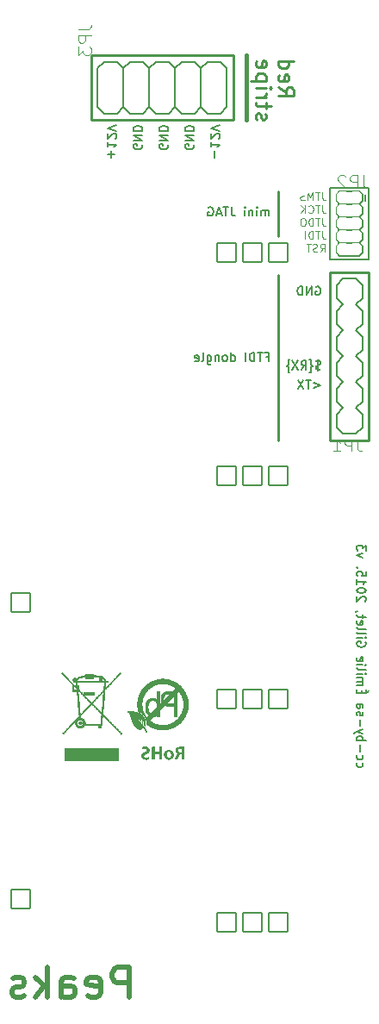
<source format=gbr>
%TF.GenerationSoftware,KiCad,Pcbnew,7.0.5-0*%
%TF.CreationDate,2023-08-28T20:49:07+02:00*%
%TF.ProjectId,peaks,7065616b-732e-46b6-9963-61645f706362,rev?*%
%TF.SameCoordinates,Original*%
%TF.FileFunction,Legend,Bot*%
%TF.FilePolarity,Positive*%
%FSLAX46Y46*%
G04 Gerber Fmt 4.6, Leading zero omitted, Abs format (unit mm)*
G04 Created by KiCad (PCBNEW 7.0.5-0) date 2023-08-28 20:49:07*
%MOMM*%
%LPD*%
G01*
G04 APERTURE LIST*
G04 Aperture macros list*
%AMRoundRect*
0 Rectangle with rounded corners*
0 $1 Rounding radius*
0 $2 $3 $4 $5 $6 $7 $8 $9 X,Y pos of 4 corners*
0 Add a 4 corners polygon primitive as box body*
4,1,4,$2,$3,$4,$5,$6,$7,$8,$9,$2,$3,0*
0 Add four circle primitives for the rounded corners*
1,1,$1+$1,$2,$3*
1,1,$1+$1,$4,$5*
1,1,$1+$1,$6,$7*
1,1,$1+$1,$8,$9*
0 Add four rect primitives between the rounded corners*
20,1,$1+$1,$2,$3,$4,$5,0*
20,1,$1+$1,$4,$5,$6,$7,0*
20,1,$1+$1,$6,$7,$8,$9,0*
20,1,$1+$1,$8,$9,$2,$3,0*%
%AMFreePoly0*
4,1,25,0.417216,0.947373,0.422118,0.942882,0.942882,0.422118,0.964910,0.374877,0.965200,0.368236,0.965200,-0.368236,0.947373,-0.417216,0.942882,-0.422118,0.422118,-0.942882,0.374877,-0.964910,0.368236,-0.965200,-0.368236,-0.965200,-0.417216,-0.947373,-0.422118,-0.942882,-0.942882,-0.422118,-0.964910,-0.374877,-0.965200,-0.368236,-0.965200,0.368236,-0.947373,0.417216,-0.942882,0.422118,
-0.422118,0.942882,-0.374877,0.964910,-0.368236,0.965200,0.368236,0.965200,0.417216,0.947373,0.417216,0.947373,$1*%
%AMFreePoly1*
4,1,25,0.301485,0.667973,0.306387,0.663482,0.663482,0.306387,0.685510,0.259146,0.685800,0.252505,0.685800,-0.252505,0.667973,-0.301485,0.663482,-0.306387,0.306387,-0.663482,0.259146,-0.685510,0.252505,-0.685800,-0.252505,-0.685800,-0.301485,-0.667973,-0.306387,-0.663482,-0.663482,-0.306387,-0.685510,-0.259146,-0.685800,-0.252505,-0.685800,0.252505,-0.667973,0.301485,-0.663482,0.306387,
-0.306387,0.663482,-0.259146,0.685510,-0.252505,0.685800,0.252505,0.685800,0.301485,0.667973,0.301485,0.667973,$1*%
%AMFreePoly2*
4,1,25,0.575031,1.328373,0.579933,1.323882,1.323882,0.579933,1.345910,0.532692,1.346200,0.526051,1.346200,-0.526051,1.328373,-0.575031,1.323882,-0.579933,0.579933,-1.323882,0.532692,-1.345910,0.526051,-1.346200,-0.526051,-1.346200,-0.575031,-1.328373,-0.579933,-1.323882,-1.323882,-0.579933,-1.345910,-0.532692,-1.346200,-0.526051,-1.346200,0.526051,-1.328373,0.575031,-1.323882,0.579933,
-0.579933,1.323882,-0.532692,1.345910,-0.526051,1.346200,0.526051,1.346200,0.575031,1.328373,0.575031,1.328373,$1*%
%AMFreePoly3*
4,1,25,0.269922,0.591773,0.274824,0.587282,0.587282,0.274824,0.609310,0.227583,0.609600,0.220942,0.609600,-0.220942,0.591773,-0.269922,0.587282,-0.274824,0.274824,-0.587282,0.227583,-0.609310,0.220942,-0.609600,-0.220942,-0.609600,-0.269922,-0.591773,-0.274824,-0.587282,-0.587282,-0.274824,-0.609310,-0.227583,-0.609600,-0.220942,-0.609600,0.220942,-0.591773,0.269922,-0.587282,0.274824,
-0.274824,0.587282,-0.227583,0.609310,-0.220942,0.609600,0.220942,0.609600,0.269922,0.591773,0.269922,0.591773,$1*%
%AMFreePoly4*
4,1,25,0.438258,0.998173,0.443160,0.993682,0.993682,0.443160,1.015710,0.395919,1.016000,0.389278,1.016000,-0.389278,0.998173,-0.438258,0.993682,-0.443160,0.443160,-0.993682,0.395919,-1.015710,0.389278,-1.016000,-0.389278,-1.016000,-0.438258,-0.998173,-0.443160,-0.993682,-0.993682,-0.443160,-1.015710,-0.395919,-1.016000,-0.389278,-1.016000,0.389278,-0.998173,0.438258,-0.993682,0.443160,
-0.443160,0.993682,-0.395919,1.015710,-0.389278,1.016000,0.389278,1.016000,0.438258,0.998173,0.438258,0.998173,$1*%
G04 Aperture macros list end*
%ADD10C,0.254000*%
%ADD11C,0.203200*%
%ADD12C,0.406400*%
%ADD13C,0.152400*%
%ADD14C,0.065024*%
%ADD15C,0.266700*%
%ADD16C,0.514350*%
%ADD17C,0.029911*%
%ADD18C,0.114300*%
%ADD19C,2.200000*%
%ADD20FreePoly0,90.000000*%
%ADD21FreePoly1,0.000000*%
%ADD22C,1.952400*%
%ADD23RoundRect,0.076200X0.900000X-0.900000X0.900000X0.900000X-0.900000X0.900000X-0.900000X-0.900000X0*%
%ADD24C,2.032000*%
%ADD25RoundRect,0.076200X0.939800X-0.939800X0.939800X0.939800X-0.939800X0.939800X-0.939800X-0.939800X0*%
%ADD26FreePoly2,90.000000*%
%ADD27FreePoly0,180.000000*%
%ADD28FreePoly3,270.000000*%
%ADD29FreePoly4,0.000000*%
G04 APERTURE END LIST*
D10*
X153908600Y-58648600D02*
X153908600Y-52298600D01*
X163433600Y-90081100D02*
X167243600Y-90081100D01*
D11*
X163433600Y-65316100D02*
X163433600Y-72301100D01*
D10*
X163433600Y-73571100D02*
X163433600Y-90081100D01*
X139938600Y-52298600D02*
X139938600Y-58648600D01*
X158353600Y-70078600D02*
X158353600Y-65633600D01*
D11*
X167243600Y-72301100D02*
X167243600Y-65316100D01*
X163433600Y-72301100D02*
X167243600Y-72301100D01*
D10*
X167243600Y-73571100D02*
X163433600Y-73571100D01*
X139938600Y-58648600D02*
X153908600Y-58648600D01*
D12*
X155178600Y-52298600D02*
X155178600Y-58648600D01*
D10*
X167243600Y-90081100D02*
X167243600Y-73571100D01*
D11*
X167243600Y-65316100D02*
X163433600Y-65316100D01*
D10*
X153908600Y-52298600D02*
X139938600Y-52298600D01*
X158353600Y-90081100D02*
X158353600Y-73888600D01*
D13*
X150024277Y-61040306D02*
X150065401Y-61122553D01*
X150065401Y-61122553D02*
X150065401Y-61245925D01*
X150065401Y-61245925D02*
X150024277Y-61369296D01*
X150024277Y-61369296D02*
X149942029Y-61451544D01*
X149942029Y-61451544D02*
X149859782Y-61492667D01*
X149859782Y-61492667D02*
X149695286Y-61533791D01*
X149695286Y-61533791D02*
X149571915Y-61533791D01*
X149571915Y-61533791D02*
X149407420Y-61492667D01*
X149407420Y-61492667D02*
X149325172Y-61451544D01*
X149325172Y-61451544D02*
X149242925Y-61369296D01*
X149242925Y-61369296D02*
X149201801Y-61245925D01*
X149201801Y-61245925D02*
X149201801Y-61163677D01*
X149201801Y-61163677D02*
X149242925Y-61040306D01*
X149242925Y-61040306D02*
X149284048Y-60999182D01*
X149284048Y-60999182D02*
X149571915Y-60999182D01*
X149571915Y-60999182D02*
X149571915Y-61163677D01*
X149201801Y-60629067D02*
X150065401Y-60629067D01*
X150065401Y-60629067D02*
X149201801Y-60135582D01*
X149201801Y-60135582D02*
X150065401Y-60135582D01*
X149201801Y-59724343D02*
X150065401Y-59724343D01*
X150065401Y-59724343D02*
X150065401Y-59518724D01*
X150065401Y-59518724D02*
X150024277Y-59395353D01*
X150024277Y-59395353D02*
X149942029Y-59313105D01*
X149942029Y-59313105D02*
X149859782Y-59271982D01*
X149859782Y-59271982D02*
X149695286Y-59230858D01*
X149695286Y-59230858D02*
X149571915Y-59230858D01*
X149571915Y-59230858D02*
X149407420Y-59271982D01*
X149407420Y-59271982D02*
X149325172Y-59313105D01*
X149325172Y-59313105D02*
X149242925Y-59395353D01*
X149242925Y-59395353D02*
X149201801Y-59518724D01*
X149201801Y-59518724D02*
X149201801Y-59724343D01*
D14*
X162681629Y-68283429D02*
X162681629Y-68817555D01*
X162681629Y-68817555D02*
X162717238Y-68924380D01*
X162717238Y-68924380D02*
X162788454Y-68995597D01*
X162788454Y-68995597D02*
X162895280Y-69031205D01*
X162895280Y-69031205D02*
X162966496Y-69031205D01*
X162432371Y-68283429D02*
X162005070Y-68283429D01*
X162218720Y-69031205D02*
X162218720Y-68283429D01*
X161755812Y-69031205D02*
X161755812Y-68283429D01*
X161755812Y-68283429D02*
X161577770Y-68283429D01*
X161577770Y-68283429D02*
X161470945Y-68319037D01*
X161470945Y-68319037D02*
X161399728Y-68390254D01*
X161399728Y-68390254D02*
X161364119Y-68461471D01*
X161364119Y-68461471D02*
X161328511Y-68603904D01*
X161328511Y-68603904D02*
X161328511Y-68710729D01*
X161328511Y-68710729D02*
X161364119Y-68853163D01*
X161364119Y-68853163D02*
X161399728Y-68924380D01*
X161399728Y-68924380D02*
X161470945Y-68995597D01*
X161470945Y-68995597D02*
X161577770Y-69031205D01*
X161577770Y-69031205D02*
X161755812Y-69031205D01*
X160865602Y-68283429D02*
X160723169Y-68283429D01*
X160723169Y-68283429D02*
X160651952Y-68319037D01*
X160651952Y-68319037D02*
X160580735Y-68390254D01*
X160580735Y-68390254D02*
X160545127Y-68532688D01*
X160545127Y-68532688D02*
X160545127Y-68781946D01*
X160545127Y-68781946D02*
X160580735Y-68924380D01*
X160580735Y-68924380D02*
X160651952Y-68995597D01*
X160651952Y-68995597D02*
X160723169Y-69031205D01*
X160723169Y-69031205D02*
X160865602Y-69031205D01*
X160865602Y-69031205D02*
X160936819Y-68995597D01*
X160936819Y-68995597D02*
X161008036Y-68924380D01*
X161008036Y-68924380D02*
X161043644Y-68781946D01*
X161043644Y-68781946D02*
X161043644Y-68532688D01*
X161043644Y-68532688D02*
X161008036Y-68390254D01*
X161008036Y-68390254D02*
X160936819Y-68319037D01*
X160936819Y-68319037D02*
X160865602Y-68283429D01*
D13*
X161834737Y-84470554D02*
X162492717Y-84717297D01*
X162492717Y-84717297D02*
X161834737Y-84964040D01*
X161546870Y-84182687D02*
X161053384Y-84182687D01*
X161300127Y-85046287D02*
X161300127Y-84182687D01*
X160847765Y-84182687D02*
X160272032Y-85046287D01*
X160272032Y-84182687D02*
X160847765Y-85046287D01*
D15*
X156221169Y-58591227D02*
X156149202Y-58447294D01*
X156149202Y-58447294D02*
X156149202Y-58159427D01*
X156149202Y-58159427D02*
X156221169Y-58015494D01*
X156221169Y-58015494D02*
X156365102Y-57943527D01*
X156365102Y-57943527D02*
X156437069Y-57943527D01*
X156437069Y-57943527D02*
X156581002Y-58015494D01*
X156581002Y-58015494D02*
X156652969Y-58159427D01*
X156652969Y-58159427D02*
X156652969Y-58375327D01*
X156652969Y-58375327D02*
X156724935Y-58519260D01*
X156724935Y-58519260D02*
X156868869Y-58591227D01*
X156868869Y-58591227D02*
X156940835Y-58591227D01*
X156940835Y-58591227D02*
X157084769Y-58519260D01*
X157084769Y-58519260D02*
X157156735Y-58375327D01*
X157156735Y-58375327D02*
X157156735Y-58159427D01*
X157156735Y-58159427D02*
X157084769Y-58015494D01*
X157156735Y-57511727D02*
X157156735Y-56935994D01*
X157660502Y-57295827D02*
X156365102Y-57295827D01*
X156365102Y-57295827D02*
X156221169Y-57223861D01*
X156221169Y-57223861D02*
X156149202Y-57079927D01*
X156149202Y-57079927D02*
X156149202Y-56935994D01*
X156149202Y-56432227D02*
X157156735Y-56432227D01*
X156868869Y-56432227D02*
X157012802Y-56360261D01*
X157012802Y-56360261D02*
X157084769Y-56288294D01*
X157084769Y-56288294D02*
X157156735Y-56144361D01*
X157156735Y-56144361D02*
X157156735Y-56000427D01*
X156149202Y-55496660D02*
X157156735Y-55496660D01*
X157660502Y-55496660D02*
X157588535Y-55568627D01*
X157588535Y-55568627D02*
X157516569Y-55496660D01*
X157516569Y-55496660D02*
X157588535Y-55424694D01*
X157588535Y-55424694D02*
X157660502Y-55496660D01*
X157660502Y-55496660D02*
X157516569Y-55496660D01*
X157156735Y-54776993D02*
X155645435Y-54776993D01*
X157084769Y-54776993D02*
X157156735Y-54633060D01*
X157156735Y-54633060D02*
X157156735Y-54345193D01*
X157156735Y-54345193D02*
X157084769Y-54201260D01*
X157084769Y-54201260D02*
X157012802Y-54129293D01*
X157012802Y-54129293D02*
X156868869Y-54057327D01*
X156868869Y-54057327D02*
X156437069Y-54057327D01*
X156437069Y-54057327D02*
X156293135Y-54129293D01*
X156293135Y-54129293D02*
X156221169Y-54201260D01*
X156221169Y-54201260D02*
X156149202Y-54345193D01*
X156149202Y-54345193D02*
X156149202Y-54633060D01*
X156149202Y-54633060D02*
X156221169Y-54776993D01*
X156221169Y-52833893D02*
X156149202Y-52977826D01*
X156149202Y-52977826D02*
X156149202Y-53265693D01*
X156149202Y-53265693D02*
X156221169Y-53409626D01*
X156221169Y-53409626D02*
X156365102Y-53481593D01*
X156365102Y-53481593D02*
X156940835Y-53481593D01*
X156940835Y-53481593D02*
X157084769Y-53409626D01*
X157084769Y-53409626D02*
X157156735Y-53265693D01*
X157156735Y-53265693D02*
X157156735Y-52977826D01*
X157156735Y-52977826D02*
X157084769Y-52833893D01*
X157084769Y-52833893D02*
X156940835Y-52761926D01*
X156940835Y-52761926D02*
X156796902Y-52761926D01*
X156796902Y-52761926D02*
X156652969Y-53481593D01*
D13*
X141910791Y-62315143D02*
X141910791Y-61657163D01*
X141581801Y-61986153D02*
X142239782Y-61986153D01*
X141581801Y-60793563D02*
X141581801Y-61287048D01*
X141581801Y-61040305D02*
X142445401Y-61040305D01*
X142445401Y-61040305D02*
X142322029Y-61122553D01*
X142322029Y-61122553D02*
X142239782Y-61204801D01*
X142239782Y-61204801D02*
X142198658Y-61287048D01*
X142363153Y-60464572D02*
X142404277Y-60423448D01*
X142404277Y-60423448D02*
X142445401Y-60341201D01*
X142445401Y-60341201D02*
X142445401Y-60135582D01*
X142445401Y-60135582D02*
X142404277Y-60053334D01*
X142404277Y-60053334D02*
X142363153Y-60012210D01*
X142363153Y-60012210D02*
X142280905Y-59971087D01*
X142280905Y-59971087D02*
X142198658Y-59971087D01*
X142198658Y-59971087D02*
X142075286Y-60012210D01*
X142075286Y-60012210D02*
X141581801Y-60505696D01*
X141581801Y-60505696D02*
X141581801Y-59971087D01*
X142445401Y-59724344D02*
X141581801Y-59436477D01*
X141581801Y-59436477D02*
X142445401Y-59148611D01*
D15*
X158371702Y-55424693D02*
X159091369Y-55928460D01*
X158371702Y-56288293D02*
X159883002Y-56288293D01*
X159883002Y-56288293D02*
X159883002Y-55712560D01*
X159883002Y-55712560D02*
X159811035Y-55568627D01*
X159811035Y-55568627D02*
X159739069Y-55496660D01*
X159739069Y-55496660D02*
X159595135Y-55424693D01*
X159595135Y-55424693D02*
X159379235Y-55424693D01*
X159379235Y-55424693D02*
X159235302Y-55496660D01*
X159235302Y-55496660D02*
X159163335Y-55568627D01*
X159163335Y-55568627D02*
X159091369Y-55712560D01*
X159091369Y-55712560D02*
X159091369Y-56288293D01*
X158443669Y-54201260D02*
X158371702Y-54345193D01*
X158371702Y-54345193D02*
X158371702Y-54633060D01*
X158371702Y-54633060D02*
X158443669Y-54776993D01*
X158443669Y-54776993D02*
X158587602Y-54848960D01*
X158587602Y-54848960D02*
X159163335Y-54848960D01*
X159163335Y-54848960D02*
X159307269Y-54776993D01*
X159307269Y-54776993D02*
X159379235Y-54633060D01*
X159379235Y-54633060D02*
X159379235Y-54345193D01*
X159379235Y-54345193D02*
X159307269Y-54201260D01*
X159307269Y-54201260D02*
X159163335Y-54129293D01*
X159163335Y-54129293D02*
X159019402Y-54129293D01*
X159019402Y-54129293D02*
X158875469Y-54848960D01*
X158371702Y-52833893D02*
X159883002Y-52833893D01*
X158443669Y-52833893D02*
X158371702Y-52977827D01*
X158371702Y-52977827D02*
X158371702Y-53265693D01*
X158371702Y-53265693D02*
X158443669Y-53409627D01*
X158443669Y-53409627D02*
X158515635Y-53481593D01*
X158515635Y-53481593D02*
X158659569Y-53553560D01*
X158659569Y-53553560D02*
X159091369Y-53553560D01*
X159091369Y-53553560D02*
X159235302Y-53481593D01*
X159235302Y-53481593D02*
X159307269Y-53409627D01*
X159307269Y-53409627D02*
X159379235Y-53265693D01*
X159379235Y-53265693D02*
X159379235Y-52977827D01*
X159379235Y-52977827D02*
X159307269Y-52833893D01*
D13*
X162040356Y-75016311D02*
X162122603Y-74975187D01*
X162122603Y-74975187D02*
X162245975Y-74975187D01*
X162245975Y-74975187D02*
X162369346Y-75016311D01*
X162369346Y-75016311D02*
X162451594Y-75098559D01*
X162451594Y-75098559D02*
X162492717Y-75180806D01*
X162492717Y-75180806D02*
X162533841Y-75345302D01*
X162533841Y-75345302D02*
X162533841Y-75468673D01*
X162533841Y-75468673D02*
X162492717Y-75633168D01*
X162492717Y-75633168D02*
X162451594Y-75715416D01*
X162451594Y-75715416D02*
X162369346Y-75797664D01*
X162369346Y-75797664D02*
X162245975Y-75838787D01*
X162245975Y-75838787D02*
X162163727Y-75838787D01*
X162163727Y-75838787D02*
X162040356Y-75797664D01*
X162040356Y-75797664D02*
X161999232Y-75756540D01*
X161999232Y-75756540D02*
X161999232Y-75468673D01*
X161999232Y-75468673D02*
X162163727Y-75468673D01*
X161629117Y-75838787D02*
X161629117Y-74975187D01*
X161629117Y-74975187D02*
X161135632Y-75838787D01*
X161135632Y-75838787D02*
X161135632Y-74975187D01*
X160724393Y-75838787D02*
X160724393Y-74975187D01*
X160724393Y-74975187D02*
X160518774Y-74975187D01*
X160518774Y-74975187D02*
X160395403Y-75016311D01*
X160395403Y-75016311D02*
X160313155Y-75098559D01*
X160313155Y-75098559D02*
X160272032Y-75180806D01*
X160272032Y-75180806D02*
X160230908Y-75345302D01*
X160230908Y-75345302D02*
X160230908Y-75468673D01*
X160230908Y-75468673D02*
X160272032Y-75633168D01*
X160272032Y-75633168D02*
X160313155Y-75715416D01*
X160313155Y-75715416D02*
X160395403Y-75797664D01*
X160395403Y-75797664D02*
X160518774Y-75838787D01*
X160518774Y-75838787D02*
X160724393Y-75838787D01*
D14*
X162681629Y-67013429D02*
X162681629Y-67547555D01*
X162681629Y-67547555D02*
X162717238Y-67654380D01*
X162717238Y-67654380D02*
X162788454Y-67725597D01*
X162788454Y-67725597D02*
X162895280Y-67761205D01*
X162895280Y-67761205D02*
X162966496Y-67761205D01*
X162432371Y-67013429D02*
X162005070Y-67013429D01*
X162218720Y-67761205D02*
X162218720Y-67013429D01*
X161328511Y-67689988D02*
X161364119Y-67725597D01*
X161364119Y-67725597D02*
X161470945Y-67761205D01*
X161470945Y-67761205D02*
X161542161Y-67761205D01*
X161542161Y-67761205D02*
X161648986Y-67725597D01*
X161648986Y-67725597D02*
X161720203Y-67654380D01*
X161720203Y-67654380D02*
X161755812Y-67583163D01*
X161755812Y-67583163D02*
X161791420Y-67440729D01*
X161791420Y-67440729D02*
X161791420Y-67333904D01*
X161791420Y-67333904D02*
X161755812Y-67191471D01*
X161755812Y-67191471D02*
X161720203Y-67120254D01*
X161720203Y-67120254D02*
X161648986Y-67049037D01*
X161648986Y-67049037D02*
X161542161Y-67013429D01*
X161542161Y-67013429D02*
X161470945Y-67013429D01*
X161470945Y-67013429D02*
X161364119Y-67049037D01*
X161364119Y-67049037D02*
X161328511Y-67084646D01*
X161008036Y-67761205D02*
X161008036Y-67013429D01*
X160580735Y-67761205D02*
X160901210Y-67333904D01*
X160580735Y-67013429D02*
X161008036Y-67440729D01*
D13*
X152070791Y-62315143D02*
X152070791Y-61657163D01*
X151741801Y-60793563D02*
X151741801Y-61287048D01*
X151741801Y-61040305D02*
X152605401Y-61040305D01*
X152605401Y-61040305D02*
X152482029Y-61122553D01*
X152482029Y-61122553D02*
X152399782Y-61204801D01*
X152399782Y-61204801D02*
X152358658Y-61287048D01*
X152523153Y-60464572D02*
X152564277Y-60423448D01*
X152564277Y-60423448D02*
X152605401Y-60341201D01*
X152605401Y-60341201D02*
X152605401Y-60135582D01*
X152605401Y-60135582D02*
X152564277Y-60053334D01*
X152564277Y-60053334D02*
X152523153Y-60012210D01*
X152523153Y-60012210D02*
X152440905Y-59971087D01*
X152440905Y-59971087D02*
X152358658Y-59971087D01*
X152358658Y-59971087D02*
X152235286Y-60012210D01*
X152235286Y-60012210D02*
X151741801Y-60505696D01*
X151741801Y-60505696D02*
X151741801Y-59971087D01*
X152605401Y-59724344D02*
X151741801Y-59436477D01*
X151741801Y-59436477D02*
X152605401Y-59148611D01*
X157412717Y-68059987D02*
X157412717Y-67484254D01*
X157412717Y-67566502D02*
X157371594Y-67525378D01*
X157371594Y-67525378D02*
X157289346Y-67484254D01*
X157289346Y-67484254D02*
X157165975Y-67484254D01*
X157165975Y-67484254D02*
X157083727Y-67525378D01*
X157083727Y-67525378D02*
X157042603Y-67607625D01*
X157042603Y-67607625D02*
X157042603Y-68059987D01*
X157042603Y-67607625D02*
X157001479Y-67525378D01*
X157001479Y-67525378D02*
X156919232Y-67484254D01*
X156919232Y-67484254D02*
X156795860Y-67484254D01*
X156795860Y-67484254D02*
X156713613Y-67525378D01*
X156713613Y-67525378D02*
X156672489Y-67607625D01*
X156672489Y-67607625D02*
X156672489Y-68059987D01*
X156261250Y-68059987D02*
X156261250Y-67484254D01*
X156261250Y-67196387D02*
X156302374Y-67237511D01*
X156302374Y-67237511D02*
X156261250Y-67278635D01*
X156261250Y-67278635D02*
X156220127Y-67237511D01*
X156220127Y-67237511D02*
X156261250Y-67196387D01*
X156261250Y-67196387D02*
X156261250Y-67278635D01*
X155850012Y-67484254D02*
X155850012Y-68059987D01*
X155850012Y-67566502D02*
X155808889Y-67525378D01*
X155808889Y-67525378D02*
X155726641Y-67484254D01*
X155726641Y-67484254D02*
X155603270Y-67484254D01*
X155603270Y-67484254D02*
X155521022Y-67525378D01*
X155521022Y-67525378D02*
X155479898Y-67607625D01*
X155479898Y-67607625D02*
X155479898Y-68059987D01*
X155068660Y-68059987D02*
X155068660Y-67484254D01*
X155068660Y-67196387D02*
X155109784Y-67237511D01*
X155109784Y-67237511D02*
X155068660Y-67278635D01*
X155068660Y-67278635D02*
X155027537Y-67237511D01*
X155027537Y-67237511D02*
X155068660Y-67196387D01*
X155068660Y-67196387D02*
X155068660Y-67278635D01*
X153752699Y-67196387D02*
X153752699Y-67813244D01*
X153752699Y-67813244D02*
X153793822Y-67936616D01*
X153793822Y-67936616D02*
X153876070Y-68018864D01*
X153876070Y-68018864D02*
X153999441Y-68059987D01*
X153999441Y-68059987D02*
X154081689Y-68059987D01*
X153464832Y-67196387D02*
X152971346Y-67196387D01*
X153218089Y-68059987D02*
X153218089Y-67196387D01*
X152724603Y-67813244D02*
X152313365Y-67813244D01*
X152806851Y-68059987D02*
X152518984Y-67196387D01*
X152518984Y-67196387D02*
X152231118Y-68059987D01*
X151490889Y-67237511D02*
X151573136Y-67196387D01*
X151573136Y-67196387D02*
X151696508Y-67196387D01*
X151696508Y-67196387D02*
X151819879Y-67237511D01*
X151819879Y-67237511D02*
X151902127Y-67319759D01*
X151902127Y-67319759D02*
X151943250Y-67402006D01*
X151943250Y-67402006D02*
X151984374Y-67566502D01*
X151984374Y-67566502D02*
X151984374Y-67689873D01*
X151984374Y-67689873D02*
X151943250Y-67854368D01*
X151943250Y-67854368D02*
X151902127Y-67936616D01*
X151902127Y-67936616D02*
X151819879Y-68018864D01*
X151819879Y-68018864D02*
X151696508Y-68059987D01*
X151696508Y-68059987D02*
X151614260Y-68059987D01*
X151614260Y-68059987D02*
X151490889Y-68018864D01*
X151490889Y-68018864D02*
X151449765Y-67977740D01*
X151449765Y-67977740D02*
X151449765Y-67689873D01*
X151449765Y-67689873D02*
X151614260Y-67689873D01*
X162533841Y-83100164D02*
X162410470Y-83141287D01*
X162410470Y-83141287D02*
X162204851Y-83141287D01*
X162204851Y-83141287D02*
X162122603Y-83100164D01*
X162122603Y-83100164D02*
X162081479Y-83059040D01*
X162081479Y-83059040D02*
X162040356Y-82976792D01*
X162040356Y-82976792D02*
X162040356Y-82894544D01*
X162040356Y-82894544D02*
X162081479Y-82812297D01*
X162081479Y-82812297D02*
X162122603Y-82771173D01*
X162122603Y-82771173D02*
X162204851Y-82730049D01*
X162204851Y-82730049D02*
X162369346Y-82688925D01*
X162369346Y-82688925D02*
X162451594Y-82647802D01*
X162451594Y-82647802D02*
X162492717Y-82606678D01*
X162492717Y-82606678D02*
X162533841Y-82524430D01*
X162533841Y-82524430D02*
X162533841Y-82442183D01*
X162533841Y-82442183D02*
X162492717Y-82359935D01*
X162492717Y-82359935D02*
X162451594Y-82318811D01*
X162451594Y-82318811D02*
X162369346Y-82277687D01*
X162369346Y-82277687D02*
X162163727Y-82277687D01*
X162163727Y-82277687D02*
X162040356Y-82318811D01*
X162287098Y-82154316D02*
X162287098Y-83264659D01*
X161423499Y-83470278D02*
X161464622Y-83470278D01*
X161464622Y-83470278D02*
X161546870Y-83429154D01*
X161546870Y-83429154D02*
X161587994Y-83346906D01*
X161587994Y-83346906D02*
X161587994Y-82935668D01*
X161587994Y-82935668D02*
X161629118Y-82853421D01*
X161629118Y-82853421D02*
X161711365Y-82812297D01*
X161711365Y-82812297D02*
X161629118Y-82771173D01*
X161629118Y-82771173D02*
X161587994Y-82688925D01*
X161587994Y-82688925D02*
X161587994Y-82277687D01*
X161587994Y-82277687D02*
X161546870Y-82195440D01*
X161546870Y-82195440D02*
X161464622Y-82154316D01*
X161464622Y-82154316D02*
X161423499Y-82154316D01*
X160601023Y-83141287D02*
X160888889Y-82730049D01*
X161094508Y-83141287D02*
X161094508Y-82277687D01*
X161094508Y-82277687D02*
X160765518Y-82277687D01*
X160765518Y-82277687D02*
X160683270Y-82318811D01*
X160683270Y-82318811D02*
X160642147Y-82359935D01*
X160642147Y-82359935D02*
X160601023Y-82442183D01*
X160601023Y-82442183D02*
X160601023Y-82565554D01*
X160601023Y-82565554D02*
X160642147Y-82647802D01*
X160642147Y-82647802D02*
X160683270Y-82688925D01*
X160683270Y-82688925D02*
X160765518Y-82730049D01*
X160765518Y-82730049D02*
X161094508Y-82730049D01*
X160313156Y-82277687D02*
X159737423Y-83141287D01*
X159737423Y-82277687D02*
X160313156Y-83141287D01*
X159490680Y-83470278D02*
X159449556Y-83470278D01*
X159449556Y-83470278D02*
X159367309Y-83429154D01*
X159367309Y-83429154D02*
X159326185Y-83346906D01*
X159326185Y-83346906D02*
X159326185Y-82935668D01*
X159326185Y-82935668D02*
X159285061Y-82853421D01*
X159285061Y-82853421D02*
X159202813Y-82812297D01*
X159202813Y-82812297D02*
X159285061Y-82771173D01*
X159285061Y-82771173D02*
X159326185Y-82688925D01*
X159326185Y-82688925D02*
X159326185Y-82277687D01*
X159326185Y-82277687D02*
X159367309Y-82195440D01*
X159367309Y-82195440D02*
X159449556Y-82154316D01*
X159449556Y-82154316D02*
X159490680Y-82154316D01*
X166128336Y-121790103D02*
X166087212Y-121872351D01*
X166087212Y-121872351D02*
X166087212Y-122036846D01*
X166087212Y-122036846D02*
X166128336Y-122119094D01*
X166128336Y-122119094D02*
X166169459Y-122160217D01*
X166169459Y-122160217D02*
X166251707Y-122201341D01*
X166251707Y-122201341D02*
X166498450Y-122201341D01*
X166498450Y-122201341D02*
X166580697Y-122160217D01*
X166580697Y-122160217D02*
X166621821Y-122119094D01*
X166621821Y-122119094D02*
X166662945Y-122036846D01*
X166662945Y-122036846D02*
X166662945Y-121872351D01*
X166662945Y-121872351D02*
X166621821Y-121790103D01*
X166128336Y-121049874D02*
X166087212Y-121132122D01*
X166087212Y-121132122D02*
X166087212Y-121296617D01*
X166087212Y-121296617D02*
X166128336Y-121378865D01*
X166128336Y-121378865D02*
X166169459Y-121419988D01*
X166169459Y-121419988D02*
X166251707Y-121461112D01*
X166251707Y-121461112D02*
X166498450Y-121461112D01*
X166498450Y-121461112D02*
X166580697Y-121419988D01*
X166580697Y-121419988D02*
X166621821Y-121378865D01*
X166621821Y-121378865D02*
X166662945Y-121296617D01*
X166662945Y-121296617D02*
X166662945Y-121132122D01*
X166662945Y-121132122D02*
X166621821Y-121049874D01*
X166416202Y-120679759D02*
X166416202Y-120021779D01*
X166087212Y-119610540D02*
X166950812Y-119610540D01*
X166621821Y-119610540D02*
X166662945Y-119528293D01*
X166662945Y-119528293D02*
X166662945Y-119363798D01*
X166662945Y-119363798D02*
X166621821Y-119281550D01*
X166621821Y-119281550D02*
X166580697Y-119240426D01*
X166580697Y-119240426D02*
X166498450Y-119199302D01*
X166498450Y-119199302D02*
X166251707Y-119199302D01*
X166251707Y-119199302D02*
X166169459Y-119240426D01*
X166169459Y-119240426D02*
X166128336Y-119281550D01*
X166128336Y-119281550D02*
X166087212Y-119363798D01*
X166087212Y-119363798D02*
X166087212Y-119528293D01*
X166087212Y-119528293D02*
X166128336Y-119610540D01*
X166662945Y-118911436D02*
X166087212Y-118705817D01*
X166662945Y-118500198D02*
X166087212Y-118705817D01*
X166087212Y-118705817D02*
X165881593Y-118788065D01*
X165881593Y-118788065D02*
X165840469Y-118829188D01*
X165840469Y-118829188D02*
X165799345Y-118911436D01*
X166416202Y-118171207D02*
X166416202Y-117513227D01*
X166128336Y-117143112D02*
X166087212Y-117060865D01*
X166087212Y-117060865D02*
X166087212Y-116896369D01*
X166087212Y-116896369D02*
X166128336Y-116814122D01*
X166128336Y-116814122D02*
X166210583Y-116772998D01*
X166210583Y-116772998D02*
X166251707Y-116772998D01*
X166251707Y-116772998D02*
X166333955Y-116814122D01*
X166333955Y-116814122D02*
X166375078Y-116896369D01*
X166375078Y-116896369D02*
X166375078Y-117019741D01*
X166375078Y-117019741D02*
X166416202Y-117101988D01*
X166416202Y-117101988D02*
X166498450Y-117143112D01*
X166498450Y-117143112D02*
X166539574Y-117143112D01*
X166539574Y-117143112D02*
X166621821Y-117101988D01*
X166621821Y-117101988D02*
X166662945Y-117019741D01*
X166662945Y-117019741D02*
X166662945Y-116896369D01*
X166662945Y-116896369D02*
X166621821Y-116814122D01*
X166087212Y-116032769D02*
X166539574Y-116032769D01*
X166539574Y-116032769D02*
X166621821Y-116073893D01*
X166621821Y-116073893D02*
X166662945Y-116156141D01*
X166662945Y-116156141D02*
X166662945Y-116320636D01*
X166662945Y-116320636D02*
X166621821Y-116402883D01*
X166128336Y-116032769D02*
X166087212Y-116115017D01*
X166087212Y-116115017D02*
X166087212Y-116320636D01*
X166087212Y-116320636D02*
X166128336Y-116402883D01*
X166128336Y-116402883D02*
X166210583Y-116444007D01*
X166210583Y-116444007D02*
X166292831Y-116444007D01*
X166292831Y-116444007D02*
X166375078Y-116402883D01*
X166375078Y-116402883D02*
X166416202Y-116320636D01*
X166416202Y-116320636D02*
X166416202Y-116115017D01*
X166416202Y-116115017D02*
X166457326Y-116032769D01*
X166539574Y-114963550D02*
X166539574Y-114675684D01*
X166087212Y-114552312D02*
X166087212Y-114963550D01*
X166087212Y-114963550D02*
X166950812Y-114963550D01*
X166950812Y-114963550D02*
X166950812Y-114552312D01*
X167279802Y-114675684D02*
X167156431Y-114799055D01*
X166087212Y-114182198D02*
X166662945Y-114182198D01*
X166580697Y-114182198D02*
X166621821Y-114141075D01*
X166621821Y-114141075D02*
X166662945Y-114058827D01*
X166662945Y-114058827D02*
X166662945Y-113935456D01*
X166662945Y-113935456D02*
X166621821Y-113853208D01*
X166621821Y-113853208D02*
X166539574Y-113812084D01*
X166539574Y-113812084D02*
X166087212Y-113812084D01*
X166539574Y-113812084D02*
X166621821Y-113770960D01*
X166621821Y-113770960D02*
X166662945Y-113688713D01*
X166662945Y-113688713D02*
X166662945Y-113565341D01*
X166662945Y-113565341D02*
X166621821Y-113483094D01*
X166621821Y-113483094D02*
X166539574Y-113441970D01*
X166539574Y-113441970D02*
X166087212Y-113441970D01*
X166087212Y-113030731D02*
X166662945Y-113030731D01*
X166950812Y-113030731D02*
X166909688Y-113071855D01*
X166909688Y-113071855D02*
X166868564Y-113030731D01*
X166868564Y-113030731D02*
X166909688Y-112989608D01*
X166909688Y-112989608D02*
X166950812Y-113030731D01*
X166950812Y-113030731D02*
X166868564Y-113030731D01*
X166087212Y-112496122D02*
X166128336Y-112578370D01*
X166128336Y-112578370D02*
X166210583Y-112619493D01*
X166210583Y-112619493D02*
X166950812Y-112619493D01*
X166087212Y-112167131D02*
X166662945Y-112167131D01*
X166950812Y-112167131D02*
X166909688Y-112208255D01*
X166909688Y-112208255D02*
X166868564Y-112167131D01*
X166868564Y-112167131D02*
X166909688Y-112126008D01*
X166909688Y-112126008D02*
X166950812Y-112167131D01*
X166950812Y-112167131D02*
X166868564Y-112167131D01*
X166128336Y-111426903D02*
X166087212Y-111509151D01*
X166087212Y-111509151D02*
X166087212Y-111673646D01*
X166087212Y-111673646D02*
X166128336Y-111755893D01*
X166128336Y-111755893D02*
X166210583Y-111797017D01*
X166210583Y-111797017D02*
X166539574Y-111797017D01*
X166539574Y-111797017D02*
X166621821Y-111755893D01*
X166621821Y-111755893D02*
X166662945Y-111673646D01*
X166662945Y-111673646D02*
X166662945Y-111509151D01*
X166662945Y-111509151D02*
X166621821Y-111426903D01*
X166621821Y-111426903D02*
X166539574Y-111385779D01*
X166539574Y-111385779D02*
X166457326Y-111385779D01*
X166457326Y-111385779D02*
X166375078Y-111797017D01*
X166909688Y-109905322D02*
X166950812Y-109987569D01*
X166950812Y-109987569D02*
X166950812Y-110110941D01*
X166950812Y-110110941D02*
X166909688Y-110234312D01*
X166909688Y-110234312D02*
X166827440Y-110316560D01*
X166827440Y-110316560D02*
X166745193Y-110357683D01*
X166745193Y-110357683D02*
X166580697Y-110398807D01*
X166580697Y-110398807D02*
X166457326Y-110398807D01*
X166457326Y-110398807D02*
X166292831Y-110357683D01*
X166292831Y-110357683D02*
X166210583Y-110316560D01*
X166210583Y-110316560D02*
X166128336Y-110234312D01*
X166128336Y-110234312D02*
X166087212Y-110110941D01*
X166087212Y-110110941D02*
X166087212Y-110028693D01*
X166087212Y-110028693D02*
X166128336Y-109905322D01*
X166128336Y-109905322D02*
X166169459Y-109864198D01*
X166169459Y-109864198D02*
X166457326Y-109864198D01*
X166457326Y-109864198D02*
X166457326Y-110028693D01*
X166087212Y-109494083D02*
X166662945Y-109494083D01*
X166950812Y-109494083D02*
X166909688Y-109535207D01*
X166909688Y-109535207D02*
X166868564Y-109494083D01*
X166868564Y-109494083D02*
X166909688Y-109452960D01*
X166909688Y-109452960D02*
X166950812Y-109494083D01*
X166950812Y-109494083D02*
X166868564Y-109494083D01*
X166087212Y-108959474D02*
X166128336Y-109041722D01*
X166128336Y-109041722D02*
X166210583Y-109082845D01*
X166210583Y-109082845D02*
X166950812Y-109082845D01*
X166087212Y-108507112D02*
X166128336Y-108589360D01*
X166128336Y-108589360D02*
X166210583Y-108630483D01*
X166210583Y-108630483D02*
X166950812Y-108630483D01*
X166128336Y-107849131D02*
X166087212Y-107931379D01*
X166087212Y-107931379D02*
X166087212Y-108095874D01*
X166087212Y-108095874D02*
X166128336Y-108178121D01*
X166128336Y-108178121D02*
X166210583Y-108219245D01*
X166210583Y-108219245D02*
X166539574Y-108219245D01*
X166539574Y-108219245D02*
X166621821Y-108178121D01*
X166621821Y-108178121D02*
X166662945Y-108095874D01*
X166662945Y-108095874D02*
X166662945Y-107931379D01*
X166662945Y-107931379D02*
X166621821Y-107849131D01*
X166621821Y-107849131D02*
X166539574Y-107808007D01*
X166539574Y-107808007D02*
X166457326Y-107808007D01*
X166457326Y-107808007D02*
X166375078Y-108219245D01*
X166662945Y-107561264D02*
X166662945Y-107232273D01*
X166950812Y-107437892D02*
X166210583Y-107437892D01*
X166210583Y-107437892D02*
X166128336Y-107396769D01*
X166128336Y-107396769D02*
X166087212Y-107314521D01*
X166087212Y-107314521D02*
X166087212Y-107232273D01*
X166128336Y-106903283D02*
X166087212Y-106903283D01*
X166087212Y-106903283D02*
X166004964Y-106944406D01*
X166004964Y-106944406D02*
X165963840Y-106985530D01*
X166868564Y-105916311D02*
X166909688Y-105875187D01*
X166909688Y-105875187D02*
X166950812Y-105792940D01*
X166950812Y-105792940D02*
X166950812Y-105587321D01*
X166950812Y-105587321D02*
X166909688Y-105505073D01*
X166909688Y-105505073D02*
X166868564Y-105463949D01*
X166868564Y-105463949D02*
X166786316Y-105422826D01*
X166786316Y-105422826D02*
X166704069Y-105422826D01*
X166704069Y-105422826D02*
X166580697Y-105463949D01*
X166580697Y-105463949D02*
X166087212Y-105957435D01*
X166087212Y-105957435D02*
X166087212Y-105422826D01*
X166950812Y-104888216D02*
X166950812Y-104805969D01*
X166950812Y-104805969D02*
X166909688Y-104723721D01*
X166909688Y-104723721D02*
X166868564Y-104682597D01*
X166868564Y-104682597D02*
X166786316Y-104641473D01*
X166786316Y-104641473D02*
X166621821Y-104600350D01*
X166621821Y-104600350D02*
X166416202Y-104600350D01*
X166416202Y-104600350D02*
X166251707Y-104641473D01*
X166251707Y-104641473D02*
X166169459Y-104682597D01*
X166169459Y-104682597D02*
X166128336Y-104723721D01*
X166128336Y-104723721D02*
X166087212Y-104805969D01*
X166087212Y-104805969D02*
X166087212Y-104888216D01*
X166087212Y-104888216D02*
X166128336Y-104970464D01*
X166128336Y-104970464D02*
X166169459Y-105011588D01*
X166169459Y-105011588D02*
X166251707Y-105052711D01*
X166251707Y-105052711D02*
X166416202Y-105093835D01*
X166416202Y-105093835D02*
X166621821Y-105093835D01*
X166621821Y-105093835D02*
X166786316Y-105052711D01*
X166786316Y-105052711D02*
X166868564Y-105011588D01*
X166868564Y-105011588D02*
X166909688Y-104970464D01*
X166909688Y-104970464D02*
X166950812Y-104888216D01*
X166087212Y-103777874D02*
X166087212Y-104271359D01*
X166087212Y-104024616D02*
X166950812Y-104024616D01*
X166950812Y-104024616D02*
X166827440Y-104106864D01*
X166827440Y-104106864D02*
X166745193Y-104189112D01*
X166745193Y-104189112D02*
X166704069Y-104271359D01*
X166950812Y-102996521D02*
X166950812Y-103407759D01*
X166950812Y-103407759D02*
X166539574Y-103448883D01*
X166539574Y-103448883D02*
X166580697Y-103407759D01*
X166580697Y-103407759D02*
X166621821Y-103325512D01*
X166621821Y-103325512D02*
X166621821Y-103119893D01*
X166621821Y-103119893D02*
X166580697Y-103037645D01*
X166580697Y-103037645D02*
X166539574Y-102996521D01*
X166539574Y-102996521D02*
X166457326Y-102955398D01*
X166457326Y-102955398D02*
X166251707Y-102955398D01*
X166251707Y-102955398D02*
X166169459Y-102996521D01*
X166169459Y-102996521D02*
X166128336Y-103037645D01*
X166128336Y-103037645D02*
X166087212Y-103119893D01*
X166087212Y-103119893D02*
X166087212Y-103325512D01*
X166087212Y-103325512D02*
X166128336Y-103407759D01*
X166128336Y-103407759D02*
X166169459Y-103448883D01*
X166169459Y-102585283D02*
X166128336Y-102544160D01*
X166128336Y-102544160D02*
X166087212Y-102585283D01*
X166087212Y-102585283D02*
X166128336Y-102626407D01*
X166128336Y-102626407D02*
X166169459Y-102585283D01*
X166169459Y-102585283D02*
X166087212Y-102585283D01*
X166662945Y-101598312D02*
X166087212Y-101392693D01*
X166087212Y-101392693D02*
X166662945Y-101187074D01*
X166950812Y-100940331D02*
X166950812Y-100405722D01*
X166950812Y-100405722D02*
X166621821Y-100693588D01*
X166621821Y-100693588D02*
X166621821Y-100570217D01*
X166621821Y-100570217D02*
X166580697Y-100487969D01*
X166580697Y-100487969D02*
X166539574Y-100446845D01*
X166539574Y-100446845D02*
X166457326Y-100405722D01*
X166457326Y-100405722D02*
X166251707Y-100405722D01*
X166251707Y-100405722D02*
X166169459Y-100446845D01*
X166169459Y-100446845D02*
X166128336Y-100487969D01*
X166128336Y-100487969D02*
X166087212Y-100570217D01*
X166087212Y-100570217D02*
X166087212Y-100816960D01*
X166087212Y-100816960D02*
X166128336Y-100899207D01*
X166128336Y-100899207D02*
X166169459Y-100940331D01*
D14*
X162681629Y-69553429D02*
X162681629Y-70087555D01*
X162681629Y-70087555D02*
X162717238Y-70194380D01*
X162717238Y-70194380D02*
X162788454Y-70265597D01*
X162788454Y-70265597D02*
X162895280Y-70301205D01*
X162895280Y-70301205D02*
X162966496Y-70301205D01*
X162432371Y-69553429D02*
X162005070Y-69553429D01*
X162218720Y-70301205D02*
X162218720Y-69553429D01*
X161755812Y-70301205D02*
X161755812Y-69553429D01*
X161755812Y-69553429D02*
X161577770Y-69553429D01*
X161577770Y-69553429D02*
X161470945Y-69589037D01*
X161470945Y-69589037D02*
X161399728Y-69660254D01*
X161399728Y-69660254D02*
X161364119Y-69731471D01*
X161364119Y-69731471D02*
X161328511Y-69873904D01*
X161328511Y-69873904D02*
X161328511Y-69980729D01*
X161328511Y-69980729D02*
X161364119Y-70123163D01*
X161364119Y-70123163D02*
X161399728Y-70194380D01*
X161399728Y-70194380D02*
X161470945Y-70265597D01*
X161470945Y-70265597D02*
X161577770Y-70301205D01*
X161577770Y-70301205D02*
X161755812Y-70301205D01*
X161008036Y-70301205D02*
X161008036Y-69553429D01*
X162467979Y-71571205D02*
X162717238Y-71215121D01*
X162895280Y-71571205D02*
X162895280Y-70823429D01*
X162895280Y-70823429D02*
X162610413Y-70823429D01*
X162610413Y-70823429D02*
X162539196Y-70859037D01*
X162539196Y-70859037D02*
X162503587Y-70894646D01*
X162503587Y-70894646D02*
X162467979Y-70965862D01*
X162467979Y-70965862D02*
X162467979Y-71072688D01*
X162467979Y-71072688D02*
X162503587Y-71143904D01*
X162503587Y-71143904D02*
X162539196Y-71179513D01*
X162539196Y-71179513D02*
X162610413Y-71215121D01*
X162610413Y-71215121D02*
X162895280Y-71215121D01*
X162183112Y-71535597D02*
X162076287Y-71571205D01*
X162076287Y-71571205D02*
X161898245Y-71571205D01*
X161898245Y-71571205D02*
X161827028Y-71535597D01*
X161827028Y-71535597D02*
X161791420Y-71499988D01*
X161791420Y-71499988D02*
X161755811Y-71428771D01*
X161755811Y-71428771D02*
X161755811Y-71357555D01*
X161755811Y-71357555D02*
X161791420Y-71286338D01*
X161791420Y-71286338D02*
X161827028Y-71250729D01*
X161827028Y-71250729D02*
X161898245Y-71215121D01*
X161898245Y-71215121D02*
X162040678Y-71179513D01*
X162040678Y-71179513D02*
X162111895Y-71143904D01*
X162111895Y-71143904D02*
X162147504Y-71108296D01*
X162147504Y-71108296D02*
X162183112Y-71037079D01*
X162183112Y-71037079D02*
X162183112Y-70965862D01*
X162183112Y-70965862D02*
X162147504Y-70894646D01*
X162147504Y-70894646D02*
X162111895Y-70859037D01*
X162111895Y-70859037D02*
X162040678Y-70823429D01*
X162040678Y-70823429D02*
X161862637Y-70823429D01*
X161862637Y-70823429D02*
X161755811Y-70859037D01*
X161542161Y-70823429D02*
X161114860Y-70823429D01*
X161328510Y-71571205D02*
X161328510Y-70823429D01*
D13*
X147484277Y-61040306D02*
X147525401Y-61122553D01*
X147525401Y-61122553D02*
X147525401Y-61245925D01*
X147525401Y-61245925D02*
X147484277Y-61369296D01*
X147484277Y-61369296D02*
X147402029Y-61451544D01*
X147402029Y-61451544D02*
X147319782Y-61492667D01*
X147319782Y-61492667D02*
X147155286Y-61533791D01*
X147155286Y-61533791D02*
X147031915Y-61533791D01*
X147031915Y-61533791D02*
X146867420Y-61492667D01*
X146867420Y-61492667D02*
X146785172Y-61451544D01*
X146785172Y-61451544D02*
X146702925Y-61369296D01*
X146702925Y-61369296D02*
X146661801Y-61245925D01*
X146661801Y-61245925D02*
X146661801Y-61163677D01*
X146661801Y-61163677D02*
X146702925Y-61040306D01*
X146702925Y-61040306D02*
X146744048Y-60999182D01*
X146744048Y-60999182D02*
X147031915Y-60999182D01*
X147031915Y-60999182D02*
X147031915Y-61163677D01*
X146661801Y-60629067D02*
X147525401Y-60629067D01*
X147525401Y-60629067D02*
X146661801Y-60135582D01*
X146661801Y-60135582D02*
X147525401Y-60135582D01*
X146661801Y-59724343D02*
X147525401Y-59724343D01*
X147525401Y-59724343D02*
X147525401Y-59518724D01*
X147525401Y-59518724D02*
X147484277Y-59395353D01*
X147484277Y-59395353D02*
X147402029Y-59313105D01*
X147402029Y-59313105D02*
X147319782Y-59271982D01*
X147319782Y-59271982D02*
X147155286Y-59230858D01*
X147155286Y-59230858D02*
X147031915Y-59230858D01*
X147031915Y-59230858D02*
X146867420Y-59271982D01*
X146867420Y-59271982D02*
X146785172Y-59313105D01*
X146785172Y-59313105D02*
X146702925Y-59395353D01*
X146702925Y-59395353D02*
X146661801Y-59518724D01*
X146661801Y-59518724D02*
X146661801Y-59724343D01*
D14*
X162681629Y-65743429D02*
X162681629Y-66277555D01*
X162681629Y-66277555D02*
X162717238Y-66384380D01*
X162717238Y-66384380D02*
X162788454Y-66455597D01*
X162788454Y-66455597D02*
X162895280Y-66491205D01*
X162895280Y-66491205D02*
X162966496Y-66491205D01*
X162432371Y-65743429D02*
X162005070Y-65743429D01*
X162218720Y-66491205D02*
X162218720Y-65743429D01*
X161755812Y-66491205D02*
X161755812Y-65743429D01*
X161755812Y-65743429D02*
X161506553Y-66277555D01*
X161506553Y-66277555D02*
X161257294Y-65743429D01*
X161257294Y-65743429D02*
X161257294Y-66491205D01*
X160936819Y-66455597D02*
X160829994Y-66491205D01*
X160829994Y-66491205D02*
X160651952Y-66491205D01*
X160651952Y-66491205D02*
X160580735Y-66455597D01*
X160580735Y-66455597D02*
X160545127Y-66419988D01*
X160545127Y-66419988D02*
X160509518Y-66348771D01*
X160509518Y-66348771D02*
X160509518Y-66277555D01*
X160509518Y-66277555D02*
X160545127Y-66206338D01*
X160545127Y-66206338D02*
X160580735Y-66170729D01*
X160580735Y-66170729D02*
X160651952Y-66135121D01*
X160651952Y-66135121D02*
X160794385Y-66099513D01*
X160794385Y-66099513D02*
X160865602Y-66063904D01*
X160865602Y-66063904D02*
X160901211Y-66028296D01*
X160901211Y-66028296D02*
X160936819Y-65957079D01*
X160936819Y-65957079D02*
X160936819Y-65885862D01*
X160936819Y-65885862D02*
X160901211Y-65814646D01*
X160901211Y-65814646D02*
X160865602Y-65779037D01*
X160865602Y-65779037D02*
X160794385Y-65743429D01*
X160794385Y-65743429D02*
X160616344Y-65743429D01*
X160616344Y-65743429D02*
X160509518Y-65779037D01*
D13*
X144944277Y-61040306D02*
X144985401Y-61122553D01*
X144985401Y-61122553D02*
X144985401Y-61245925D01*
X144985401Y-61245925D02*
X144944277Y-61369296D01*
X144944277Y-61369296D02*
X144862029Y-61451544D01*
X144862029Y-61451544D02*
X144779782Y-61492667D01*
X144779782Y-61492667D02*
X144615286Y-61533791D01*
X144615286Y-61533791D02*
X144491915Y-61533791D01*
X144491915Y-61533791D02*
X144327420Y-61492667D01*
X144327420Y-61492667D02*
X144245172Y-61451544D01*
X144245172Y-61451544D02*
X144162925Y-61369296D01*
X144162925Y-61369296D02*
X144121801Y-61245925D01*
X144121801Y-61245925D02*
X144121801Y-61163677D01*
X144121801Y-61163677D02*
X144162925Y-61040306D01*
X144162925Y-61040306D02*
X144204048Y-60999182D01*
X144204048Y-60999182D02*
X144491915Y-60999182D01*
X144491915Y-60999182D02*
X144491915Y-61163677D01*
X144121801Y-60629067D02*
X144985401Y-60629067D01*
X144985401Y-60629067D02*
X144121801Y-60135582D01*
X144121801Y-60135582D02*
X144985401Y-60135582D01*
X144121801Y-59724343D02*
X144985401Y-59724343D01*
X144985401Y-59724343D02*
X144985401Y-59518724D01*
X144985401Y-59518724D02*
X144944277Y-59395353D01*
X144944277Y-59395353D02*
X144862029Y-59313105D01*
X144862029Y-59313105D02*
X144779782Y-59271982D01*
X144779782Y-59271982D02*
X144615286Y-59230858D01*
X144615286Y-59230858D02*
X144491915Y-59230858D01*
X144491915Y-59230858D02*
X144327420Y-59271982D01*
X144327420Y-59271982D02*
X144245172Y-59313105D01*
X144245172Y-59313105D02*
X144162925Y-59395353D01*
X144162925Y-59395353D02*
X144121801Y-59518724D01*
X144121801Y-59518724D02*
X144121801Y-59724343D01*
X157124851Y-81895125D02*
X157412717Y-81895125D01*
X157412717Y-82347487D02*
X157412717Y-81483887D01*
X157412717Y-81483887D02*
X157001479Y-81483887D01*
X156795860Y-81483887D02*
X156302374Y-81483887D01*
X156549117Y-82347487D02*
X156549117Y-81483887D01*
X156014507Y-82347487D02*
X156014507Y-81483887D01*
X156014507Y-81483887D02*
X155808888Y-81483887D01*
X155808888Y-81483887D02*
X155685517Y-81525011D01*
X155685517Y-81525011D02*
X155603269Y-81607259D01*
X155603269Y-81607259D02*
X155562146Y-81689506D01*
X155562146Y-81689506D02*
X155521022Y-81854002D01*
X155521022Y-81854002D02*
X155521022Y-81977373D01*
X155521022Y-81977373D02*
X155562146Y-82141868D01*
X155562146Y-82141868D02*
X155603269Y-82224116D01*
X155603269Y-82224116D02*
X155685517Y-82306364D01*
X155685517Y-82306364D02*
X155808888Y-82347487D01*
X155808888Y-82347487D02*
X156014507Y-82347487D01*
X155150907Y-82347487D02*
X155150907Y-81483887D01*
X153711574Y-82347487D02*
X153711574Y-81483887D01*
X153711574Y-82306364D02*
X153793822Y-82347487D01*
X153793822Y-82347487D02*
X153958317Y-82347487D01*
X153958317Y-82347487D02*
X154040565Y-82306364D01*
X154040565Y-82306364D02*
X154081688Y-82265240D01*
X154081688Y-82265240D02*
X154122812Y-82182992D01*
X154122812Y-82182992D02*
X154122812Y-81936249D01*
X154122812Y-81936249D02*
X154081688Y-81854002D01*
X154081688Y-81854002D02*
X154040565Y-81812878D01*
X154040565Y-81812878D02*
X153958317Y-81771754D01*
X153958317Y-81771754D02*
X153793822Y-81771754D01*
X153793822Y-81771754D02*
X153711574Y-81812878D01*
X153176965Y-82347487D02*
X153259213Y-82306364D01*
X153259213Y-82306364D02*
X153300336Y-82265240D01*
X153300336Y-82265240D02*
X153341460Y-82182992D01*
X153341460Y-82182992D02*
X153341460Y-81936249D01*
X153341460Y-81936249D02*
X153300336Y-81854002D01*
X153300336Y-81854002D02*
X153259213Y-81812878D01*
X153259213Y-81812878D02*
X153176965Y-81771754D01*
X153176965Y-81771754D02*
X153053594Y-81771754D01*
X153053594Y-81771754D02*
X152971346Y-81812878D01*
X152971346Y-81812878D02*
X152930222Y-81854002D01*
X152930222Y-81854002D02*
X152889098Y-81936249D01*
X152889098Y-81936249D02*
X152889098Y-82182992D01*
X152889098Y-82182992D02*
X152930222Y-82265240D01*
X152930222Y-82265240D02*
X152971346Y-82306364D01*
X152971346Y-82306364D02*
X153053594Y-82347487D01*
X153053594Y-82347487D02*
X153176965Y-82347487D01*
X152518984Y-81771754D02*
X152518984Y-82347487D01*
X152518984Y-81854002D02*
X152477861Y-81812878D01*
X152477861Y-81812878D02*
X152395613Y-81771754D01*
X152395613Y-81771754D02*
X152272242Y-81771754D01*
X152272242Y-81771754D02*
X152189994Y-81812878D01*
X152189994Y-81812878D02*
X152148870Y-81895125D01*
X152148870Y-81895125D02*
X152148870Y-82347487D01*
X151367518Y-81771754D02*
X151367518Y-82470859D01*
X151367518Y-82470859D02*
X151408642Y-82553106D01*
X151408642Y-82553106D02*
X151449766Y-82594230D01*
X151449766Y-82594230D02*
X151532013Y-82635354D01*
X151532013Y-82635354D02*
X151655385Y-82635354D01*
X151655385Y-82635354D02*
X151737632Y-82594230D01*
X151367518Y-82306364D02*
X151449766Y-82347487D01*
X151449766Y-82347487D02*
X151614261Y-82347487D01*
X151614261Y-82347487D02*
X151696509Y-82306364D01*
X151696509Y-82306364D02*
X151737632Y-82265240D01*
X151737632Y-82265240D02*
X151778756Y-82182992D01*
X151778756Y-82182992D02*
X151778756Y-81936249D01*
X151778756Y-81936249D02*
X151737632Y-81854002D01*
X151737632Y-81854002D02*
X151696509Y-81812878D01*
X151696509Y-81812878D02*
X151614261Y-81771754D01*
X151614261Y-81771754D02*
X151449766Y-81771754D01*
X151449766Y-81771754D02*
X151367518Y-81812878D01*
X150832909Y-82347487D02*
X150915157Y-82306364D01*
X150915157Y-82306364D02*
X150956280Y-82224116D01*
X150956280Y-82224116D02*
X150956280Y-81483887D01*
X150174928Y-82306364D02*
X150257176Y-82347487D01*
X150257176Y-82347487D02*
X150421671Y-82347487D01*
X150421671Y-82347487D02*
X150503918Y-82306364D01*
X150503918Y-82306364D02*
X150545042Y-82224116D01*
X150545042Y-82224116D02*
X150545042Y-81895125D01*
X150545042Y-81895125D02*
X150503918Y-81812878D01*
X150503918Y-81812878D02*
X150421671Y-81771754D01*
X150421671Y-81771754D02*
X150257176Y-81771754D01*
X150257176Y-81771754D02*
X150174928Y-81812878D01*
X150174928Y-81812878D02*
X150133804Y-81895125D01*
X150133804Y-81895125D02*
X150133804Y-81977373D01*
X150133804Y-81977373D02*
X150545042Y-82059621D01*
D16*
X143668747Y-144783855D02*
X143668747Y-141869205D01*
X143668747Y-141869205D02*
X142558404Y-141869205D01*
X142558404Y-141869205D02*
X142280819Y-142007998D01*
X142280819Y-142007998D02*
X142142026Y-142146791D01*
X142142026Y-142146791D02*
X142003233Y-142424377D01*
X142003233Y-142424377D02*
X142003233Y-142840755D01*
X142003233Y-142840755D02*
X142142026Y-143118341D01*
X142142026Y-143118341D02*
X142280819Y-143257134D01*
X142280819Y-143257134D02*
X142558404Y-143395927D01*
X142558404Y-143395927D02*
X143668747Y-143395927D01*
X139643754Y-144645063D02*
X139921340Y-144783855D01*
X139921340Y-144783855D02*
X140476512Y-144783855D01*
X140476512Y-144783855D02*
X140754097Y-144645063D01*
X140754097Y-144645063D02*
X140892890Y-144367477D01*
X140892890Y-144367477D02*
X140892890Y-143257134D01*
X140892890Y-143257134D02*
X140754097Y-142979548D01*
X140754097Y-142979548D02*
X140476512Y-142840755D01*
X140476512Y-142840755D02*
X139921340Y-142840755D01*
X139921340Y-142840755D02*
X139643754Y-142979548D01*
X139643754Y-142979548D02*
X139504962Y-143257134D01*
X139504962Y-143257134D02*
X139504962Y-143534720D01*
X139504962Y-143534720D02*
X140892890Y-143812305D01*
X137006691Y-144783855D02*
X137006691Y-143257134D01*
X137006691Y-143257134D02*
X137145483Y-142979548D01*
X137145483Y-142979548D02*
X137423069Y-142840755D01*
X137423069Y-142840755D02*
X137978241Y-142840755D01*
X137978241Y-142840755D02*
X138255826Y-142979548D01*
X137006691Y-144645063D02*
X137284276Y-144783855D01*
X137284276Y-144783855D02*
X137978241Y-144783855D01*
X137978241Y-144783855D02*
X138255826Y-144645063D01*
X138255826Y-144645063D02*
X138394619Y-144367477D01*
X138394619Y-144367477D02*
X138394619Y-144089891D01*
X138394619Y-144089891D02*
X138255826Y-143812305D01*
X138255826Y-143812305D02*
X137978241Y-143673513D01*
X137978241Y-143673513D02*
X137284276Y-143673513D01*
X137284276Y-143673513D02*
X137006691Y-143534720D01*
X135618762Y-144783855D02*
X135618762Y-141869205D01*
X135341177Y-143673513D02*
X134508419Y-144783855D01*
X134508419Y-142840755D02*
X135618762Y-143951098D01*
X133398076Y-144645063D02*
X133120490Y-144783855D01*
X133120490Y-144783855D02*
X132565319Y-144783855D01*
X132565319Y-144783855D02*
X132287733Y-144645063D01*
X132287733Y-144645063D02*
X132148940Y-144367477D01*
X132148940Y-144367477D02*
X132148940Y-144228684D01*
X132148940Y-144228684D02*
X132287733Y-143951098D01*
X132287733Y-143951098D02*
X132565319Y-143812305D01*
X132565319Y-143812305D02*
X132981698Y-143812305D01*
X132981698Y-143812305D02*
X133259283Y-143673513D01*
X133259283Y-143673513D02*
X133398076Y-143395927D01*
X133398076Y-143395927D02*
X133398076Y-143257134D01*
X133398076Y-143257134D02*
X133259283Y-142979548D01*
X133259283Y-142979548D02*
X132981698Y-142840755D01*
X132981698Y-142840755D02*
X132565319Y-142840755D01*
X132565319Y-142840755D02*
X132287733Y-142979548D01*
D17*
%TO.C,JP2*%
X166701351Y-64076643D02*
X166701351Y-64962421D01*
X166701351Y-64962421D02*
X166760403Y-65139577D01*
X166760403Y-65139577D02*
X166878507Y-65257681D01*
X166878507Y-65257681D02*
X167055662Y-65316732D01*
X167055662Y-65316732D02*
X167173766Y-65316732D01*
X166110832Y-65316732D02*
X166110832Y-64076643D01*
X166110832Y-64076643D02*
X165638417Y-64076643D01*
X165638417Y-64076643D02*
X165520314Y-64135695D01*
X165520314Y-64135695D02*
X165461262Y-64194747D01*
X165461262Y-64194747D02*
X165402210Y-64312851D01*
X165402210Y-64312851D02*
X165402210Y-64490006D01*
X165402210Y-64490006D02*
X165461262Y-64608110D01*
X165461262Y-64608110D02*
X165520314Y-64667162D01*
X165520314Y-64667162D02*
X165638417Y-64726214D01*
X165638417Y-64726214D02*
X166110832Y-64726214D01*
X164929795Y-64194747D02*
X164870743Y-64135695D01*
X164870743Y-64135695D02*
X164752640Y-64076643D01*
X164752640Y-64076643D02*
X164457380Y-64076643D01*
X164457380Y-64076643D02*
X164339277Y-64135695D01*
X164339277Y-64135695D02*
X164280225Y-64194747D01*
X164280225Y-64194747D02*
X164221173Y-64312851D01*
X164221173Y-64312851D02*
X164221173Y-64430955D01*
X164221173Y-64430955D02*
X164280225Y-64608110D01*
X164280225Y-64608110D02*
X164988847Y-65316732D01*
X164988847Y-65316732D02*
X164221173Y-65316732D01*
D18*
%TO.C,JP1*%
X166122830Y-90012905D02*
X166122830Y-90838405D01*
X166122830Y-90838405D02*
X166177863Y-91003505D01*
X166177863Y-91003505D02*
X166287930Y-91113572D01*
X166287930Y-91113572D02*
X166453030Y-91168605D01*
X166453030Y-91168605D02*
X166563097Y-91168605D01*
X165572497Y-91168605D02*
X165572497Y-90012905D01*
X165572497Y-90012905D02*
X165132230Y-90012905D01*
X165132230Y-90012905D02*
X165022164Y-90067938D01*
X165022164Y-90067938D02*
X164967130Y-90122972D01*
X164967130Y-90122972D02*
X164912097Y-90233038D01*
X164912097Y-90233038D02*
X164912097Y-90398138D01*
X164912097Y-90398138D02*
X164967130Y-90508205D01*
X164967130Y-90508205D02*
X165022164Y-90563238D01*
X165022164Y-90563238D02*
X165132230Y-90618272D01*
X165132230Y-90618272D02*
X165572497Y-90618272D01*
X163811430Y-91168605D02*
X164471830Y-91168605D01*
X164141630Y-91168605D02*
X164141630Y-90012905D01*
X164141630Y-90012905D02*
X164251697Y-90178005D01*
X164251697Y-90178005D02*
X164361764Y-90288072D01*
X164361764Y-90288072D02*
X164471830Y-90343105D01*
D17*
%TO.C,JP3*%
X138699143Y-49753036D02*
X139584921Y-49753036D01*
X139584921Y-49753036D02*
X139762077Y-49693984D01*
X139762077Y-49693984D02*
X139880181Y-49575880D01*
X139880181Y-49575880D02*
X139939232Y-49398725D01*
X139939232Y-49398725D02*
X139939232Y-49280621D01*
X139939232Y-50343555D02*
X138699143Y-50343555D01*
X138699143Y-50343555D02*
X138699143Y-50815970D01*
X138699143Y-50815970D02*
X138758195Y-50934073D01*
X138758195Y-50934073D02*
X138817247Y-50993125D01*
X138817247Y-50993125D02*
X138935351Y-51052177D01*
X138935351Y-51052177D02*
X139112506Y-51052177D01*
X139112506Y-51052177D02*
X139230610Y-50993125D01*
X139230610Y-50993125D02*
X139289662Y-50934073D01*
X139289662Y-50934073D02*
X139348714Y-50815970D01*
X139348714Y-50815970D02*
X139348714Y-50343555D01*
X138699143Y-51465540D02*
X138699143Y-52233214D01*
X138699143Y-52233214D02*
X139171558Y-51819851D01*
X139171558Y-51819851D02*
X139171558Y-51997007D01*
X139171558Y-51997007D02*
X139230610Y-52115111D01*
X139230610Y-52115111D02*
X139289662Y-52174162D01*
X139289662Y-52174162D02*
X139407766Y-52233214D01*
X139407766Y-52233214D02*
X139703025Y-52233214D01*
X139703025Y-52233214D02*
X139821129Y-52174162D01*
X139821129Y-52174162D02*
X139880181Y-52115111D01*
X139880181Y-52115111D02*
X139939232Y-51997007D01*
X139939232Y-51997007D02*
X139939232Y-51642696D01*
X139939232Y-51642696D02*
X139880181Y-51524592D01*
X139880181Y-51524592D02*
X139821129Y-51465540D01*
%TO.C,U$2*%
G36*
X149544900Y-116370100D02*
G01*
X149011500Y-116370100D01*
X149011500Y-116334500D01*
X149544900Y-116334500D01*
X149544900Y-116370100D01*
G37*
G36*
X149544900Y-116334500D02*
G01*
X149011500Y-116334500D01*
X149011500Y-116299000D01*
X149544900Y-116299000D01*
X149544900Y-116334500D01*
G37*
G36*
X149544900Y-116299000D02*
G01*
X149011500Y-116299000D01*
X149011500Y-116263400D01*
X149544900Y-116263400D01*
X149544900Y-116299000D01*
G37*
G36*
X149544900Y-116263400D02*
G01*
X149011500Y-116263400D01*
X149011500Y-116227900D01*
X149544900Y-116227900D01*
X149544900Y-116263400D01*
G37*
G36*
X149544900Y-116227900D02*
G01*
X149011500Y-116227900D01*
X149011500Y-116192300D01*
X149544900Y-116192300D01*
X149544900Y-116227900D01*
G37*
G36*
X149544900Y-116192300D02*
G01*
X149047000Y-116192300D01*
X149047000Y-116156700D01*
X149544900Y-116156700D01*
X149544900Y-116192300D01*
G37*
G36*
X149544900Y-116156700D02*
G01*
X149047000Y-116156700D01*
X149047000Y-116121200D01*
X149544900Y-116121200D01*
X149544900Y-116156700D01*
G37*
G36*
X149544900Y-116121200D02*
G01*
X149047000Y-116121200D01*
X149047000Y-116085600D01*
X149544900Y-116085600D01*
X149544900Y-116121200D01*
G37*
G36*
X149544900Y-116085600D02*
G01*
X149047000Y-116085600D01*
X149047000Y-116050100D01*
X149544900Y-116050100D01*
X149544900Y-116085600D01*
G37*
G36*
X149544900Y-116050100D02*
G01*
X149047000Y-116050100D01*
X149047000Y-116014500D01*
X149544900Y-116014500D01*
X149544900Y-116050100D01*
G37*
G36*
X149544900Y-116014500D02*
G01*
X149047000Y-116014500D01*
X149047000Y-115978900D01*
X149544900Y-115978900D01*
X149544900Y-116014500D01*
G37*
G36*
X149544900Y-115978900D02*
G01*
X149047000Y-115978900D01*
X149047000Y-115943400D01*
X149544900Y-115943400D01*
X149544900Y-115978900D01*
G37*
G36*
X149544900Y-115943400D02*
G01*
X149011500Y-115943400D01*
X149011500Y-115907800D01*
X149544900Y-115907800D01*
X149544900Y-115943400D01*
G37*
G36*
X149544900Y-115907800D02*
G01*
X149011500Y-115907800D01*
X149011500Y-115872300D01*
X149544900Y-115872300D01*
X149544900Y-115907800D01*
G37*
G36*
X149544900Y-115872300D02*
G01*
X149011500Y-115872300D01*
X149011500Y-115836700D01*
X149544900Y-115836700D01*
X149544900Y-115872300D01*
G37*
G36*
X149544900Y-115836700D02*
G01*
X149011500Y-115836700D01*
X149011500Y-115801100D01*
X149544900Y-115801100D01*
X149544900Y-115836700D01*
G37*
G36*
X149544900Y-115801100D02*
G01*
X149011500Y-115801100D01*
X149011500Y-115765600D01*
X149544900Y-115765600D01*
X149544900Y-115801100D01*
G37*
G36*
X149509300Y-116583500D02*
G01*
X148975900Y-116583500D01*
X148975900Y-116547900D01*
X149509300Y-116547900D01*
X149509300Y-116583500D01*
G37*
G36*
X149509300Y-116547900D02*
G01*
X148975900Y-116547900D01*
X148975900Y-116512300D01*
X149509300Y-116512300D01*
X149509300Y-116547900D01*
G37*
G36*
X149509300Y-116512300D02*
G01*
X148975900Y-116512300D01*
X148975900Y-116476800D01*
X149509300Y-116476800D01*
X149509300Y-116512300D01*
G37*
G36*
X149509300Y-116476800D02*
G01*
X148975900Y-116476800D01*
X148975900Y-116441200D01*
X149509300Y-116441200D01*
X149509300Y-116476800D01*
G37*
G36*
X149509300Y-116441200D02*
G01*
X149011500Y-116441200D01*
X149011500Y-116405700D01*
X149509300Y-116405700D01*
X149509300Y-116441200D01*
G37*
G36*
X149509300Y-116405700D02*
G01*
X149011500Y-116405700D01*
X149011500Y-116370100D01*
X149509300Y-116370100D01*
X149509300Y-116405700D01*
G37*
G36*
X149509300Y-115765600D02*
G01*
X149011500Y-115765600D01*
X149011500Y-115730000D01*
X149509300Y-115730000D01*
X149509300Y-115765600D01*
G37*
G36*
X149509300Y-115730000D02*
G01*
X149011500Y-115730000D01*
X149011500Y-115694500D01*
X149509300Y-115694500D01*
X149509300Y-115730000D01*
G37*
G36*
X149509300Y-115694500D02*
G01*
X148975900Y-115694500D01*
X148975900Y-115658900D01*
X149509300Y-115658900D01*
X149509300Y-115694500D01*
G37*
G36*
X149509300Y-115658900D02*
G01*
X148975900Y-115658900D01*
X148975900Y-115623300D01*
X149509300Y-115623300D01*
X149509300Y-115658900D01*
G37*
G36*
X149509300Y-115623300D02*
G01*
X148975900Y-115623300D01*
X148975900Y-115587800D01*
X149509300Y-115587800D01*
X149509300Y-115623300D01*
G37*
G36*
X149509300Y-115587800D02*
G01*
X148975900Y-115587800D01*
X148975900Y-115552200D01*
X149509300Y-115552200D01*
X149509300Y-115587800D01*
G37*
G36*
X149509300Y-115552200D02*
G01*
X148975900Y-115552200D01*
X148975900Y-115516700D01*
X149509300Y-115516700D01*
X149509300Y-115552200D01*
G37*
G36*
X149473800Y-116725700D02*
G01*
X148940400Y-116725700D01*
X148940400Y-116690100D01*
X149473800Y-116690100D01*
X149473800Y-116725700D01*
G37*
G36*
X149473800Y-116690100D02*
G01*
X148940400Y-116690100D01*
X148940400Y-116654600D01*
X149473800Y-116654600D01*
X149473800Y-116690100D01*
G37*
G36*
X149473800Y-116654600D02*
G01*
X148940400Y-116654600D01*
X148940400Y-116619000D01*
X149473800Y-116619000D01*
X149473800Y-116654600D01*
G37*
G36*
X149473800Y-116619000D02*
G01*
X148940400Y-116619000D01*
X148940400Y-116583500D01*
X149473800Y-116583500D01*
X149473800Y-116619000D01*
G37*
G36*
X149473800Y-115516700D02*
G01*
X148940400Y-115516700D01*
X148940400Y-115481100D01*
X149473800Y-115481100D01*
X149473800Y-115516700D01*
G37*
G36*
X149473800Y-115481100D02*
G01*
X148940400Y-115481100D01*
X148940400Y-115445500D01*
X149473800Y-115445500D01*
X149473800Y-115481100D01*
G37*
G36*
X149473800Y-115445500D02*
G01*
X148940400Y-115445500D01*
X148940400Y-115410000D01*
X149473800Y-115410000D01*
X149473800Y-115445500D01*
G37*
G36*
X149473800Y-115410000D02*
G01*
X148904800Y-115410000D01*
X148904800Y-115374400D01*
X149473800Y-115374400D01*
X149473800Y-115410000D01*
G37*
G36*
X149438200Y-116867900D02*
G01*
X148869200Y-116867900D01*
X148869200Y-116832400D01*
X149438200Y-116832400D01*
X149438200Y-116867900D01*
G37*
G36*
X149438200Y-116832400D02*
G01*
X148869200Y-116832400D01*
X148869200Y-116796800D01*
X149438200Y-116796800D01*
X149438200Y-116832400D01*
G37*
G36*
X149438200Y-116796800D02*
G01*
X148904800Y-116796800D01*
X148904800Y-116761300D01*
X149438200Y-116761300D01*
X149438200Y-116796800D01*
G37*
G36*
X149438200Y-116761300D02*
G01*
X148904800Y-116761300D01*
X148904800Y-116725700D01*
X149438200Y-116725700D01*
X149438200Y-116761300D01*
G37*
G36*
X149438200Y-115374400D02*
G01*
X148904800Y-115374400D01*
X148904800Y-115338900D01*
X149438200Y-115338900D01*
X149438200Y-115374400D01*
G37*
G36*
X149438200Y-115338900D02*
G01*
X148869200Y-115338900D01*
X148869200Y-115303300D01*
X149438200Y-115303300D01*
X149438200Y-115338900D01*
G37*
G36*
X149438200Y-115303300D02*
G01*
X148869200Y-115303300D01*
X148869200Y-115267700D01*
X149438200Y-115267700D01*
X149438200Y-115303300D01*
G37*
G36*
X149402600Y-116974600D02*
G01*
X148833700Y-116974600D01*
X148833700Y-116939100D01*
X149402600Y-116939100D01*
X149402600Y-116974600D01*
G37*
G36*
X149402600Y-116939100D02*
G01*
X148833700Y-116939100D01*
X148833700Y-116903500D01*
X149402600Y-116903500D01*
X149402600Y-116939100D01*
G37*
G36*
X149402600Y-116903500D02*
G01*
X148869200Y-116903500D01*
X148869200Y-116867900D01*
X149402600Y-116867900D01*
X149402600Y-116903500D01*
G37*
G36*
X149402600Y-115267700D02*
G01*
X148869200Y-115267700D01*
X148869200Y-115232200D01*
X149402600Y-115232200D01*
X149402600Y-115267700D01*
G37*
G36*
X149402600Y-115232200D02*
G01*
X148833700Y-115232200D01*
X148833700Y-115196600D01*
X149402600Y-115196600D01*
X149402600Y-115232200D01*
G37*
G36*
X149402600Y-115196600D02*
G01*
X148833700Y-115196600D01*
X148833700Y-115161100D01*
X149402600Y-115161100D01*
X149402600Y-115196600D01*
G37*
G36*
X149367100Y-117045700D02*
G01*
X148798100Y-117045700D01*
X148798100Y-117010200D01*
X149367100Y-117010200D01*
X149367100Y-117045700D01*
G37*
G36*
X149367100Y-117010200D02*
G01*
X148798100Y-117010200D01*
X148798100Y-116974600D01*
X149367100Y-116974600D01*
X149367100Y-117010200D01*
G37*
G36*
X149367100Y-115161100D02*
G01*
X148798100Y-115161100D01*
X148798100Y-115125500D01*
X149367100Y-115125500D01*
X149367100Y-115161100D01*
G37*
G36*
X149367100Y-115125500D02*
G01*
X148798100Y-115125500D01*
X148798100Y-115089900D01*
X149367100Y-115089900D01*
X149367100Y-115125500D01*
G37*
G36*
X149331500Y-117116900D02*
G01*
X148727000Y-117116900D01*
X148727000Y-117081300D01*
X149331500Y-117081300D01*
X149331500Y-117116900D01*
G37*
G36*
X149331500Y-117081300D02*
G01*
X148762600Y-117081300D01*
X148762600Y-117045700D01*
X149331500Y-117045700D01*
X149331500Y-117081300D01*
G37*
G36*
X149331500Y-115089900D02*
G01*
X148762600Y-115089900D01*
X148762600Y-115054400D01*
X149331500Y-115054400D01*
X149331500Y-115089900D01*
G37*
G36*
X149331500Y-115054400D02*
G01*
X148727000Y-115054400D01*
X148727000Y-115018800D01*
X149331500Y-115018800D01*
X149331500Y-115054400D01*
G37*
G36*
X149331500Y-115018800D02*
G01*
X148727000Y-115018800D01*
X148727000Y-114983300D01*
X149331500Y-114983300D01*
X149331500Y-115018800D01*
G37*
G36*
X149296000Y-117223500D02*
G01*
X148655900Y-117223500D01*
X148655900Y-117188000D01*
X149296000Y-117188000D01*
X149296000Y-117223500D01*
G37*
G36*
X149296000Y-117188000D02*
G01*
X148691400Y-117188000D01*
X148691400Y-117152400D01*
X149296000Y-117152400D01*
X149296000Y-117188000D01*
G37*
G36*
X149296000Y-117152400D02*
G01*
X148727000Y-117152400D01*
X148727000Y-117116900D01*
X149296000Y-117116900D01*
X149296000Y-117152400D01*
G37*
G36*
X149296000Y-114983300D02*
G01*
X148691400Y-114983300D01*
X148691400Y-114947700D01*
X149296000Y-114947700D01*
X149296000Y-114983300D01*
G37*
G36*
X149296000Y-114947700D02*
G01*
X148691400Y-114947700D01*
X148691400Y-114912100D01*
X149296000Y-114912100D01*
X149296000Y-114947700D01*
G37*
G36*
X149260400Y-117259100D02*
G01*
X148655900Y-117259100D01*
X148655900Y-117223500D01*
X149260400Y-117223500D01*
X149260400Y-117259100D01*
G37*
G36*
X149260400Y-114912100D02*
G01*
X148655900Y-114912100D01*
X148655900Y-114876600D01*
X149260400Y-114876600D01*
X149260400Y-114912100D01*
G37*
G36*
X149260400Y-114876600D02*
G01*
X148620300Y-114876600D01*
X148620300Y-114841000D01*
X149260400Y-114841000D01*
X149260400Y-114876600D01*
G37*
G36*
X149224800Y-117330200D02*
G01*
X148584800Y-117330200D01*
X148584800Y-117294700D01*
X149224800Y-117294700D01*
X149224800Y-117330200D01*
G37*
G36*
X149224800Y-117294700D02*
G01*
X148620300Y-117294700D01*
X148620300Y-117259100D01*
X149224800Y-117259100D01*
X149224800Y-117294700D01*
G37*
G36*
X149224800Y-114841000D02*
G01*
X147126800Y-114841000D01*
X147126800Y-114805500D01*
X149224800Y-114805500D01*
X149224800Y-114841000D01*
G37*
G36*
X149189300Y-117401300D02*
G01*
X148549200Y-117401300D01*
X148549200Y-117365800D01*
X149189300Y-117365800D01*
X149189300Y-117401300D01*
G37*
G36*
X149189300Y-117365800D02*
G01*
X148549200Y-117365800D01*
X148549200Y-117330200D01*
X149189300Y-117330200D01*
X149189300Y-117365800D01*
G37*
G36*
X149189300Y-114805500D02*
G01*
X147233500Y-114805500D01*
X147233500Y-114769900D01*
X149189300Y-114769900D01*
X149189300Y-114805500D01*
G37*
G36*
X149189300Y-114769900D02*
G01*
X147411300Y-114769900D01*
X147411300Y-114734300D01*
X149189300Y-114734300D01*
X149189300Y-114769900D01*
G37*
G36*
X149153700Y-117436900D02*
G01*
X148513600Y-117436900D01*
X148513600Y-117401300D01*
X149153700Y-117401300D01*
X149153700Y-117436900D01*
G37*
G36*
X149153700Y-114734300D02*
G01*
X148015800Y-114734300D01*
X148015800Y-114698800D01*
X149153700Y-114698800D01*
X149153700Y-114734300D01*
G37*
G36*
X149153700Y-114698800D02*
G01*
X148051400Y-114698800D01*
X148051400Y-114663200D01*
X149153700Y-114663200D01*
X149153700Y-114698800D01*
G37*
G36*
X149118200Y-121455200D02*
G01*
X148833700Y-121455200D01*
X148833700Y-121419600D01*
X149118200Y-121419600D01*
X149118200Y-121455200D01*
G37*
G36*
X149118200Y-121419600D02*
G01*
X148833700Y-121419600D01*
X148833700Y-121384100D01*
X149118200Y-121384100D01*
X149118200Y-121419600D01*
G37*
G36*
X149118200Y-121384100D02*
G01*
X148833700Y-121384100D01*
X148833700Y-121348500D01*
X149118200Y-121348500D01*
X149118200Y-121384100D01*
G37*
G36*
X149118200Y-121348500D02*
G01*
X148833700Y-121348500D01*
X148833700Y-121312900D01*
X149118200Y-121312900D01*
X149118200Y-121348500D01*
G37*
G36*
X149118200Y-121312900D02*
G01*
X148833700Y-121312900D01*
X148833700Y-121277400D01*
X149118200Y-121277400D01*
X149118200Y-121312900D01*
G37*
G36*
X149118200Y-121277400D02*
G01*
X148833700Y-121277400D01*
X148833700Y-121241800D01*
X149118200Y-121241800D01*
X149118200Y-121277400D01*
G37*
G36*
X149118200Y-121241800D02*
G01*
X148833700Y-121241800D01*
X148833700Y-121206300D01*
X149118200Y-121206300D01*
X149118200Y-121241800D01*
G37*
G36*
X149118200Y-121206300D02*
G01*
X148833700Y-121206300D01*
X148833700Y-121170700D01*
X149118200Y-121170700D01*
X149118200Y-121206300D01*
G37*
G36*
X149118200Y-121170700D02*
G01*
X148833700Y-121170700D01*
X148833700Y-121135100D01*
X149118200Y-121135100D01*
X149118200Y-121170700D01*
G37*
G36*
X149118200Y-121135100D02*
G01*
X148833700Y-121135100D01*
X148833700Y-121099600D01*
X149118200Y-121099600D01*
X149118200Y-121135100D01*
G37*
G36*
X149118200Y-121099600D02*
G01*
X148833700Y-121099600D01*
X148833700Y-121064000D01*
X149118200Y-121064000D01*
X149118200Y-121099600D01*
G37*
G36*
X149118200Y-121064000D02*
G01*
X148833700Y-121064000D01*
X148833700Y-121028500D01*
X149118200Y-121028500D01*
X149118200Y-121064000D01*
G37*
G36*
X149118200Y-121028500D02*
G01*
X148833700Y-121028500D01*
X148833700Y-120992900D01*
X149118200Y-120992900D01*
X149118200Y-121028500D01*
G37*
G36*
X149118200Y-120992900D02*
G01*
X148833700Y-120992900D01*
X148833700Y-120957300D01*
X149118200Y-120957300D01*
X149118200Y-120992900D01*
G37*
G36*
X149118200Y-120957300D02*
G01*
X148407000Y-120957300D01*
X148407000Y-120921800D01*
X149118200Y-120921800D01*
X149118200Y-120957300D01*
G37*
G36*
X149118200Y-120921800D02*
G01*
X148407000Y-120921800D01*
X148407000Y-120886200D01*
X149118200Y-120886200D01*
X149118200Y-120921800D01*
G37*
G36*
X149118200Y-120886200D02*
G01*
X148442500Y-120886200D01*
X148442500Y-120850700D01*
X149118200Y-120850700D01*
X149118200Y-120886200D01*
G37*
G36*
X149118200Y-120850700D02*
G01*
X148442500Y-120850700D01*
X148442500Y-120815100D01*
X149118200Y-120815100D01*
X149118200Y-120850700D01*
G37*
G36*
X149118200Y-120815100D02*
G01*
X148371400Y-120815100D01*
X148371400Y-120779500D01*
X149118200Y-120779500D01*
X149118200Y-120815100D01*
G37*
G36*
X149118200Y-120779500D02*
G01*
X148335800Y-120779500D01*
X148335800Y-120744000D01*
X149118200Y-120744000D01*
X149118200Y-120779500D01*
G37*
G36*
X149118200Y-120744000D02*
G01*
X148833700Y-120744000D01*
X148833700Y-120708400D01*
X149118200Y-120708400D01*
X149118200Y-120744000D01*
G37*
G36*
X149118200Y-120708400D02*
G01*
X148833700Y-120708400D01*
X148833700Y-120672900D01*
X149118200Y-120672900D01*
X149118200Y-120708400D01*
G37*
G36*
X149118200Y-120672900D02*
G01*
X148833700Y-120672900D01*
X148833700Y-120637300D01*
X149118200Y-120637300D01*
X149118200Y-120672900D01*
G37*
G36*
X149118200Y-120637300D02*
G01*
X148833700Y-120637300D01*
X148833700Y-120601700D01*
X149118200Y-120601700D01*
X149118200Y-120637300D01*
G37*
G36*
X149118200Y-120601700D02*
G01*
X148833700Y-120601700D01*
X148833700Y-120566200D01*
X149118200Y-120566200D01*
X149118200Y-120601700D01*
G37*
G36*
X149118200Y-120566200D02*
G01*
X148833700Y-120566200D01*
X148833700Y-120530600D01*
X149118200Y-120530600D01*
X149118200Y-120566200D01*
G37*
G36*
X149118200Y-120530600D02*
G01*
X148833700Y-120530600D01*
X148833700Y-120495100D01*
X149118200Y-120495100D01*
X149118200Y-120530600D01*
G37*
G36*
X149118200Y-120495100D02*
G01*
X148833700Y-120495100D01*
X148833700Y-120459500D01*
X149118200Y-120459500D01*
X149118200Y-120495100D01*
G37*
G36*
X149118200Y-120459500D02*
G01*
X148833700Y-120459500D01*
X148833700Y-120423900D01*
X149118200Y-120423900D01*
X149118200Y-120459500D01*
G37*
G36*
X149118200Y-120423900D02*
G01*
X148264700Y-120423900D01*
X148264700Y-120388400D01*
X149118200Y-120388400D01*
X149118200Y-120423900D01*
G37*
G36*
X149118200Y-120388400D02*
G01*
X148300300Y-120388400D01*
X148300300Y-120352800D01*
X149118200Y-120352800D01*
X149118200Y-120388400D01*
G37*
G36*
X149118200Y-120352800D02*
G01*
X148335800Y-120352800D01*
X148335800Y-120317300D01*
X149118200Y-120317300D01*
X149118200Y-120352800D01*
G37*
G36*
X149118200Y-120317300D02*
G01*
X148371400Y-120317300D01*
X148371400Y-120281700D01*
X149118200Y-120281700D01*
X149118200Y-120317300D01*
G37*
G36*
X149118200Y-120281700D02*
G01*
X148442500Y-120281700D01*
X148442500Y-120246100D01*
X149118200Y-120246100D01*
X149118200Y-120281700D01*
G37*
G36*
X149118200Y-120246100D02*
G01*
X148584800Y-120246100D01*
X148584800Y-120210600D01*
X149118200Y-120210600D01*
X149118200Y-120246100D01*
G37*
G36*
X149118200Y-117508000D02*
G01*
X148442500Y-117508000D01*
X148442500Y-117472500D01*
X149118200Y-117472500D01*
X149118200Y-117508000D01*
G37*
G36*
X149118200Y-117472500D02*
G01*
X148478100Y-117472500D01*
X148478100Y-117436900D01*
X149118200Y-117436900D01*
X149118200Y-117472500D01*
G37*
G36*
X149118200Y-114663200D02*
G01*
X148086900Y-114663200D01*
X148086900Y-114627700D01*
X149118200Y-114627700D01*
X149118200Y-114663200D01*
G37*
G36*
X149082600Y-117543600D02*
G01*
X148407000Y-117543600D01*
X148407000Y-117508000D01*
X149082600Y-117508000D01*
X149082600Y-117543600D01*
G37*
G36*
X149082600Y-114627700D02*
G01*
X148122500Y-114627700D01*
X148122500Y-114592100D01*
X149082600Y-114592100D01*
X149082600Y-114627700D01*
G37*
G36*
X149082600Y-114592100D02*
G01*
X148158000Y-114592100D01*
X148158000Y-114556500D01*
X149082600Y-114556500D01*
X149082600Y-114592100D01*
G37*
G36*
X149047000Y-117614700D02*
G01*
X148300300Y-117614700D01*
X148300300Y-117579100D01*
X149047000Y-117579100D01*
X149047000Y-117614700D01*
G37*
G36*
X149047000Y-117579100D02*
G01*
X148371400Y-117579100D01*
X148371400Y-117543600D01*
X149047000Y-117543600D01*
X149047000Y-117579100D01*
G37*
G36*
X149047000Y-114556500D02*
G01*
X148193600Y-114556500D01*
X148193600Y-114521000D01*
X149047000Y-114521000D01*
X149047000Y-114556500D01*
G37*
G36*
X149011500Y-117650300D02*
G01*
X148264700Y-117650300D01*
X148264700Y-117614700D01*
X149011500Y-117614700D01*
X149011500Y-117650300D01*
G37*
G36*
X149011500Y-114521000D02*
G01*
X148229200Y-114521000D01*
X148229200Y-114485400D01*
X149011500Y-114485400D01*
X149011500Y-114521000D01*
G37*
G36*
X148975900Y-117685800D02*
G01*
X148229200Y-117685800D01*
X148229200Y-117650300D01*
X148975900Y-117650300D01*
X148975900Y-117685800D01*
G37*
G36*
X148975900Y-114485400D02*
G01*
X148229200Y-114485400D01*
X148229200Y-114449900D01*
X148975900Y-114449900D01*
X148975900Y-114485400D01*
G37*
G36*
X148940400Y-117721400D02*
G01*
X148193600Y-117721400D01*
X148193600Y-117685800D01*
X148940400Y-117685800D01*
X148940400Y-117721400D01*
G37*
G36*
X148940400Y-114449900D02*
G01*
X148193600Y-114449900D01*
X148193600Y-114414300D01*
X148940400Y-114414300D01*
X148940400Y-114449900D01*
G37*
G36*
X148940400Y-114414300D02*
G01*
X148122500Y-114414300D01*
X148122500Y-114378700D01*
X148940400Y-114378700D01*
X148940400Y-114414300D01*
G37*
G36*
X148904800Y-117756900D02*
G01*
X148122500Y-117756900D01*
X148122500Y-117721400D01*
X148904800Y-117721400D01*
X148904800Y-117756900D01*
G37*
G36*
X148904800Y-114378700D02*
G01*
X148086900Y-114378700D01*
X148086900Y-114343200D01*
X148904800Y-114343200D01*
X148904800Y-114378700D01*
G37*
G36*
X148869200Y-117828100D02*
G01*
X148015800Y-117828100D01*
X148015800Y-117792500D01*
X148869200Y-117792500D01*
X148869200Y-117828100D01*
G37*
G36*
X148869200Y-117792500D02*
G01*
X148086900Y-117792500D01*
X148086900Y-117756900D01*
X148869200Y-117756900D01*
X148869200Y-117792500D01*
G37*
G36*
X148869200Y-114343200D02*
G01*
X148015800Y-114343200D01*
X148015800Y-114307600D01*
X148869200Y-114307600D01*
X148869200Y-114343200D01*
G37*
G36*
X148833700Y-117863600D02*
G01*
X147944700Y-117863600D01*
X147944700Y-117828100D01*
X148833700Y-117828100D01*
X148833700Y-117863600D01*
G37*
G36*
X148833700Y-114307600D02*
G01*
X147944700Y-114307600D01*
X147944700Y-114272100D01*
X148833700Y-114272100D01*
X148833700Y-114307600D01*
G37*
G36*
X148798100Y-117899200D02*
G01*
X147873600Y-117899200D01*
X147873600Y-117863600D01*
X148798100Y-117863600D01*
X148798100Y-117899200D01*
G37*
G36*
X148798100Y-114272100D02*
G01*
X147909100Y-114272100D01*
X147909100Y-114236500D01*
X148798100Y-114236500D01*
X148798100Y-114272100D01*
G37*
G36*
X148762600Y-117934700D02*
G01*
X147802400Y-117934700D01*
X147802400Y-117899200D01*
X148762600Y-117899200D01*
X148762600Y-117934700D01*
G37*
G36*
X148762600Y-114236500D02*
G01*
X147802400Y-114236500D01*
X147802400Y-114200900D01*
X148762600Y-114200900D01*
X148762600Y-114236500D01*
G37*
G36*
X148727000Y-114200900D02*
G01*
X147731300Y-114200900D01*
X147731300Y-114165400D01*
X148727000Y-114165400D01*
X148727000Y-114200900D01*
G37*
G36*
X148691400Y-120992900D02*
G01*
X148371400Y-120992900D01*
X148371400Y-120957300D01*
X148691400Y-120957300D01*
X148691400Y-120992900D01*
G37*
G36*
X148691400Y-117970300D02*
G01*
X147695800Y-117970300D01*
X147695800Y-117934700D01*
X148691400Y-117934700D01*
X148691400Y-117970300D01*
G37*
G36*
X148691400Y-114165400D02*
G01*
X147624600Y-114165400D01*
X147624600Y-114129800D01*
X148691400Y-114129800D01*
X148691400Y-114165400D01*
G37*
G36*
X148655900Y-121028500D02*
G01*
X148371400Y-121028500D01*
X148371400Y-120992900D01*
X148655900Y-120992900D01*
X148655900Y-121028500D01*
G37*
G36*
X148655900Y-120744000D02*
G01*
X148300300Y-120744000D01*
X148300300Y-120708400D01*
X148655900Y-120708400D01*
X148655900Y-120744000D01*
G37*
G36*
X148655900Y-118005900D02*
G01*
X147589100Y-118005900D01*
X147589100Y-117970300D01*
X148655900Y-117970300D01*
X148655900Y-118005900D01*
G37*
G36*
X148620300Y-121099600D02*
G01*
X148335800Y-121099600D01*
X148335800Y-121064000D01*
X148620300Y-121064000D01*
X148620300Y-121099600D01*
G37*
G36*
X148620300Y-121064000D02*
G01*
X148335800Y-121064000D01*
X148335800Y-121028500D01*
X148620300Y-121028500D01*
X148620300Y-121064000D01*
G37*
G36*
X148620300Y-120459500D02*
G01*
X148264700Y-120459500D01*
X148264700Y-120423900D01*
X148620300Y-120423900D01*
X148620300Y-120459500D01*
G37*
G36*
X148620300Y-118041400D02*
G01*
X147482400Y-118041400D01*
X147482400Y-118005900D01*
X148620300Y-118005900D01*
X148620300Y-118041400D01*
G37*
G36*
X148620300Y-114129800D02*
G01*
X147518000Y-114129800D01*
X147518000Y-114094300D01*
X148620300Y-114094300D01*
X148620300Y-114129800D01*
G37*
G36*
X148584800Y-121206300D02*
G01*
X148300300Y-121206300D01*
X148300300Y-121170700D01*
X148584800Y-121170700D01*
X148584800Y-121206300D01*
G37*
G36*
X148584800Y-121170700D02*
G01*
X148300300Y-121170700D01*
X148300300Y-121135100D01*
X148584800Y-121135100D01*
X148584800Y-121170700D01*
G37*
G36*
X148584800Y-121135100D02*
G01*
X148300300Y-121135100D01*
X148300300Y-121099600D01*
X148584800Y-121099600D01*
X148584800Y-121135100D01*
G37*
G36*
X148584800Y-120708400D02*
G01*
X148300300Y-120708400D01*
X148300300Y-120672900D01*
X148584800Y-120672900D01*
X148584800Y-120708400D01*
G37*
G36*
X148584800Y-118077000D02*
G01*
X147304600Y-118077000D01*
X147304600Y-118041400D01*
X148584800Y-118041400D01*
X148584800Y-118077000D01*
G37*
G36*
X148584800Y-114094300D02*
G01*
X147340200Y-114094300D01*
X147340200Y-114058700D01*
X148584800Y-114058700D01*
X148584800Y-114094300D01*
G37*
G36*
X148549200Y-121277400D02*
G01*
X148264700Y-121277400D01*
X148264700Y-121241800D01*
X148549200Y-121241800D01*
X148549200Y-121277400D01*
G37*
G36*
X148549200Y-121241800D02*
G01*
X148264700Y-121241800D01*
X148264700Y-121206300D01*
X148549200Y-121206300D01*
X148549200Y-121241800D01*
G37*
G36*
X148549200Y-120672900D02*
G01*
X148264700Y-120672900D01*
X148264700Y-120637300D01*
X148549200Y-120637300D01*
X148549200Y-120672900D01*
G37*
G36*
X148549200Y-120530600D02*
G01*
X148264700Y-120530600D01*
X148264700Y-120495100D01*
X148549200Y-120495100D01*
X148549200Y-120530600D01*
G37*
G36*
X148549200Y-120495100D02*
G01*
X148264700Y-120495100D01*
X148264700Y-120459500D01*
X148549200Y-120459500D01*
X148549200Y-120495100D01*
G37*
G36*
X148549200Y-118112500D02*
G01*
X145491000Y-118112500D01*
X145491000Y-118077000D01*
X148549200Y-118077000D01*
X148549200Y-118112500D01*
G37*
G36*
X148549200Y-114876600D02*
G01*
X147091200Y-114876600D01*
X147091200Y-114841000D01*
X148549200Y-114841000D01*
X148549200Y-114876600D01*
G37*
G36*
X148549200Y-114058700D02*
G01*
X145491000Y-114058700D01*
X145491000Y-114023100D01*
X148549200Y-114023100D01*
X148549200Y-114058700D01*
G37*
G36*
X148513600Y-121384100D02*
G01*
X148229200Y-121384100D01*
X148229200Y-121348500D01*
X148513600Y-121348500D01*
X148513600Y-121384100D01*
G37*
G36*
X148513600Y-121348500D02*
G01*
X148229200Y-121348500D01*
X148229200Y-121312900D01*
X148513600Y-121312900D01*
X148513600Y-121348500D01*
G37*
G36*
X148513600Y-121312900D02*
G01*
X148229200Y-121312900D01*
X148229200Y-121277400D01*
X148513600Y-121277400D01*
X148513600Y-121312900D01*
G37*
G36*
X148513600Y-120637300D02*
G01*
X148264700Y-120637300D01*
X148264700Y-120601700D01*
X148513600Y-120601700D01*
X148513600Y-120637300D01*
G37*
G36*
X148513600Y-120601700D02*
G01*
X148264700Y-120601700D01*
X148264700Y-120566200D01*
X148513600Y-120566200D01*
X148513600Y-120601700D01*
G37*
G36*
X148513600Y-120566200D02*
G01*
X148264700Y-120566200D01*
X148264700Y-120530600D01*
X148513600Y-120530600D01*
X148513600Y-120566200D01*
G37*
G36*
X148513600Y-114912100D02*
G01*
X147055700Y-114912100D01*
X147055700Y-114876600D01*
X148513600Y-114876600D01*
X148513600Y-114912100D01*
G37*
G36*
X148478100Y-121455200D02*
G01*
X148193600Y-121455200D01*
X148193600Y-121419600D01*
X148478100Y-121419600D01*
X148478100Y-121455200D01*
G37*
G36*
X148478100Y-121419600D02*
G01*
X148193600Y-121419600D01*
X148193600Y-121384100D01*
X148478100Y-121384100D01*
X148478100Y-121419600D01*
G37*
G36*
X148478100Y-118148100D02*
G01*
X145562200Y-118148100D01*
X145562200Y-118112500D01*
X148478100Y-118112500D01*
X148478100Y-118148100D01*
G37*
G36*
X148478100Y-114947700D02*
G01*
X146984600Y-114947700D01*
X146984600Y-114912100D01*
X148478100Y-114912100D01*
X148478100Y-114947700D01*
G37*
G36*
X148478100Y-114023100D02*
G01*
X145526600Y-114023100D01*
X145526600Y-113987600D01*
X148478100Y-113987600D01*
X148478100Y-114023100D01*
G37*
G36*
X148442500Y-118183700D02*
G01*
X145597700Y-118183700D01*
X145597700Y-118148100D01*
X148442500Y-118148100D01*
X148442500Y-118183700D01*
G37*
G36*
X148442500Y-114983300D02*
G01*
X146984600Y-114983300D01*
X146984600Y-114947700D01*
X148442500Y-114947700D01*
X148442500Y-114983300D01*
G37*
G36*
X148442500Y-113987600D02*
G01*
X145597700Y-113987600D01*
X145597700Y-113952000D01*
X148442500Y-113952000D01*
X148442500Y-113987600D01*
G37*
G36*
X148407000Y-117259100D02*
G01*
X148122500Y-117259100D01*
X148122500Y-117223500D01*
X148407000Y-117223500D01*
X148407000Y-117259100D01*
G37*
G36*
X148407000Y-117223500D02*
G01*
X148122500Y-117223500D01*
X148122500Y-117188000D01*
X148407000Y-117188000D01*
X148407000Y-117223500D01*
G37*
G36*
X148407000Y-117188000D02*
G01*
X148122500Y-117188000D01*
X148122500Y-117152400D01*
X148407000Y-117152400D01*
X148407000Y-117188000D01*
G37*
G36*
X148407000Y-117152400D02*
G01*
X148122500Y-117152400D01*
X148122500Y-117116900D01*
X148407000Y-117116900D01*
X148407000Y-117152400D01*
G37*
G36*
X148407000Y-117116900D02*
G01*
X148122500Y-117116900D01*
X148122500Y-117081300D01*
X148407000Y-117081300D01*
X148407000Y-117116900D01*
G37*
G36*
X148407000Y-117081300D02*
G01*
X148122500Y-117081300D01*
X148122500Y-117045700D01*
X148407000Y-117045700D01*
X148407000Y-117081300D01*
G37*
G36*
X148407000Y-117045700D02*
G01*
X148122500Y-117045700D01*
X148122500Y-117010200D01*
X148407000Y-117010200D01*
X148407000Y-117045700D01*
G37*
G36*
X148407000Y-117010200D02*
G01*
X148122500Y-117010200D01*
X148122500Y-116974600D01*
X148407000Y-116974600D01*
X148407000Y-117010200D01*
G37*
G36*
X148407000Y-116974600D02*
G01*
X148122500Y-116974600D01*
X148122500Y-116939100D01*
X148407000Y-116939100D01*
X148407000Y-116974600D01*
G37*
G36*
X148407000Y-116939100D02*
G01*
X148122500Y-116939100D01*
X148122500Y-116903500D01*
X148407000Y-116903500D01*
X148407000Y-116939100D01*
G37*
G36*
X148407000Y-116903500D02*
G01*
X148122500Y-116903500D01*
X148122500Y-116867900D01*
X148407000Y-116867900D01*
X148407000Y-116903500D01*
G37*
G36*
X148407000Y-116867900D02*
G01*
X148122500Y-116867900D01*
X148122500Y-116832400D01*
X148407000Y-116832400D01*
X148407000Y-116867900D01*
G37*
G36*
X148407000Y-116832400D02*
G01*
X148122500Y-116832400D01*
X148122500Y-116796800D01*
X148407000Y-116796800D01*
X148407000Y-116832400D01*
G37*
G36*
X148407000Y-116796800D02*
G01*
X148122500Y-116796800D01*
X148122500Y-116761300D01*
X148407000Y-116761300D01*
X148407000Y-116796800D01*
G37*
G36*
X148407000Y-116761300D02*
G01*
X148122500Y-116761300D01*
X148122500Y-116725700D01*
X148407000Y-116725700D01*
X148407000Y-116761300D01*
G37*
G36*
X148407000Y-116725700D02*
G01*
X148122500Y-116725700D01*
X148122500Y-116690100D01*
X148407000Y-116690100D01*
X148407000Y-116725700D01*
G37*
G36*
X148407000Y-116690100D02*
G01*
X148122500Y-116690100D01*
X148122500Y-116654600D01*
X148407000Y-116654600D01*
X148407000Y-116690100D01*
G37*
G36*
X148407000Y-116654600D02*
G01*
X148122500Y-116654600D01*
X148122500Y-116619000D01*
X148407000Y-116619000D01*
X148407000Y-116654600D01*
G37*
G36*
X148407000Y-116619000D02*
G01*
X148122500Y-116619000D01*
X148122500Y-116583500D01*
X148407000Y-116583500D01*
X148407000Y-116619000D01*
G37*
G36*
X148407000Y-116583500D02*
G01*
X148122500Y-116583500D01*
X148122500Y-116547900D01*
X148407000Y-116547900D01*
X148407000Y-116583500D01*
G37*
G36*
X148407000Y-116547900D02*
G01*
X148122500Y-116547900D01*
X148122500Y-116512300D01*
X148407000Y-116512300D01*
X148407000Y-116547900D01*
G37*
G36*
X148407000Y-116512300D02*
G01*
X148122500Y-116512300D01*
X148122500Y-116476800D01*
X148407000Y-116476800D01*
X148407000Y-116512300D01*
G37*
G36*
X148407000Y-116476800D02*
G01*
X148122500Y-116476800D01*
X148122500Y-116441200D01*
X148407000Y-116441200D01*
X148407000Y-116476800D01*
G37*
G36*
X148407000Y-116441200D02*
G01*
X148122500Y-116441200D01*
X148122500Y-116405700D01*
X148407000Y-116405700D01*
X148407000Y-116441200D01*
G37*
G36*
X148407000Y-116405700D02*
G01*
X148122500Y-116405700D01*
X148122500Y-116370100D01*
X148407000Y-116370100D01*
X148407000Y-116405700D01*
G37*
G36*
X148407000Y-116370100D02*
G01*
X148122500Y-116370100D01*
X148122500Y-116334500D01*
X148407000Y-116334500D01*
X148407000Y-116370100D01*
G37*
G36*
X148407000Y-116334500D02*
G01*
X148122500Y-116334500D01*
X148122500Y-116299000D01*
X148407000Y-116299000D01*
X148407000Y-116334500D01*
G37*
G36*
X148407000Y-116299000D02*
G01*
X148122500Y-116299000D01*
X148122500Y-116263400D01*
X148407000Y-116263400D01*
X148407000Y-116299000D01*
G37*
G36*
X148407000Y-116263400D02*
G01*
X147375700Y-116263400D01*
X147375700Y-116227900D01*
X148407000Y-116227900D01*
X148407000Y-116263400D01*
G37*
G36*
X148407000Y-116227900D02*
G01*
X147233500Y-116227900D01*
X147233500Y-116192300D01*
X148407000Y-116192300D01*
X148407000Y-116227900D01*
G37*
G36*
X148407000Y-116192300D02*
G01*
X146451200Y-116192300D01*
X146451200Y-116156700D01*
X148407000Y-116156700D01*
X148407000Y-116192300D01*
G37*
G36*
X148407000Y-116156700D02*
G01*
X146451200Y-116156700D01*
X146451200Y-116121200D01*
X148407000Y-116121200D01*
X148407000Y-116156700D01*
G37*
G36*
X148407000Y-116121200D02*
G01*
X146451200Y-116121200D01*
X146451200Y-116085600D01*
X148407000Y-116085600D01*
X148407000Y-116121200D01*
G37*
G36*
X148407000Y-116085600D02*
G01*
X146451200Y-116085600D01*
X146451200Y-116050100D01*
X148407000Y-116050100D01*
X148407000Y-116085600D01*
G37*
G36*
X148407000Y-116050100D02*
G01*
X146415600Y-116050100D01*
X146415600Y-116014500D01*
X148407000Y-116014500D01*
X148407000Y-116050100D01*
G37*
G36*
X148407000Y-116014500D02*
G01*
X146415600Y-116014500D01*
X146415600Y-115978900D01*
X148407000Y-115978900D01*
X148407000Y-116014500D01*
G37*
G36*
X148407000Y-115978900D02*
G01*
X146415600Y-115978900D01*
X146415600Y-115943400D01*
X148407000Y-115943400D01*
X148407000Y-115978900D01*
G37*
G36*
X148407000Y-115943400D02*
G01*
X148122500Y-115943400D01*
X148122500Y-115907800D01*
X148407000Y-115907800D01*
X148407000Y-115943400D01*
G37*
G36*
X148407000Y-115907800D02*
G01*
X148122500Y-115907800D01*
X148122500Y-115872300D01*
X148407000Y-115872300D01*
X148407000Y-115907800D01*
G37*
G36*
X148407000Y-115872300D02*
G01*
X148122500Y-115872300D01*
X148122500Y-115836700D01*
X148407000Y-115836700D01*
X148407000Y-115872300D01*
G37*
G36*
X148407000Y-115836700D02*
G01*
X148122500Y-115836700D01*
X148122500Y-115801100D01*
X148407000Y-115801100D01*
X148407000Y-115836700D01*
G37*
G36*
X148407000Y-115801100D02*
G01*
X148122500Y-115801100D01*
X148122500Y-115765600D01*
X148407000Y-115765600D01*
X148407000Y-115801100D01*
G37*
G36*
X148407000Y-115765600D02*
G01*
X148122500Y-115765600D01*
X148122500Y-115730000D01*
X148407000Y-115730000D01*
X148407000Y-115765600D01*
G37*
G36*
X148407000Y-115730000D02*
G01*
X148122500Y-115730000D01*
X148122500Y-115694500D01*
X148407000Y-115694500D01*
X148407000Y-115730000D01*
G37*
G36*
X148407000Y-115694500D02*
G01*
X148122500Y-115694500D01*
X148122500Y-115658900D01*
X148407000Y-115658900D01*
X148407000Y-115694500D01*
G37*
G36*
X148407000Y-115658900D02*
G01*
X148122500Y-115658900D01*
X148122500Y-115623300D01*
X148407000Y-115623300D01*
X148407000Y-115658900D01*
G37*
G36*
X148407000Y-115623300D02*
G01*
X148122500Y-115623300D01*
X148122500Y-115587800D01*
X148407000Y-115587800D01*
X148407000Y-115623300D01*
G37*
G36*
X148407000Y-115587800D02*
G01*
X148122500Y-115587800D01*
X148122500Y-115552200D01*
X148407000Y-115552200D01*
X148407000Y-115587800D01*
G37*
G36*
X148407000Y-115552200D02*
G01*
X148122500Y-115552200D01*
X148122500Y-115516700D01*
X148407000Y-115516700D01*
X148407000Y-115552200D01*
G37*
G36*
X148407000Y-115516700D02*
G01*
X148122500Y-115516700D01*
X148122500Y-115481100D01*
X148407000Y-115481100D01*
X148407000Y-115516700D01*
G37*
G36*
X148407000Y-115481100D02*
G01*
X148122500Y-115481100D01*
X148122500Y-115445500D01*
X148407000Y-115445500D01*
X148407000Y-115481100D01*
G37*
G36*
X148407000Y-115445500D02*
G01*
X148122500Y-115445500D01*
X148122500Y-115410000D01*
X148407000Y-115410000D01*
X148407000Y-115445500D01*
G37*
G36*
X148407000Y-115410000D02*
G01*
X148122500Y-115410000D01*
X148122500Y-115374400D01*
X148407000Y-115374400D01*
X148407000Y-115410000D01*
G37*
G36*
X148407000Y-115374400D02*
G01*
X148122500Y-115374400D01*
X148122500Y-115338900D01*
X148407000Y-115338900D01*
X148407000Y-115374400D01*
G37*
G36*
X148407000Y-115338900D02*
G01*
X148122500Y-115338900D01*
X148122500Y-115303300D01*
X148407000Y-115303300D01*
X148407000Y-115338900D01*
G37*
G36*
X148407000Y-115303300D02*
G01*
X147446800Y-115303300D01*
X147446800Y-115267700D01*
X148407000Y-115267700D01*
X148407000Y-115303300D01*
G37*
G36*
X148407000Y-115267700D02*
G01*
X147482400Y-115267700D01*
X147482400Y-115232200D01*
X148407000Y-115232200D01*
X148407000Y-115267700D01*
G37*
G36*
X148407000Y-115232200D02*
G01*
X147518000Y-115232200D01*
X147518000Y-115196600D01*
X148407000Y-115196600D01*
X148407000Y-115232200D01*
G37*
G36*
X148407000Y-115196600D02*
G01*
X147553500Y-115196600D01*
X147553500Y-115161100D01*
X148407000Y-115161100D01*
X148407000Y-115196600D01*
G37*
G36*
X148407000Y-115161100D02*
G01*
X147589100Y-115161100D01*
X147589100Y-115125500D01*
X148407000Y-115125500D01*
X148407000Y-115161100D01*
G37*
G36*
X148407000Y-115125500D02*
G01*
X147624600Y-115125500D01*
X147624600Y-115089900D01*
X148407000Y-115089900D01*
X148407000Y-115125500D01*
G37*
G36*
X148407000Y-115089900D02*
G01*
X146913400Y-115089900D01*
X146913400Y-115054400D01*
X148407000Y-115054400D01*
X148407000Y-115089900D01*
G37*
G36*
X148407000Y-115054400D02*
G01*
X146913400Y-115054400D01*
X146913400Y-115018800D01*
X148407000Y-115018800D01*
X148407000Y-115054400D01*
G37*
G36*
X148407000Y-115018800D02*
G01*
X146949000Y-115018800D01*
X146949000Y-114983300D01*
X148407000Y-114983300D01*
X148407000Y-115018800D01*
G37*
G36*
X148407000Y-113952000D02*
G01*
X145633300Y-113952000D01*
X145633300Y-113916500D01*
X148407000Y-113916500D01*
X148407000Y-113952000D01*
G37*
G36*
X148371400Y-118219200D02*
G01*
X145668800Y-118219200D01*
X145668800Y-118183700D01*
X148371400Y-118183700D01*
X148371400Y-118219200D01*
G37*
G36*
X148335800Y-118254800D02*
G01*
X145704400Y-118254800D01*
X145704400Y-118219200D01*
X148335800Y-118219200D01*
X148335800Y-118254800D01*
G37*
G36*
X148335800Y-113916500D02*
G01*
X145704400Y-113916500D01*
X145704400Y-113880900D01*
X148335800Y-113880900D01*
X148335800Y-113916500D01*
G37*
G36*
X148264700Y-118290300D02*
G01*
X145775500Y-118290300D01*
X145775500Y-118254800D01*
X148264700Y-118254800D01*
X148264700Y-118290300D01*
G37*
G36*
X148264700Y-113880900D02*
G01*
X145775500Y-113880900D01*
X145775500Y-113845300D01*
X148264700Y-113845300D01*
X148264700Y-113880900D01*
G37*
G36*
X148193600Y-118325900D02*
G01*
X145846600Y-118325900D01*
X145846600Y-118290300D01*
X148193600Y-118290300D01*
X148193600Y-118325900D01*
G37*
G36*
X148193600Y-113845300D02*
G01*
X145811100Y-113845300D01*
X145811100Y-113809800D01*
X148193600Y-113809800D01*
X148193600Y-113845300D01*
G37*
G36*
X148122500Y-118361500D02*
G01*
X145917800Y-118361500D01*
X145917800Y-118325900D01*
X148122500Y-118325900D01*
X148122500Y-118361500D01*
G37*
G36*
X148122500Y-113809800D02*
G01*
X145882200Y-113809800D01*
X145882200Y-113774200D01*
X148122500Y-113774200D01*
X148122500Y-113809800D01*
G37*
G36*
X148086900Y-121170700D02*
G01*
X147802400Y-121170700D01*
X147802400Y-121135100D01*
X148086900Y-121135100D01*
X148086900Y-121170700D01*
G37*
G36*
X148086900Y-121135100D02*
G01*
X147802400Y-121135100D01*
X147802400Y-121099600D01*
X148086900Y-121099600D01*
X148086900Y-121135100D01*
G37*
G36*
X148086900Y-121099600D02*
G01*
X147802400Y-121099600D01*
X147802400Y-121064000D01*
X148086900Y-121064000D01*
X148086900Y-121099600D01*
G37*
G36*
X148086900Y-121064000D02*
G01*
X147838000Y-121064000D01*
X147838000Y-121028500D01*
X148086900Y-121028500D01*
X148086900Y-121064000D01*
G37*
G36*
X148086900Y-121028500D02*
G01*
X147838000Y-121028500D01*
X147838000Y-120992900D01*
X148086900Y-120992900D01*
X148086900Y-121028500D01*
G37*
G36*
X148086900Y-120992900D02*
G01*
X147838000Y-120992900D01*
X147838000Y-120957300D01*
X148086900Y-120957300D01*
X148086900Y-120992900D01*
G37*
G36*
X148086900Y-120957300D02*
G01*
X147838000Y-120957300D01*
X147838000Y-120921800D01*
X148086900Y-120921800D01*
X148086900Y-120957300D01*
G37*
G36*
X148086900Y-120921800D02*
G01*
X147802400Y-120921800D01*
X147802400Y-120886200D01*
X148086900Y-120886200D01*
X148086900Y-120921800D01*
G37*
G36*
X148086900Y-120886200D02*
G01*
X147802400Y-120886200D01*
X147802400Y-120850700D01*
X148086900Y-120850700D01*
X148086900Y-120886200D01*
G37*
G36*
X148086900Y-115338900D02*
G01*
X147411300Y-115338900D01*
X147411300Y-115303300D01*
X148086900Y-115303300D01*
X148086900Y-115338900D01*
G37*
G36*
X148051400Y-121241800D02*
G01*
X147766900Y-121241800D01*
X147766900Y-121206300D01*
X148051400Y-121206300D01*
X148051400Y-121241800D01*
G37*
G36*
X148051400Y-121206300D02*
G01*
X147766900Y-121206300D01*
X147766900Y-121170700D01*
X148051400Y-121170700D01*
X148051400Y-121206300D01*
G37*
G36*
X148051400Y-120850700D02*
G01*
X147802400Y-120850700D01*
X147802400Y-120815100D01*
X148051400Y-120815100D01*
X148051400Y-120850700D01*
G37*
G36*
X148051400Y-120815100D02*
G01*
X147766900Y-120815100D01*
X147766900Y-120779500D01*
X148051400Y-120779500D01*
X148051400Y-120815100D01*
G37*
G36*
X148051400Y-120779500D02*
G01*
X147731300Y-120779500D01*
X147731300Y-120744000D01*
X148051400Y-120744000D01*
X148051400Y-120779500D01*
G37*
G36*
X148051400Y-118397000D02*
G01*
X145988900Y-118397000D01*
X145988900Y-118361500D01*
X148051400Y-118361500D01*
X148051400Y-118397000D01*
G37*
G36*
X148051400Y-115374400D02*
G01*
X147375700Y-115374400D01*
X147375700Y-115338900D01*
X148051400Y-115338900D01*
X148051400Y-115374400D01*
G37*
G36*
X148051400Y-113774200D02*
G01*
X145988900Y-113774200D01*
X145988900Y-113738700D01*
X148051400Y-113738700D01*
X148051400Y-113774200D01*
G37*
G36*
X148015800Y-121312900D02*
G01*
X147233500Y-121312900D01*
X147233500Y-121277400D01*
X148015800Y-121277400D01*
X148015800Y-121312900D01*
G37*
G36*
X148015800Y-121277400D02*
G01*
X147695800Y-121277400D01*
X147695800Y-121241800D01*
X148015800Y-121241800D01*
X148015800Y-121277400D01*
G37*
G36*
X148015800Y-120744000D02*
G01*
X147660200Y-120744000D01*
X147660200Y-120708400D01*
X148015800Y-120708400D01*
X148015800Y-120744000D01*
G37*
G36*
X148015800Y-115410000D02*
G01*
X147340200Y-115410000D01*
X147340200Y-115374400D01*
X148015800Y-115374400D01*
X148015800Y-115410000D01*
G37*
G36*
X147980200Y-121348500D02*
G01*
X147269000Y-121348500D01*
X147269000Y-121312900D01*
X147980200Y-121312900D01*
X147980200Y-121348500D01*
G37*
G36*
X147980200Y-120708400D02*
G01*
X147233500Y-120708400D01*
X147233500Y-120672900D01*
X147980200Y-120672900D01*
X147980200Y-120708400D01*
G37*
G36*
X147980200Y-115445500D02*
G01*
X147304600Y-115445500D01*
X147304600Y-115410000D01*
X147980200Y-115410000D01*
X147980200Y-115445500D01*
G37*
G36*
X147980200Y-113738700D02*
G01*
X146060000Y-113738700D01*
X146060000Y-113703100D01*
X147980200Y-113703100D01*
X147980200Y-113738700D01*
G37*
G36*
X147944700Y-121384100D02*
G01*
X147304600Y-121384100D01*
X147304600Y-121348500D01*
X147944700Y-121348500D01*
X147944700Y-121384100D01*
G37*
G36*
X147944700Y-120672900D02*
G01*
X147269000Y-120672900D01*
X147269000Y-120637300D01*
X147944700Y-120637300D01*
X147944700Y-120672900D01*
G37*
G36*
X147944700Y-118432600D02*
G01*
X146060000Y-118432600D01*
X146060000Y-118397000D01*
X147944700Y-118397000D01*
X147944700Y-118432600D01*
G37*
G36*
X147944700Y-115481100D02*
G01*
X147269000Y-115481100D01*
X147269000Y-115445500D01*
X147944700Y-115445500D01*
X147944700Y-115481100D01*
G37*
G36*
X147909100Y-120637300D02*
G01*
X147304600Y-120637300D01*
X147304600Y-120601700D01*
X147909100Y-120601700D01*
X147909100Y-120637300D01*
G37*
G36*
X147909100Y-115516700D02*
G01*
X147233500Y-115516700D01*
X147233500Y-115481100D01*
X147909100Y-115481100D01*
X147909100Y-115516700D01*
G37*
G36*
X147873600Y-121419600D02*
G01*
X147340200Y-121419600D01*
X147340200Y-121384100D01*
X147873600Y-121384100D01*
X147873600Y-121419600D01*
G37*
G36*
X147873600Y-120601700D02*
G01*
X147340200Y-120601700D01*
X147340200Y-120566200D01*
X147873600Y-120566200D01*
X147873600Y-120601700D01*
G37*
G36*
X147873600Y-118468100D02*
G01*
X146166700Y-118468100D01*
X146166700Y-118432600D01*
X147873600Y-118432600D01*
X147873600Y-118468100D01*
G37*
G36*
X147873600Y-115552200D02*
G01*
X147197900Y-115552200D01*
X147197900Y-115516700D01*
X147873600Y-115516700D01*
X147873600Y-115552200D01*
G37*
G36*
X147873600Y-113703100D02*
G01*
X146166700Y-113703100D01*
X146166700Y-113667500D01*
X147873600Y-113667500D01*
X147873600Y-113703100D01*
G37*
G36*
X147838000Y-115587800D02*
G01*
X147162400Y-115587800D01*
X147162400Y-115552200D01*
X147838000Y-115552200D01*
X147838000Y-115587800D01*
G37*
G36*
X147802400Y-121455200D02*
G01*
X147411300Y-121455200D01*
X147411300Y-121419600D01*
X147802400Y-121419600D01*
X147802400Y-121455200D01*
G37*
G36*
X147802400Y-120566200D02*
G01*
X147446800Y-120566200D01*
X147446800Y-120530600D01*
X147802400Y-120530600D01*
X147802400Y-120566200D01*
G37*
G36*
X147802400Y-115623300D02*
G01*
X146806800Y-115623300D01*
X146806800Y-115587800D01*
X147802400Y-115587800D01*
X147802400Y-115623300D01*
G37*
G36*
X147766900Y-118503700D02*
G01*
X146273400Y-118503700D01*
X146273400Y-118468100D01*
X147766900Y-118468100D01*
X147766900Y-118503700D01*
G37*
G36*
X147766900Y-115658900D02*
G01*
X146842300Y-115658900D01*
X146842300Y-115623300D01*
X147766900Y-115623300D01*
X147766900Y-115658900D01*
G37*
G36*
X147766900Y-113667500D02*
G01*
X146237800Y-113667500D01*
X146237800Y-113632000D01*
X147766900Y-113632000D01*
X147766900Y-113667500D01*
G37*
G36*
X147731300Y-115694500D02*
G01*
X146842300Y-115694500D01*
X146842300Y-115658900D01*
X147731300Y-115658900D01*
X147731300Y-115694500D01*
G37*
G36*
X147695800Y-115730000D02*
G01*
X146842300Y-115730000D01*
X146842300Y-115694500D01*
X147695800Y-115694500D01*
X147695800Y-115730000D01*
G37*
G36*
X147660200Y-121490700D02*
G01*
X147553500Y-121490700D01*
X147553500Y-121455200D01*
X147660200Y-121455200D01*
X147660200Y-121490700D01*
G37*
G36*
X147660200Y-115765600D02*
G01*
X146842300Y-115765600D01*
X146842300Y-115730000D01*
X147660200Y-115730000D01*
X147660200Y-115765600D01*
G37*
G36*
X147660200Y-113632000D02*
G01*
X146380000Y-113632000D01*
X146380000Y-113596400D01*
X147660200Y-113596400D01*
X147660200Y-113632000D01*
G37*
G36*
X147624600Y-118539300D02*
G01*
X146415600Y-118539300D01*
X146415600Y-118503700D01*
X147624600Y-118503700D01*
X147624600Y-118539300D01*
G37*
G36*
X147624600Y-115801100D02*
G01*
X146842300Y-115801100D01*
X146842300Y-115765600D01*
X147624600Y-115765600D01*
X147624600Y-115801100D01*
G37*
G36*
X147589100Y-115836700D02*
G01*
X146877900Y-115836700D01*
X146877900Y-115801100D01*
X147589100Y-115801100D01*
X147589100Y-115836700D01*
G37*
G36*
X147553500Y-120744000D02*
G01*
X147197900Y-120744000D01*
X147197900Y-120708400D01*
X147553500Y-120708400D01*
X147553500Y-120744000D01*
G37*
G36*
X147553500Y-115872300D02*
G01*
X146877900Y-115872300D01*
X146877900Y-115836700D01*
X147553500Y-115836700D01*
X147553500Y-115872300D01*
G37*
G36*
X147518000Y-121277400D02*
G01*
X147197900Y-121277400D01*
X147197900Y-121241800D01*
X147518000Y-121241800D01*
X147518000Y-121277400D01*
G37*
G36*
X147518000Y-115943400D02*
G01*
X146806800Y-115943400D01*
X146806800Y-115907800D01*
X147518000Y-115907800D01*
X147518000Y-115943400D01*
G37*
G36*
X147518000Y-115907800D02*
G01*
X146842300Y-115907800D01*
X146842300Y-115872300D01*
X147518000Y-115872300D01*
X147518000Y-115907800D01*
G37*
G36*
X147482400Y-121241800D02*
G01*
X147162400Y-121241800D01*
X147162400Y-121206300D01*
X147482400Y-121206300D01*
X147482400Y-121241800D01*
G37*
G36*
X147482400Y-120779500D02*
G01*
X147197900Y-120779500D01*
X147197900Y-120744000D01*
X147482400Y-120744000D01*
X147482400Y-120779500D01*
G37*
G36*
X147482400Y-113596400D02*
G01*
X146557800Y-113596400D01*
X146557800Y-113560900D01*
X147482400Y-113560900D01*
X147482400Y-113596400D01*
G37*
G36*
X147446800Y-121206300D02*
G01*
X147162400Y-121206300D01*
X147162400Y-121170700D01*
X147446800Y-121170700D01*
X147446800Y-121206300D01*
G37*
G36*
X147446800Y-120815100D02*
G01*
X147162400Y-120815100D01*
X147162400Y-120779500D01*
X147446800Y-120779500D01*
X147446800Y-120815100D01*
G37*
G36*
X147446800Y-118574800D02*
G01*
X146593400Y-118574800D01*
X146593400Y-118539300D01*
X147446800Y-118539300D01*
X147446800Y-118574800D01*
G37*
G36*
X147411300Y-121170700D02*
G01*
X147162400Y-121170700D01*
X147162400Y-121135100D01*
X147411300Y-121135100D01*
X147411300Y-121170700D01*
G37*
G36*
X147411300Y-121135100D02*
G01*
X147126800Y-121135100D01*
X147126800Y-121099600D01*
X147411300Y-121099600D01*
X147411300Y-121135100D01*
G37*
G36*
X147411300Y-121099600D02*
G01*
X147126800Y-121099600D01*
X147126800Y-121064000D01*
X147411300Y-121064000D01*
X147411300Y-121099600D01*
G37*
G36*
X147411300Y-121064000D02*
G01*
X147126800Y-121064000D01*
X147126800Y-121028500D01*
X147411300Y-121028500D01*
X147411300Y-121064000D01*
G37*
G36*
X147411300Y-121028500D02*
G01*
X147126800Y-121028500D01*
X147126800Y-120992900D01*
X147411300Y-120992900D01*
X147411300Y-121028500D01*
G37*
G36*
X147411300Y-120992900D02*
G01*
X147126800Y-120992900D01*
X147126800Y-120957300D01*
X147411300Y-120957300D01*
X147411300Y-120992900D01*
G37*
G36*
X147411300Y-120957300D02*
G01*
X147126800Y-120957300D01*
X147126800Y-120921800D01*
X147411300Y-120921800D01*
X147411300Y-120957300D01*
G37*
G36*
X147411300Y-120921800D02*
G01*
X147126800Y-120921800D01*
X147126800Y-120886200D01*
X147411300Y-120886200D01*
X147411300Y-120921800D01*
G37*
G36*
X147411300Y-120886200D02*
G01*
X147126800Y-120886200D01*
X147126800Y-120850700D01*
X147411300Y-120850700D01*
X147411300Y-120886200D01*
G37*
G36*
X147411300Y-120850700D02*
G01*
X147162400Y-120850700D01*
X147162400Y-120815100D01*
X147411300Y-120815100D01*
X147411300Y-120850700D01*
G37*
G36*
X147340200Y-115125500D02*
G01*
X146877900Y-115125500D01*
X146877900Y-115089900D01*
X147340200Y-115089900D01*
X147340200Y-115125500D01*
G37*
G36*
X147269000Y-115161100D02*
G01*
X146877900Y-115161100D01*
X146877900Y-115125500D01*
X147269000Y-115125500D01*
X147269000Y-115161100D01*
G37*
G36*
X147233500Y-115232200D02*
G01*
X146842300Y-115232200D01*
X146842300Y-115196600D01*
X147233500Y-115196600D01*
X147233500Y-115232200D01*
G37*
G36*
X147233500Y-115196600D02*
G01*
X146842300Y-115196600D01*
X146842300Y-115161100D01*
X147233500Y-115161100D01*
X147233500Y-115196600D01*
G37*
G36*
X147197900Y-116227900D02*
G01*
X146451200Y-116227900D01*
X146451200Y-116192300D01*
X147197900Y-116192300D01*
X147197900Y-116227900D01*
G37*
G36*
X147197900Y-115267700D02*
G01*
X146842300Y-115267700D01*
X146842300Y-115232200D01*
X147197900Y-115232200D01*
X147197900Y-115267700D01*
G37*
G36*
X147197900Y-113560900D02*
G01*
X146842300Y-113560900D01*
X146842300Y-113525300D01*
X147197900Y-113525300D01*
X147197900Y-113560900D01*
G37*
G36*
X147162400Y-116263400D02*
G01*
X146451200Y-116263400D01*
X146451200Y-116227900D01*
X147162400Y-116227900D01*
X147162400Y-116263400D01*
G37*
G36*
X147162400Y-115410000D02*
G01*
X146806800Y-115410000D01*
X146806800Y-115374400D01*
X147162400Y-115374400D01*
X147162400Y-115410000D01*
G37*
G36*
X147162400Y-115374400D02*
G01*
X146806800Y-115374400D01*
X146806800Y-115338900D01*
X147162400Y-115338900D01*
X147162400Y-115374400D01*
G37*
G36*
X147162400Y-115338900D02*
G01*
X146842300Y-115338900D01*
X146842300Y-115303300D01*
X147162400Y-115303300D01*
X147162400Y-115338900D01*
G37*
G36*
X147162400Y-115303300D02*
G01*
X146842300Y-115303300D01*
X146842300Y-115267700D01*
X147162400Y-115267700D01*
X147162400Y-115303300D01*
G37*
G36*
X147126800Y-116299000D02*
G01*
X146451200Y-116299000D01*
X146451200Y-116263400D01*
X147126800Y-116263400D01*
X147126800Y-116299000D01*
G37*
G36*
X147126800Y-115587800D02*
G01*
X146806800Y-115587800D01*
X146806800Y-115552200D01*
X147126800Y-115552200D01*
X147126800Y-115587800D01*
G37*
G36*
X147126800Y-115552200D02*
G01*
X146806800Y-115552200D01*
X146806800Y-115516700D01*
X147126800Y-115516700D01*
X147126800Y-115552200D01*
G37*
G36*
X147126800Y-115516700D02*
G01*
X146806800Y-115516700D01*
X146806800Y-115481100D01*
X147126800Y-115481100D01*
X147126800Y-115516700D01*
G37*
G36*
X147126800Y-115481100D02*
G01*
X146806800Y-115481100D01*
X146806800Y-115445500D01*
X147126800Y-115445500D01*
X147126800Y-115481100D01*
G37*
G36*
X147126800Y-115445500D02*
G01*
X146806800Y-115445500D01*
X146806800Y-115410000D01*
X147126800Y-115410000D01*
X147126800Y-115445500D01*
G37*
G36*
X147091200Y-116334500D02*
G01*
X146415600Y-116334500D01*
X146415600Y-116299000D01*
X147091200Y-116299000D01*
X147091200Y-116334500D01*
G37*
G36*
X147055700Y-116370100D02*
G01*
X146380000Y-116370100D01*
X146380000Y-116334500D01*
X147055700Y-116334500D01*
X147055700Y-116370100D01*
G37*
G36*
X147020100Y-116405700D02*
G01*
X146344500Y-116405700D01*
X146344500Y-116370100D01*
X147020100Y-116370100D01*
X147020100Y-116405700D01*
G37*
G36*
X146984600Y-116441200D02*
G01*
X146308900Y-116441200D01*
X146308900Y-116405700D01*
X146984600Y-116405700D01*
X146984600Y-116441200D01*
G37*
G36*
X146949000Y-121455200D02*
G01*
X146664500Y-121455200D01*
X146664500Y-121419600D01*
X146949000Y-121419600D01*
X146949000Y-121455200D01*
G37*
G36*
X146949000Y-121419600D02*
G01*
X146664500Y-121419600D01*
X146664500Y-121384100D01*
X146949000Y-121384100D01*
X146949000Y-121419600D01*
G37*
G36*
X146949000Y-121384100D02*
G01*
X146664500Y-121384100D01*
X146664500Y-121348500D01*
X146949000Y-121348500D01*
X146949000Y-121384100D01*
G37*
G36*
X146949000Y-121348500D02*
G01*
X146664500Y-121348500D01*
X146664500Y-121312900D01*
X146949000Y-121312900D01*
X146949000Y-121348500D01*
G37*
G36*
X146949000Y-121312900D02*
G01*
X146664500Y-121312900D01*
X146664500Y-121277400D01*
X146949000Y-121277400D01*
X146949000Y-121312900D01*
G37*
G36*
X146949000Y-121277400D02*
G01*
X146664500Y-121277400D01*
X146664500Y-121241800D01*
X146949000Y-121241800D01*
X146949000Y-121277400D01*
G37*
G36*
X146949000Y-121241800D02*
G01*
X146664500Y-121241800D01*
X146664500Y-121206300D01*
X146949000Y-121206300D01*
X146949000Y-121241800D01*
G37*
G36*
X146949000Y-121206300D02*
G01*
X146664500Y-121206300D01*
X146664500Y-121170700D01*
X146949000Y-121170700D01*
X146949000Y-121206300D01*
G37*
G36*
X146949000Y-121170700D02*
G01*
X146664500Y-121170700D01*
X146664500Y-121135100D01*
X146949000Y-121135100D01*
X146949000Y-121170700D01*
G37*
G36*
X146949000Y-121135100D02*
G01*
X146664500Y-121135100D01*
X146664500Y-121099600D01*
X146949000Y-121099600D01*
X146949000Y-121135100D01*
G37*
G36*
X146949000Y-121099600D02*
G01*
X146664500Y-121099600D01*
X146664500Y-121064000D01*
X146949000Y-121064000D01*
X146949000Y-121099600D01*
G37*
G36*
X146949000Y-121064000D02*
G01*
X146664500Y-121064000D01*
X146664500Y-121028500D01*
X146949000Y-121028500D01*
X146949000Y-121064000D01*
G37*
G36*
X146949000Y-121028500D02*
G01*
X146664500Y-121028500D01*
X146664500Y-120992900D01*
X146949000Y-120992900D01*
X146949000Y-121028500D01*
G37*
G36*
X146949000Y-120992900D02*
G01*
X146664500Y-120992900D01*
X146664500Y-120957300D01*
X146949000Y-120957300D01*
X146949000Y-120992900D01*
G37*
G36*
X146949000Y-120957300D02*
G01*
X146664500Y-120957300D01*
X146664500Y-120921800D01*
X146949000Y-120921800D01*
X146949000Y-120957300D01*
G37*
G36*
X146949000Y-120921800D02*
G01*
X145917800Y-120921800D01*
X145917800Y-120886200D01*
X146949000Y-120886200D01*
X146949000Y-120921800D01*
G37*
G36*
X146949000Y-120886200D02*
G01*
X145917800Y-120886200D01*
X145917800Y-120850700D01*
X146949000Y-120850700D01*
X146949000Y-120886200D01*
G37*
G36*
X146949000Y-120850700D02*
G01*
X145917800Y-120850700D01*
X145917800Y-120815100D01*
X146949000Y-120815100D01*
X146949000Y-120850700D01*
G37*
G36*
X146949000Y-120815100D02*
G01*
X145917800Y-120815100D01*
X145917800Y-120779500D01*
X146949000Y-120779500D01*
X146949000Y-120815100D01*
G37*
G36*
X146949000Y-120779500D02*
G01*
X145917800Y-120779500D01*
X145917800Y-120744000D01*
X146949000Y-120744000D01*
X146949000Y-120779500D01*
G37*
G36*
X146949000Y-120744000D02*
G01*
X145917800Y-120744000D01*
X145917800Y-120708400D01*
X146949000Y-120708400D01*
X146949000Y-120744000D01*
G37*
G36*
X146949000Y-120708400D02*
G01*
X146664500Y-120708400D01*
X146664500Y-120672900D01*
X146949000Y-120672900D01*
X146949000Y-120708400D01*
G37*
G36*
X146949000Y-120672900D02*
G01*
X146664500Y-120672900D01*
X146664500Y-120637300D01*
X146949000Y-120637300D01*
X146949000Y-120672900D01*
G37*
G36*
X146949000Y-120637300D02*
G01*
X146664500Y-120637300D01*
X146664500Y-120601700D01*
X146949000Y-120601700D01*
X146949000Y-120637300D01*
G37*
G36*
X146949000Y-120601700D02*
G01*
X146664500Y-120601700D01*
X146664500Y-120566200D01*
X146949000Y-120566200D01*
X146949000Y-120601700D01*
G37*
G36*
X146949000Y-120566200D02*
G01*
X146664500Y-120566200D01*
X146664500Y-120530600D01*
X146949000Y-120530600D01*
X146949000Y-120566200D01*
G37*
G36*
X146949000Y-120530600D02*
G01*
X146664500Y-120530600D01*
X146664500Y-120495100D01*
X146949000Y-120495100D01*
X146949000Y-120530600D01*
G37*
G36*
X146949000Y-120495100D02*
G01*
X146664500Y-120495100D01*
X146664500Y-120459500D01*
X146949000Y-120459500D01*
X146949000Y-120495100D01*
G37*
G36*
X146949000Y-120459500D02*
G01*
X146664500Y-120459500D01*
X146664500Y-120423900D01*
X146949000Y-120423900D01*
X146949000Y-120459500D01*
G37*
G36*
X146949000Y-120423900D02*
G01*
X146664500Y-120423900D01*
X146664500Y-120388400D01*
X146949000Y-120388400D01*
X146949000Y-120423900D01*
G37*
G36*
X146949000Y-120388400D02*
G01*
X146664500Y-120388400D01*
X146664500Y-120352800D01*
X146949000Y-120352800D01*
X146949000Y-120388400D01*
G37*
G36*
X146949000Y-120352800D02*
G01*
X146664500Y-120352800D01*
X146664500Y-120317300D01*
X146949000Y-120317300D01*
X146949000Y-120352800D01*
G37*
G36*
X146949000Y-120317300D02*
G01*
X146664500Y-120317300D01*
X146664500Y-120281700D01*
X146949000Y-120281700D01*
X146949000Y-120317300D01*
G37*
G36*
X146949000Y-120281700D02*
G01*
X146664500Y-120281700D01*
X146664500Y-120246100D01*
X146949000Y-120246100D01*
X146949000Y-120281700D01*
G37*
G36*
X146949000Y-116476800D02*
G01*
X146273400Y-116476800D01*
X146273400Y-116441200D01*
X146949000Y-116441200D01*
X146949000Y-116476800D01*
G37*
G36*
X146913400Y-120246100D02*
G01*
X146700100Y-120246100D01*
X146700100Y-120210600D01*
X146913400Y-120210600D01*
X146913400Y-120246100D01*
G37*
G36*
X146913400Y-116512300D02*
G01*
X146237800Y-116512300D01*
X146237800Y-116476800D01*
X146913400Y-116476800D01*
X146913400Y-116512300D01*
G37*
G36*
X146877900Y-116547900D02*
G01*
X146202200Y-116547900D01*
X146202200Y-116512300D01*
X146877900Y-116512300D01*
X146877900Y-116547900D01*
G37*
G36*
X146842300Y-116583500D02*
G01*
X146166700Y-116583500D01*
X146166700Y-116547900D01*
X146842300Y-116547900D01*
X146842300Y-116583500D01*
G37*
G36*
X146806800Y-116619000D02*
G01*
X146131100Y-116619000D01*
X146131100Y-116583500D01*
X146806800Y-116583500D01*
X146806800Y-116619000D01*
G37*
G36*
X146771200Y-117259100D02*
G01*
X146451200Y-117259100D01*
X146451200Y-117223500D01*
X146771200Y-117223500D01*
X146771200Y-117259100D01*
G37*
G36*
X146771200Y-117223500D02*
G01*
X146451200Y-117223500D01*
X146451200Y-117188000D01*
X146771200Y-117188000D01*
X146771200Y-117223500D01*
G37*
G36*
X146771200Y-117188000D02*
G01*
X146451200Y-117188000D01*
X146451200Y-117152400D01*
X146771200Y-117152400D01*
X146771200Y-117188000D01*
G37*
G36*
X146771200Y-117152400D02*
G01*
X145562200Y-117152400D01*
X145562200Y-117116900D01*
X146771200Y-117116900D01*
X146771200Y-117152400D01*
G37*
G36*
X146771200Y-117116900D02*
G01*
X145526600Y-117116900D01*
X145526600Y-117081300D01*
X146771200Y-117081300D01*
X146771200Y-117116900D01*
G37*
G36*
X146771200Y-117081300D02*
G01*
X145491000Y-117081300D01*
X145491000Y-117045700D01*
X146771200Y-117045700D01*
X146771200Y-117081300D01*
G37*
G36*
X146771200Y-117045700D02*
G01*
X145455500Y-117045700D01*
X145455500Y-117010200D01*
X146771200Y-117010200D01*
X146771200Y-117045700D01*
G37*
G36*
X146771200Y-117010200D02*
G01*
X145455500Y-117010200D01*
X145455500Y-116974600D01*
X146771200Y-116974600D01*
X146771200Y-117010200D01*
G37*
G36*
X146771200Y-116974600D02*
G01*
X145419900Y-116974600D01*
X145419900Y-116939100D01*
X146771200Y-116939100D01*
X146771200Y-116974600D01*
G37*
G36*
X146771200Y-116939100D02*
G01*
X145419900Y-116939100D01*
X145419900Y-116903500D01*
X146771200Y-116903500D01*
X146771200Y-116939100D01*
G37*
G36*
X146771200Y-116903500D02*
G01*
X145846600Y-116903500D01*
X145846600Y-116867900D01*
X146771200Y-116867900D01*
X146771200Y-116903500D01*
G37*
G36*
X146771200Y-116867900D02*
G01*
X145882200Y-116867900D01*
X145882200Y-116832400D01*
X146771200Y-116832400D01*
X146771200Y-116867900D01*
G37*
G36*
X146771200Y-116832400D02*
G01*
X145917800Y-116832400D01*
X145917800Y-116796800D01*
X146771200Y-116796800D01*
X146771200Y-116832400D01*
G37*
G36*
X146771200Y-116796800D02*
G01*
X145953300Y-116796800D01*
X145953300Y-116761300D01*
X146771200Y-116761300D01*
X146771200Y-116796800D01*
G37*
G36*
X146771200Y-116761300D02*
G01*
X145988900Y-116761300D01*
X145988900Y-116725700D01*
X146771200Y-116725700D01*
X146771200Y-116761300D01*
G37*
G36*
X146771200Y-116725700D02*
G01*
X146024400Y-116725700D01*
X146024400Y-116690100D01*
X146771200Y-116690100D01*
X146771200Y-116725700D01*
G37*
G36*
X146771200Y-116690100D02*
G01*
X146060000Y-116690100D01*
X146060000Y-116654600D01*
X146771200Y-116654600D01*
X146771200Y-116690100D01*
G37*
G36*
X146771200Y-116654600D02*
G01*
X146095600Y-116654600D01*
X146095600Y-116619000D01*
X146771200Y-116619000D01*
X146771200Y-116654600D01*
G37*
G36*
X146771200Y-115943400D02*
G01*
X146380000Y-115943400D01*
X146380000Y-115907800D01*
X146771200Y-115907800D01*
X146771200Y-115943400D01*
G37*
G36*
X146771200Y-115907800D02*
G01*
X146344500Y-115907800D01*
X146344500Y-115872300D01*
X146771200Y-115872300D01*
X146771200Y-115907800D01*
G37*
G36*
X146771200Y-115872300D02*
G01*
X146344500Y-115872300D01*
X146344500Y-115836700D01*
X146771200Y-115836700D01*
X146771200Y-115872300D01*
G37*
G36*
X146771200Y-115836700D02*
G01*
X146308900Y-115836700D01*
X146308900Y-115801100D01*
X146771200Y-115801100D01*
X146771200Y-115836700D01*
G37*
G36*
X146771200Y-115801100D02*
G01*
X146273400Y-115801100D01*
X146273400Y-115765600D01*
X146771200Y-115765600D01*
X146771200Y-115801100D01*
G37*
G36*
X146771200Y-115765600D02*
G01*
X146237800Y-115765600D01*
X146237800Y-115730000D01*
X146771200Y-115730000D01*
X146771200Y-115765600D01*
G37*
G36*
X146771200Y-115730000D02*
G01*
X146166700Y-115730000D01*
X146166700Y-115694500D01*
X146771200Y-115694500D01*
X146771200Y-115730000D01*
G37*
G36*
X146771200Y-115694500D02*
G01*
X145455500Y-115694500D01*
X145455500Y-115658900D01*
X146771200Y-115658900D01*
X146771200Y-115694500D01*
G37*
G36*
X146771200Y-115658900D02*
G01*
X145491000Y-115658900D01*
X145491000Y-115623300D01*
X146771200Y-115623300D01*
X146771200Y-115658900D01*
G37*
G36*
X146771200Y-115623300D02*
G01*
X145526600Y-115623300D01*
X145526600Y-115587800D01*
X146771200Y-115587800D01*
X146771200Y-115623300D01*
G37*
G36*
X146771200Y-115587800D02*
G01*
X146451200Y-115587800D01*
X146451200Y-115552200D01*
X146771200Y-115552200D01*
X146771200Y-115587800D01*
G37*
G36*
X146771200Y-115552200D02*
G01*
X146451200Y-115552200D01*
X146451200Y-115516700D01*
X146771200Y-115516700D01*
X146771200Y-115552200D01*
G37*
G36*
X146771200Y-115516700D02*
G01*
X146451200Y-115516700D01*
X146451200Y-115481100D01*
X146771200Y-115481100D01*
X146771200Y-115516700D01*
G37*
G36*
X146771200Y-115481100D02*
G01*
X146451200Y-115481100D01*
X146451200Y-115445500D01*
X146771200Y-115445500D01*
X146771200Y-115481100D01*
G37*
G36*
X146771200Y-115445500D02*
G01*
X146451200Y-115445500D01*
X146451200Y-115410000D01*
X146771200Y-115410000D01*
X146771200Y-115445500D01*
G37*
G36*
X146771200Y-115410000D02*
G01*
X146451200Y-115410000D01*
X146451200Y-115374400D01*
X146771200Y-115374400D01*
X146771200Y-115410000D01*
G37*
G36*
X146771200Y-115374400D02*
G01*
X146451200Y-115374400D01*
X146451200Y-115338900D01*
X146771200Y-115338900D01*
X146771200Y-115374400D01*
G37*
G36*
X146771200Y-115338900D02*
G01*
X146451200Y-115338900D01*
X146451200Y-115303300D01*
X146771200Y-115303300D01*
X146771200Y-115338900D01*
G37*
G36*
X146771200Y-115303300D02*
G01*
X146451200Y-115303300D01*
X146451200Y-115267700D01*
X146771200Y-115267700D01*
X146771200Y-115303300D01*
G37*
G36*
X146771200Y-115267700D02*
G01*
X146451200Y-115267700D01*
X146451200Y-115232200D01*
X146771200Y-115232200D01*
X146771200Y-115267700D01*
G37*
G36*
X146771200Y-115232200D02*
G01*
X146451200Y-115232200D01*
X146451200Y-115196600D01*
X146771200Y-115196600D01*
X146771200Y-115232200D01*
G37*
G36*
X146771200Y-115196600D02*
G01*
X146451200Y-115196600D01*
X146451200Y-115161100D01*
X146771200Y-115161100D01*
X146771200Y-115196600D01*
G37*
G36*
X146771200Y-115161100D02*
G01*
X146451200Y-115161100D01*
X146451200Y-115125500D01*
X146771200Y-115125500D01*
X146771200Y-115161100D01*
G37*
G36*
X146771200Y-115125500D02*
G01*
X146451200Y-115125500D01*
X146451200Y-115089900D01*
X146771200Y-115089900D01*
X146771200Y-115125500D01*
G37*
G36*
X146771200Y-115089900D02*
G01*
X146451200Y-115089900D01*
X146451200Y-115054400D01*
X146771200Y-115054400D01*
X146771200Y-115089900D01*
G37*
G36*
X146771200Y-115054400D02*
G01*
X146451200Y-115054400D01*
X146451200Y-115018800D01*
X146771200Y-115018800D01*
X146771200Y-115054400D01*
G37*
G36*
X146771200Y-115018800D02*
G01*
X146451200Y-115018800D01*
X146451200Y-114983300D01*
X146771200Y-114983300D01*
X146771200Y-115018800D01*
G37*
G36*
X146771200Y-114983300D02*
G01*
X146451200Y-114983300D01*
X146451200Y-114947700D01*
X146771200Y-114947700D01*
X146771200Y-114983300D01*
G37*
G36*
X146771200Y-114947700D02*
G01*
X146451200Y-114947700D01*
X146451200Y-114912100D01*
X146771200Y-114912100D01*
X146771200Y-114947700D01*
G37*
G36*
X146771200Y-114912100D02*
G01*
X146451200Y-114912100D01*
X146451200Y-114876600D01*
X146771200Y-114876600D01*
X146771200Y-114912100D01*
G37*
G36*
X146771200Y-114876600D02*
G01*
X146451200Y-114876600D01*
X146451200Y-114841000D01*
X146771200Y-114841000D01*
X146771200Y-114876600D01*
G37*
G36*
X146771200Y-114841000D02*
G01*
X146451200Y-114841000D01*
X146451200Y-114805500D01*
X146771200Y-114805500D01*
X146771200Y-114841000D01*
G37*
G36*
X146771200Y-114805500D02*
G01*
X146451200Y-114805500D01*
X146451200Y-114769900D01*
X146771200Y-114769900D01*
X146771200Y-114805500D01*
G37*
G36*
X146771200Y-114769900D02*
G01*
X146451200Y-114769900D01*
X146451200Y-114734300D01*
X146771200Y-114734300D01*
X146771200Y-114769900D01*
G37*
G36*
X146735600Y-118077000D02*
G01*
X145455500Y-118077000D01*
X145455500Y-118041400D01*
X146735600Y-118041400D01*
X146735600Y-118077000D01*
G37*
G36*
X146700100Y-114094300D02*
G01*
X145455500Y-114094300D01*
X145455500Y-114058700D01*
X146700100Y-114058700D01*
X146700100Y-114094300D01*
G37*
G36*
X146557800Y-118041400D02*
G01*
X145419900Y-118041400D01*
X145419900Y-118005900D01*
X146557800Y-118005900D01*
X146557800Y-118041400D01*
G37*
G36*
X146522300Y-114129800D02*
G01*
X145384400Y-114129800D01*
X145384400Y-114094300D01*
X146522300Y-114094300D01*
X146522300Y-114129800D01*
G37*
G36*
X146415600Y-118005900D02*
G01*
X145419900Y-118005900D01*
X145419900Y-117970300D01*
X146415600Y-117970300D01*
X146415600Y-118005900D01*
G37*
G36*
X146415600Y-117188000D02*
G01*
X145562200Y-117188000D01*
X145562200Y-117152400D01*
X146415600Y-117152400D01*
X146415600Y-117188000D01*
G37*
G36*
X146415600Y-115587800D02*
G01*
X145562200Y-115587800D01*
X145562200Y-115552200D01*
X146415600Y-115552200D01*
X146415600Y-115587800D01*
G37*
G36*
X146415600Y-114165400D02*
G01*
X145348800Y-114165400D01*
X145348800Y-114129800D01*
X146415600Y-114129800D01*
X146415600Y-114165400D01*
G37*
G36*
X146380000Y-117223500D02*
G01*
X145526600Y-117223500D01*
X145526600Y-117188000D01*
X146380000Y-117188000D01*
X146380000Y-117223500D01*
G37*
G36*
X146380000Y-115552200D02*
G01*
X145597700Y-115552200D01*
X145597700Y-115516700D01*
X146380000Y-115516700D01*
X146380000Y-115552200D01*
G37*
G36*
X146344500Y-117970300D02*
G01*
X145419900Y-117970300D01*
X145419900Y-117934700D01*
X146344500Y-117934700D01*
X146344500Y-117970300D01*
G37*
G36*
X146344500Y-115516700D02*
G01*
X145633300Y-115516700D01*
X145633300Y-115481100D01*
X146344500Y-115481100D01*
X146344500Y-115516700D01*
G37*
G36*
X146308900Y-117259100D02*
G01*
X145491000Y-117259100D01*
X145491000Y-117223500D01*
X146308900Y-117223500D01*
X146308900Y-117259100D01*
G37*
G36*
X146308900Y-115481100D02*
G01*
X145704400Y-115481100D01*
X145704400Y-115445500D01*
X146308900Y-115445500D01*
X146308900Y-115481100D01*
G37*
G36*
X146308900Y-114200900D02*
G01*
X145313200Y-114200900D01*
X145313200Y-114165400D01*
X146308900Y-114165400D01*
X146308900Y-114200900D01*
G37*
G36*
X146237800Y-117934700D02*
G01*
X145384400Y-117934700D01*
X145384400Y-117899200D01*
X146237800Y-117899200D01*
X146237800Y-117934700D01*
G37*
G36*
X146237800Y-117294700D02*
G01*
X145455500Y-117294700D01*
X145455500Y-117259100D01*
X146237800Y-117259100D01*
X146237800Y-117294700D01*
G37*
G36*
X146237800Y-115445500D02*
G01*
X145775500Y-115445500D01*
X145775500Y-115410000D01*
X146237800Y-115410000D01*
X146237800Y-115445500D01*
G37*
G36*
X146202200Y-121455200D02*
G01*
X145953300Y-121455200D01*
X145953300Y-121419600D01*
X146202200Y-121419600D01*
X146202200Y-121455200D01*
G37*
G36*
X146202200Y-121419600D02*
G01*
X145917800Y-121419600D01*
X145917800Y-121384100D01*
X146202200Y-121384100D01*
X146202200Y-121419600D01*
G37*
G36*
X146202200Y-121384100D02*
G01*
X145917800Y-121384100D01*
X145917800Y-121348500D01*
X146202200Y-121348500D01*
X146202200Y-121384100D01*
G37*
G36*
X146202200Y-121348500D02*
G01*
X145917800Y-121348500D01*
X145917800Y-121312900D01*
X146202200Y-121312900D01*
X146202200Y-121348500D01*
G37*
G36*
X146202200Y-121312900D02*
G01*
X145917800Y-121312900D01*
X145917800Y-121277400D01*
X146202200Y-121277400D01*
X146202200Y-121312900D01*
G37*
G36*
X146202200Y-121277400D02*
G01*
X145917800Y-121277400D01*
X145917800Y-121241800D01*
X146202200Y-121241800D01*
X146202200Y-121277400D01*
G37*
G36*
X146202200Y-121241800D02*
G01*
X145917800Y-121241800D01*
X145917800Y-121206300D01*
X146202200Y-121206300D01*
X146202200Y-121241800D01*
G37*
G36*
X146202200Y-121206300D02*
G01*
X145917800Y-121206300D01*
X145917800Y-121170700D01*
X146202200Y-121170700D01*
X146202200Y-121206300D01*
G37*
G36*
X146202200Y-121170700D02*
G01*
X145917800Y-121170700D01*
X145917800Y-121135100D01*
X146202200Y-121135100D01*
X146202200Y-121170700D01*
G37*
G36*
X146202200Y-121135100D02*
G01*
X145917800Y-121135100D01*
X145917800Y-121099600D01*
X146202200Y-121099600D01*
X146202200Y-121135100D01*
G37*
G36*
X146202200Y-121099600D02*
G01*
X145917800Y-121099600D01*
X145917800Y-121064000D01*
X146202200Y-121064000D01*
X146202200Y-121099600D01*
G37*
G36*
X146202200Y-121064000D02*
G01*
X145917800Y-121064000D01*
X145917800Y-121028500D01*
X146202200Y-121028500D01*
X146202200Y-121064000D01*
G37*
G36*
X146202200Y-121028500D02*
G01*
X145917800Y-121028500D01*
X145917800Y-120992900D01*
X146202200Y-120992900D01*
X146202200Y-121028500D01*
G37*
G36*
X146202200Y-120992900D02*
G01*
X145917800Y-120992900D01*
X145917800Y-120957300D01*
X146202200Y-120957300D01*
X146202200Y-120992900D01*
G37*
G36*
X146202200Y-120957300D02*
G01*
X145917800Y-120957300D01*
X145917800Y-120921800D01*
X146202200Y-120921800D01*
X146202200Y-120957300D01*
G37*
G36*
X146202200Y-120708400D02*
G01*
X145917800Y-120708400D01*
X145917800Y-120672900D01*
X146202200Y-120672900D01*
X146202200Y-120708400D01*
G37*
G36*
X146202200Y-120672900D02*
G01*
X145917800Y-120672900D01*
X145917800Y-120637300D01*
X146202200Y-120637300D01*
X146202200Y-120672900D01*
G37*
G36*
X146202200Y-120637300D02*
G01*
X145917800Y-120637300D01*
X145917800Y-120601700D01*
X146202200Y-120601700D01*
X146202200Y-120637300D01*
G37*
G36*
X146202200Y-120601700D02*
G01*
X145917800Y-120601700D01*
X145917800Y-120566200D01*
X146202200Y-120566200D01*
X146202200Y-120601700D01*
G37*
G36*
X146202200Y-120566200D02*
G01*
X145917800Y-120566200D01*
X145917800Y-120530600D01*
X146202200Y-120530600D01*
X146202200Y-120566200D01*
G37*
G36*
X146202200Y-120530600D02*
G01*
X145917800Y-120530600D01*
X145917800Y-120495100D01*
X146202200Y-120495100D01*
X146202200Y-120530600D01*
G37*
G36*
X146202200Y-120495100D02*
G01*
X145917800Y-120495100D01*
X145917800Y-120459500D01*
X146202200Y-120459500D01*
X146202200Y-120495100D01*
G37*
G36*
X146202200Y-120459500D02*
G01*
X145917800Y-120459500D01*
X145917800Y-120423900D01*
X146202200Y-120423900D01*
X146202200Y-120459500D01*
G37*
G36*
X146202200Y-120423900D02*
G01*
X145917800Y-120423900D01*
X145917800Y-120388400D01*
X146202200Y-120388400D01*
X146202200Y-120423900D01*
G37*
G36*
X146202200Y-120388400D02*
G01*
X145917800Y-120388400D01*
X145917800Y-120352800D01*
X146202200Y-120352800D01*
X146202200Y-120388400D01*
G37*
G36*
X146202200Y-120352800D02*
G01*
X145917800Y-120352800D01*
X145917800Y-120317300D01*
X146202200Y-120317300D01*
X146202200Y-120352800D01*
G37*
G36*
X146202200Y-120317300D02*
G01*
X145917800Y-120317300D01*
X145917800Y-120281700D01*
X146202200Y-120281700D01*
X146202200Y-120317300D01*
G37*
G36*
X146202200Y-120281700D02*
G01*
X145917800Y-120281700D01*
X145917800Y-120246100D01*
X146202200Y-120246100D01*
X146202200Y-120281700D01*
G37*
G36*
X146202200Y-120246100D02*
G01*
X145953300Y-120246100D01*
X145953300Y-120210600D01*
X146202200Y-120210600D01*
X146202200Y-120246100D01*
G37*
G36*
X146202200Y-114236500D02*
G01*
X145277700Y-114236500D01*
X145277700Y-114200900D01*
X146202200Y-114200900D01*
X146202200Y-114236500D01*
G37*
G36*
X146166700Y-117899200D02*
G01*
X145384400Y-117899200D01*
X145384400Y-117863600D01*
X146166700Y-117863600D01*
X146166700Y-117899200D01*
G37*
G36*
X146131100Y-117330200D02*
G01*
X145242100Y-117330200D01*
X145242100Y-117294700D01*
X146131100Y-117294700D01*
X146131100Y-117330200D01*
G37*
G36*
X146131100Y-114272100D02*
G01*
X145242100Y-114272100D01*
X145242100Y-114236500D01*
X146131100Y-114236500D01*
X146131100Y-114272100D01*
G37*
G36*
X146095600Y-117863600D02*
G01*
X145384400Y-117863600D01*
X145384400Y-117828100D01*
X146095600Y-117828100D01*
X146095600Y-117863600D01*
G37*
G36*
X146060000Y-117365800D02*
G01*
X145242100Y-117365800D01*
X145242100Y-117330200D01*
X146060000Y-117330200D01*
X146060000Y-117365800D01*
G37*
G36*
X146060000Y-114307600D02*
G01*
X145206600Y-114307600D01*
X145206600Y-114272100D01*
X146060000Y-114272100D01*
X146060000Y-114307600D01*
G37*
G36*
X146024400Y-117828100D02*
G01*
X145384400Y-117828100D01*
X145384400Y-117792500D01*
X146024400Y-117792500D01*
X146024400Y-117828100D01*
G37*
G36*
X146024400Y-117401300D02*
G01*
X145277700Y-117401300D01*
X145277700Y-117365800D01*
X146024400Y-117365800D01*
X146024400Y-117401300D01*
G37*
G36*
X146024400Y-114343200D02*
G01*
X145171000Y-114343200D01*
X145171000Y-114307600D01*
X146024400Y-114307600D01*
X146024400Y-114343200D01*
G37*
G36*
X145988900Y-117436900D02*
G01*
X145277700Y-117436900D01*
X145277700Y-117401300D01*
X145988900Y-117401300D01*
X145988900Y-117436900D01*
G37*
G36*
X145953300Y-117792500D02*
G01*
X145384400Y-117792500D01*
X145384400Y-117756900D01*
X145953300Y-117756900D01*
X145953300Y-117792500D01*
G37*
G36*
X145953300Y-117472500D02*
G01*
X145313200Y-117472500D01*
X145313200Y-117436900D01*
X145953300Y-117436900D01*
X145953300Y-117472500D01*
G37*
G36*
X145953300Y-114378700D02*
G01*
X145135400Y-114378700D01*
X145135400Y-114343200D01*
X145953300Y-114343200D01*
X145953300Y-114378700D01*
G37*
G36*
X145917800Y-117756900D02*
G01*
X145384400Y-117756900D01*
X145384400Y-117721400D01*
X145917800Y-117721400D01*
X145917800Y-117756900D01*
G37*
G36*
X145917800Y-117508000D02*
G01*
X145313200Y-117508000D01*
X145313200Y-117472500D01*
X145917800Y-117472500D01*
X145917800Y-117508000D01*
G37*
G36*
X145917800Y-115730000D02*
G01*
X145419900Y-115730000D01*
X145419900Y-115694500D01*
X145917800Y-115694500D01*
X145917800Y-115730000D01*
G37*
G36*
X145882200Y-117543600D02*
G01*
X145348800Y-117543600D01*
X145348800Y-117508000D01*
X145882200Y-117508000D01*
X145882200Y-117543600D01*
G37*
G36*
X145882200Y-114414300D02*
G01*
X145099900Y-114414300D01*
X145099900Y-114378700D01*
X145882200Y-114378700D01*
X145882200Y-114414300D01*
G37*
G36*
X145846600Y-117721400D02*
G01*
X145384400Y-117721400D01*
X145384400Y-117685800D01*
X145846600Y-117685800D01*
X145846600Y-117721400D01*
G37*
G36*
X145846600Y-117579100D02*
G01*
X145348800Y-117579100D01*
X145348800Y-117543600D01*
X145846600Y-117543600D01*
X145846600Y-117579100D01*
G37*
G36*
X145846600Y-115765600D02*
G01*
X145419900Y-115765600D01*
X145419900Y-115730000D01*
X145846600Y-115730000D01*
X145846600Y-115765600D01*
G37*
G36*
X145846600Y-114449900D02*
G01*
X145064300Y-114449900D01*
X145064300Y-114414300D01*
X145846600Y-114414300D01*
X145846600Y-114449900D01*
G37*
G36*
X145811100Y-117685800D02*
G01*
X145384400Y-117685800D01*
X145384400Y-117650300D01*
X145811100Y-117650300D01*
X145811100Y-117685800D01*
G37*
G36*
X145811100Y-117614700D02*
G01*
X145348800Y-117614700D01*
X145348800Y-117579100D01*
X145811100Y-117579100D01*
X145811100Y-117614700D01*
G37*
G36*
X145811100Y-115801100D02*
G01*
X145384400Y-115801100D01*
X145384400Y-115765600D01*
X145811100Y-115765600D01*
X145811100Y-115801100D01*
G37*
G36*
X145811100Y-114485400D02*
G01*
X145064300Y-114485400D01*
X145064300Y-114449900D01*
X145811100Y-114449900D01*
X145811100Y-114485400D01*
G37*
G36*
X145775500Y-117650300D02*
G01*
X145348800Y-117650300D01*
X145348800Y-117614700D01*
X145775500Y-117614700D01*
X145775500Y-117650300D01*
G37*
G36*
X145775500Y-116903500D02*
G01*
X145384400Y-116903500D01*
X145384400Y-116867900D01*
X145775500Y-116867900D01*
X145775500Y-116903500D01*
G37*
G36*
X145775500Y-115836700D02*
G01*
X145384400Y-115836700D01*
X145384400Y-115801100D01*
X145775500Y-115801100D01*
X145775500Y-115836700D01*
G37*
G36*
X145740000Y-116867900D02*
G01*
X145384400Y-116867900D01*
X145384400Y-116832400D01*
X145740000Y-116832400D01*
X145740000Y-116867900D01*
G37*
G36*
X145740000Y-115872300D02*
G01*
X145348800Y-115872300D01*
X145348800Y-115836700D01*
X145740000Y-115836700D01*
X145740000Y-115872300D01*
G37*
G36*
X145740000Y-114521000D02*
G01*
X145028800Y-114521000D01*
X145028800Y-114485400D01*
X145740000Y-114485400D01*
X145740000Y-114521000D01*
G37*
G36*
X145704400Y-120708400D02*
G01*
X145313200Y-120708400D01*
X145313200Y-120672900D01*
X145704400Y-120672900D01*
X145704400Y-120708400D01*
G37*
G36*
X145704400Y-120672900D02*
G01*
X145384400Y-120672900D01*
X145384400Y-120637300D01*
X145704400Y-120637300D01*
X145704400Y-120672900D01*
G37*
G36*
X145704400Y-120637300D02*
G01*
X145419900Y-120637300D01*
X145419900Y-120601700D01*
X145704400Y-120601700D01*
X145704400Y-120637300D01*
G37*
G36*
X145704400Y-120601700D02*
G01*
X145419900Y-120601700D01*
X145419900Y-120566200D01*
X145704400Y-120566200D01*
X145704400Y-120601700D01*
G37*
G36*
X145704400Y-120566200D02*
G01*
X145419900Y-120566200D01*
X145419900Y-120530600D01*
X145704400Y-120530600D01*
X145704400Y-120566200D01*
G37*
G36*
X145704400Y-120530600D02*
G01*
X145419900Y-120530600D01*
X145419900Y-120495100D01*
X145704400Y-120495100D01*
X145704400Y-120530600D01*
G37*
G36*
X145704400Y-120495100D02*
G01*
X145419900Y-120495100D01*
X145419900Y-120459500D01*
X145704400Y-120459500D01*
X145704400Y-120495100D01*
G37*
G36*
X145704400Y-116832400D02*
G01*
X145348800Y-116832400D01*
X145348800Y-116796800D01*
X145704400Y-116796800D01*
X145704400Y-116832400D01*
G37*
G36*
X145704400Y-116796800D02*
G01*
X145348800Y-116796800D01*
X145348800Y-116761300D01*
X145704400Y-116761300D01*
X145704400Y-116796800D01*
G37*
G36*
X145704400Y-115943400D02*
G01*
X145348800Y-115943400D01*
X145348800Y-115907800D01*
X145704400Y-115907800D01*
X145704400Y-115943400D01*
G37*
G36*
X145704400Y-115907800D02*
G01*
X145348800Y-115907800D01*
X145348800Y-115872300D01*
X145704400Y-115872300D01*
X145704400Y-115907800D01*
G37*
G36*
X145704400Y-114556500D02*
G01*
X144993200Y-114556500D01*
X144993200Y-114521000D01*
X145704400Y-114521000D01*
X145704400Y-114556500D01*
G37*
G36*
X145668800Y-121419600D02*
G01*
X145064300Y-121419600D01*
X145064300Y-121384100D01*
X145668800Y-121384100D01*
X145668800Y-121419600D01*
G37*
G36*
X145668800Y-121384100D02*
G01*
X144993200Y-121384100D01*
X144993200Y-121348500D01*
X145668800Y-121348500D01*
X145668800Y-121384100D01*
G37*
G36*
X145668800Y-121348500D02*
G01*
X144957600Y-121348500D01*
X144957600Y-121312900D01*
X145668800Y-121312900D01*
X145668800Y-121348500D01*
G37*
G36*
X145668800Y-121312900D02*
G01*
X144957600Y-121312900D01*
X144957600Y-121277400D01*
X145668800Y-121277400D01*
X145668800Y-121312900D01*
G37*
G36*
X145668800Y-121277400D02*
G01*
X145455500Y-121277400D01*
X145455500Y-121241800D01*
X145668800Y-121241800D01*
X145668800Y-121277400D01*
G37*
G36*
X145668800Y-121241800D02*
G01*
X145597700Y-121241800D01*
X145597700Y-121206300D01*
X145668800Y-121206300D01*
X145668800Y-121241800D01*
G37*
G36*
X145668800Y-120779500D02*
G01*
X145135400Y-120779500D01*
X145135400Y-120744000D01*
X145668800Y-120744000D01*
X145668800Y-120779500D01*
G37*
G36*
X145668800Y-120744000D02*
G01*
X145242100Y-120744000D01*
X145242100Y-120708400D01*
X145668800Y-120708400D01*
X145668800Y-120744000D01*
G37*
G36*
X145668800Y-120459500D02*
G01*
X145384400Y-120459500D01*
X145384400Y-120423900D01*
X145668800Y-120423900D01*
X145668800Y-120459500D01*
G37*
G36*
X145668800Y-120423900D02*
G01*
X144993200Y-120423900D01*
X144993200Y-120388400D01*
X145668800Y-120388400D01*
X145668800Y-120423900D01*
G37*
G36*
X145668800Y-116761300D02*
G01*
X145348800Y-116761300D01*
X145348800Y-116725700D01*
X145668800Y-116725700D01*
X145668800Y-116761300D01*
G37*
G36*
X145668800Y-116725700D02*
G01*
X145313200Y-116725700D01*
X145313200Y-116690100D01*
X145668800Y-116690100D01*
X145668800Y-116725700D01*
G37*
G36*
X145668800Y-116690100D02*
G01*
X145313200Y-116690100D01*
X145313200Y-116654600D01*
X145668800Y-116654600D01*
X145668800Y-116690100D01*
G37*
G36*
X145668800Y-116014500D02*
G01*
X145313200Y-116014500D01*
X145313200Y-115978900D01*
X145668800Y-115978900D01*
X145668800Y-116014500D01*
G37*
G36*
X145668800Y-115978900D02*
G01*
X145313200Y-115978900D01*
X145313200Y-115943400D01*
X145668800Y-115943400D01*
X145668800Y-115978900D01*
G37*
G36*
X145668800Y-114592100D02*
G01*
X144957600Y-114592100D01*
X144957600Y-114556500D01*
X145668800Y-114556500D01*
X145668800Y-114592100D01*
G37*
G36*
X145633300Y-121455200D02*
G01*
X145135400Y-121455200D01*
X145135400Y-121419600D01*
X145633300Y-121419600D01*
X145633300Y-121455200D01*
G37*
G36*
X145633300Y-120815100D02*
G01*
X145064300Y-120815100D01*
X145064300Y-120779500D01*
X145633300Y-120779500D01*
X145633300Y-120815100D01*
G37*
G36*
X145633300Y-120388400D02*
G01*
X144993200Y-120388400D01*
X144993200Y-120352800D01*
X145633300Y-120352800D01*
X145633300Y-120388400D01*
G37*
G36*
X145633300Y-120352800D02*
G01*
X144993200Y-120352800D01*
X144993200Y-120317300D01*
X145633300Y-120317300D01*
X145633300Y-120352800D01*
G37*
G36*
X145633300Y-116654600D02*
G01*
X145313200Y-116654600D01*
X145313200Y-116619000D01*
X145633300Y-116619000D01*
X145633300Y-116654600D01*
G37*
G36*
X145633300Y-116619000D02*
G01*
X145313200Y-116619000D01*
X145313200Y-116583500D01*
X145633300Y-116583500D01*
X145633300Y-116619000D01*
G37*
G36*
X145633300Y-116583500D02*
G01*
X145313200Y-116583500D01*
X145313200Y-116547900D01*
X145633300Y-116547900D01*
X145633300Y-116583500D01*
G37*
G36*
X145633300Y-116547900D02*
G01*
X145313200Y-116547900D01*
X145313200Y-116512300D01*
X145633300Y-116512300D01*
X145633300Y-116547900D01*
G37*
G36*
X145633300Y-116512300D02*
G01*
X145277700Y-116512300D01*
X145277700Y-116476800D01*
X145633300Y-116476800D01*
X145633300Y-116512300D01*
G37*
G36*
X145633300Y-116227900D02*
G01*
X145277700Y-116227900D01*
X145277700Y-116192300D01*
X145633300Y-116192300D01*
X145633300Y-116227900D01*
G37*
G36*
X145633300Y-116192300D02*
G01*
X145277700Y-116192300D01*
X145277700Y-116156700D01*
X145633300Y-116156700D01*
X145633300Y-116192300D01*
G37*
G36*
X145633300Y-116156700D02*
G01*
X145313200Y-116156700D01*
X145313200Y-116121200D01*
X145633300Y-116121200D01*
X145633300Y-116156700D01*
G37*
G36*
X145633300Y-116121200D02*
G01*
X145313200Y-116121200D01*
X145313200Y-116085600D01*
X145633300Y-116085600D01*
X145633300Y-116121200D01*
G37*
G36*
X145633300Y-116085600D02*
G01*
X145313200Y-116085600D01*
X145313200Y-116050100D01*
X145633300Y-116050100D01*
X145633300Y-116085600D01*
G37*
G36*
X145633300Y-116050100D02*
G01*
X145313200Y-116050100D01*
X145313200Y-116014500D01*
X145633300Y-116014500D01*
X145633300Y-116050100D01*
G37*
G36*
X145633300Y-114627700D02*
G01*
X144957600Y-114627700D01*
X144957600Y-114592100D01*
X145633300Y-114592100D01*
X145633300Y-114627700D01*
G37*
G36*
X145597700Y-120850700D02*
G01*
X145028800Y-120850700D01*
X145028800Y-120815100D01*
X145597700Y-120815100D01*
X145597700Y-120850700D01*
G37*
G36*
X145597700Y-120317300D02*
G01*
X144957600Y-120317300D01*
X144957600Y-120281700D01*
X145597700Y-120281700D01*
X145597700Y-120317300D01*
G37*
G36*
X145597700Y-116476800D02*
G01*
X145277700Y-116476800D01*
X145277700Y-116441200D01*
X145597700Y-116441200D01*
X145597700Y-116476800D01*
G37*
G36*
X145597700Y-116441200D02*
G01*
X145277700Y-116441200D01*
X145277700Y-116405700D01*
X145597700Y-116405700D01*
X145597700Y-116441200D01*
G37*
G36*
X145597700Y-116405700D02*
G01*
X145277700Y-116405700D01*
X145277700Y-116370100D01*
X145597700Y-116370100D01*
X145597700Y-116405700D01*
G37*
G36*
X145597700Y-116370100D02*
G01*
X145277700Y-116370100D01*
X145277700Y-116334500D01*
X145597700Y-116334500D01*
X145597700Y-116370100D01*
G37*
G36*
X145597700Y-116334500D02*
G01*
X145277700Y-116334500D01*
X145277700Y-116299000D01*
X145597700Y-116299000D01*
X145597700Y-116334500D01*
G37*
G36*
X145597700Y-116299000D02*
G01*
X145277700Y-116299000D01*
X145277700Y-116263400D01*
X145597700Y-116263400D01*
X145597700Y-116299000D01*
G37*
G36*
X145597700Y-116263400D02*
G01*
X145277700Y-116263400D01*
X145277700Y-116227900D01*
X145597700Y-116227900D01*
X145597700Y-116263400D01*
G37*
G36*
X145597700Y-114663200D02*
G01*
X144922100Y-114663200D01*
X144922100Y-114627700D01*
X145597700Y-114627700D01*
X145597700Y-114663200D01*
G37*
G36*
X145562200Y-114698800D02*
G01*
X144886500Y-114698800D01*
X144886500Y-114663200D01*
X145562200Y-114663200D01*
X145562200Y-114698800D01*
G37*
G36*
X145526600Y-120886200D02*
G01*
X144993200Y-120886200D01*
X144993200Y-120850700D01*
X145526600Y-120850700D01*
X145526600Y-120886200D01*
G37*
G36*
X145526600Y-120281700D02*
G01*
X144957600Y-120281700D01*
X144957600Y-120246100D01*
X145526600Y-120246100D01*
X145526600Y-120281700D01*
G37*
G36*
X145526600Y-114734300D02*
G01*
X144886500Y-114734300D01*
X144886500Y-114698800D01*
X145526600Y-114698800D01*
X145526600Y-114734300D01*
G37*
G36*
X145491000Y-114769900D02*
G01*
X144851000Y-114769900D01*
X144851000Y-114734300D01*
X145491000Y-114734300D01*
X145491000Y-114769900D01*
G37*
G36*
X145455500Y-121490700D02*
G01*
X145313200Y-121490700D01*
X145313200Y-121455200D01*
X145455500Y-121455200D01*
X145455500Y-121490700D01*
G37*
G36*
X145455500Y-120921800D02*
G01*
X144957600Y-120921800D01*
X144957600Y-120886200D01*
X145455500Y-120886200D01*
X145455500Y-120921800D01*
G37*
G36*
X145455500Y-120246100D02*
G01*
X145028800Y-120246100D01*
X145028800Y-120210600D01*
X145455500Y-120210600D01*
X145455500Y-120246100D01*
G37*
G36*
X145455500Y-118788200D02*
G01*
X145313200Y-118788200D01*
X145313200Y-118752600D01*
X145455500Y-118752600D01*
X145455500Y-118788200D01*
G37*
G36*
X145455500Y-118752600D02*
G01*
X145313200Y-118752600D01*
X145313200Y-118717100D01*
X145455500Y-118717100D01*
X145455500Y-118752600D01*
G37*
G36*
X145455500Y-118717100D02*
G01*
X145313200Y-118717100D01*
X145313200Y-118681500D01*
X145455500Y-118681500D01*
X145455500Y-118717100D01*
G37*
G36*
X145455500Y-114805500D02*
G01*
X144815400Y-114805500D01*
X144815400Y-114769900D01*
X145455500Y-114769900D01*
X145455500Y-114805500D01*
G37*
G36*
X145419900Y-118823700D02*
G01*
X145348800Y-118823700D01*
X145348800Y-118788200D01*
X145419900Y-118788200D01*
X145419900Y-118823700D01*
G37*
G36*
X145419900Y-118681500D02*
G01*
X145277700Y-118681500D01*
X145277700Y-118645900D01*
X145419900Y-118645900D01*
X145419900Y-118681500D01*
G37*
G36*
X145419900Y-118645900D02*
G01*
X145277700Y-118645900D01*
X145277700Y-118610400D01*
X145419900Y-118610400D01*
X145419900Y-118645900D01*
G37*
G36*
X145419900Y-118610400D02*
G01*
X145242100Y-118610400D01*
X145242100Y-118574800D01*
X145419900Y-118574800D01*
X145419900Y-118610400D01*
G37*
G36*
X145419900Y-117294700D02*
G01*
X145206600Y-117294700D01*
X145206600Y-117259100D01*
X145419900Y-117259100D01*
X145419900Y-117294700D01*
G37*
G36*
X145419900Y-114876600D02*
G01*
X144779800Y-114876600D01*
X144779800Y-114841000D01*
X145419900Y-114841000D01*
X145419900Y-114876600D01*
G37*
G36*
X145419900Y-114841000D02*
G01*
X144815400Y-114841000D01*
X144815400Y-114805500D01*
X145419900Y-114805500D01*
X145419900Y-114841000D01*
G37*
G36*
X145384400Y-120957300D02*
G01*
X144922100Y-120957300D01*
X144922100Y-120921800D01*
X145384400Y-120921800D01*
X145384400Y-120957300D01*
G37*
G36*
X145384400Y-118574800D02*
G01*
X145242100Y-118574800D01*
X145242100Y-118539300D01*
X145384400Y-118539300D01*
X145384400Y-118574800D01*
G37*
G36*
X145384400Y-118539300D02*
G01*
X145206600Y-118539300D01*
X145206600Y-118503700D01*
X145384400Y-118503700D01*
X145384400Y-118539300D01*
G37*
G36*
X145384400Y-117259100D02*
G01*
X145206600Y-117259100D01*
X145206600Y-117223500D01*
X145384400Y-117223500D01*
X145384400Y-117259100D01*
G37*
G36*
X145384400Y-114912100D02*
G01*
X144779800Y-114912100D01*
X144779800Y-114876600D01*
X145384400Y-114876600D01*
X145384400Y-114912100D01*
G37*
G36*
X145348800Y-118503700D02*
G01*
X145206600Y-118503700D01*
X145206600Y-118468100D01*
X145348800Y-118468100D01*
X145348800Y-118503700D01*
G37*
G36*
X145348800Y-118183700D02*
G01*
X145171000Y-118183700D01*
X145171000Y-118148100D01*
X145348800Y-118148100D01*
X145348800Y-118183700D01*
G37*
G36*
X145348800Y-118148100D02*
G01*
X145135400Y-118148100D01*
X145135400Y-118112500D01*
X145348800Y-118112500D01*
X145348800Y-118148100D01*
G37*
G36*
X145348800Y-118112500D02*
G01*
X145135400Y-118112500D01*
X145135400Y-118077000D01*
X145348800Y-118077000D01*
X145348800Y-118112500D01*
G37*
G36*
X145348800Y-118077000D02*
G01*
X145135400Y-118077000D01*
X145135400Y-118041400D01*
X145348800Y-118041400D01*
X145348800Y-118077000D01*
G37*
G36*
X145348800Y-118041400D02*
G01*
X145135400Y-118041400D01*
X145135400Y-118005900D01*
X145348800Y-118005900D01*
X145348800Y-118041400D01*
G37*
G36*
X145348800Y-118005900D02*
G01*
X145135400Y-118005900D01*
X145135400Y-117970300D01*
X145348800Y-117970300D01*
X145348800Y-118005900D01*
G37*
G36*
X145348800Y-117970300D02*
G01*
X145135400Y-117970300D01*
X145135400Y-117934700D01*
X145348800Y-117934700D01*
X145348800Y-117970300D01*
G37*
G36*
X145348800Y-117934700D02*
G01*
X145135400Y-117934700D01*
X145135400Y-117899200D01*
X145348800Y-117899200D01*
X145348800Y-117934700D01*
G37*
G36*
X145348800Y-117899200D02*
G01*
X145135400Y-117899200D01*
X145135400Y-117863600D01*
X145348800Y-117863600D01*
X145348800Y-117899200D01*
G37*
G36*
X145348800Y-117863600D02*
G01*
X145135400Y-117863600D01*
X145135400Y-117828100D01*
X145348800Y-117828100D01*
X145348800Y-117863600D01*
G37*
G36*
X145348800Y-117828100D02*
G01*
X145135400Y-117828100D01*
X145135400Y-117792500D01*
X145348800Y-117792500D01*
X145348800Y-117828100D01*
G37*
G36*
X145348800Y-117792500D02*
G01*
X145135400Y-117792500D01*
X145135400Y-117756900D01*
X145348800Y-117756900D01*
X145348800Y-117792500D01*
G37*
G36*
X145348800Y-117756900D02*
G01*
X145135400Y-117756900D01*
X145135400Y-117721400D01*
X145348800Y-117721400D01*
X145348800Y-117756900D01*
G37*
G36*
X145348800Y-117721400D02*
G01*
X144957600Y-117721400D01*
X144957600Y-117685800D01*
X145348800Y-117685800D01*
X145348800Y-117721400D01*
G37*
G36*
X145348800Y-117223500D02*
G01*
X145171000Y-117223500D01*
X145171000Y-117188000D01*
X145348800Y-117188000D01*
X145348800Y-117223500D01*
G37*
G36*
X145348800Y-117188000D02*
G01*
X145135400Y-117188000D01*
X145135400Y-117152400D01*
X145348800Y-117152400D01*
X145348800Y-117188000D01*
G37*
G36*
X145348800Y-114983300D02*
G01*
X144744300Y-114983300D01*
X144744300Y-114947700D01*
X145348800Y-114947700D01*
X145348800Y-114983300D01*
G37*
G36*
X145348800Y-114947700D02*
G01*
X144744300Y-114947700D01*
X144744300Y-114912100D01*
X145348800Y-114912100D01*
X145348800Y-114947700D01*
G37*
G36*
X145313200Y-121277400D02*
G01*
X144922100Y-121277400D01*
X144922100Y-121241800D01*
X145313200Y-121241800D01*
X145313200Y-121277400D01*
G37*
G36*
X145313200Y-120992900D02*
G01*
X144922100Y-120992900D01*
X144922100Y-120957300D01*
X145313200Y-120957300D01*
X145313200Y-120992900D01*
G37*
G36*
X145313200Y-118468100D02*
G01*
X145171000Y-118468100D01*
X145171000Y-118432600D01*
X145313200Y-118432600D01*
X145313200Y-118468100D01*
G37*
G36*
X145313200Y-118432600D02*
G01*
X145171000Y-118432600D01*
X145171000Y-118397000D01*
X145313200Y-118397000D01*
X145313200Y-118432600D01*
G37*
G36*
X145313200Y-118219200D02*
G01*
X145206600Y-118219200D01*
X145206600Y-118183700D01*
X145313200Y-118183700D01*
X145313200Y-118219200D01*
G37*
G36*
X145313200Y-117685800D02*
G01*
X144957600Y-117685800D01*
X144957600Y-117650300D01*
X145313200Y-117650300D01*
X145313200Y-117685800D01*
G37*
G36*
X145313200Y-117650300D02*
G01*
X144957600Y-117650300D01*
X144957600Y-117614700D01*
X145313200Y-117614700D01*
X145313200Y-117650300D01*
G37*
G36*
X145313200Y-117614700D02*
G01*
X144957600Y-117614700D01*
X144957600Y-117579100D01*
X145313200Y-117579100D01*
X145313200Y-117614700D01*
G37*
G36*
X145313200Y-117579100D02*
G01*
X144957600Y-117579100D01*
X144957600Y-117543600D01*
X145313200Y-117543600D01*
X145313200Y-117579100D01*
G37*
G36*
X145313200Y-117152400D02*
G01*
X145099900Y-117152400D01*
X145099900Y-117116900D01*
X145313200Y-117116900D01*
X145313200Y-117152400D01*
G37*
G36*
X145313200Y-117116900D02*
G01*
X145064300Y-117116900D01*
X145064300Y-117081300D01*
X145313200Y-117081300D01*
X145313200Y-117116900D01*
G37*
G36*
X145313200Y-115018800D02*
G01*
X144708700Y-115018800D01*
X144708700Y-114983300D01*
X145313200Y-114983300D01*
X145313200Y-115018800D01*
G37*
G36*
X145277700Y-118397000D02*
G01*
X144388700Y-118397000D01*
X144388700Y-118361500D01*
X145277700Y-118361500D01*
X145277700Y-118397000D01*
G37*
G36*
X145277700Y-118361500D02*
G01*
X144353100Y-118361500D01*
X144353100Y-118325900D01*
X145277700Y-118325900D01*
X145277700Y-118361500D01*
G37*
G36*
X145277700Y-118254800D02*
G01*
X145242100Y-118254800D01*
X145242100Y-118219200D01*
X145277700Y-118219200D01*
X145277700Y-118254800D01*
G37*
G36*
X145277700Y-117543600D02*
G01*
X144957600Y-117543600D01*
X144957600Y-117508000D01*
X145277700Y-117508000D01*
X145277700Y-117543600D01*
G37*
G36*
X145277700Y-117508000D02*
G01*
X144744300Y-117508000D01*
X144744300Y-117472500D01*
X145277700Y-117472500D01*
X145277700Y-117508000D01*
G37*
G36*
X145277700Y-117472500D02*
G01*
X143890800Y-117472500D01*
X143890800Y-117436900D01*
X145277700Y-117436900D01*
X145277700Y-117472500D01*
G37*
G36*
X145277700Y-117081300D02*
G01*
X145028800Y-117081300D01*
X145028800Y-117045700D01*
X145277700Y-117045700D01*
X145277700Y-117081300D01*
G37*
G36*
X145277700Y-115089900D02*
G01*
X144673200Y-115089900D01*
X144673200Y-115054400D01*
X145277700Y-115054400D01*
X145277700Y-115089900D01*
G37*
G36*
X145277700Y-115054400D02*
G01*
X144708700Y-115054400D01*
X144708700Y-115018800D01*
X145277700Y-115018800D01*
X145277700Y-115054400D01*
G37*
G36*
X145242100Y-121241800D02*
G01*
X144922100Y-121241800D01*
X144922100Y-121206300D01*
X145242100Y-121206300D01*
X145242100Y-121241800D01*
G37*
G36*
X145242100Y-121028500D02*
G01*
X144922100Y-121028500D01*
X144922100Y-120992900D01*
X145242100Y-120992900D01*
X145242100Y-121028500D01*
G37*
G36*
X145242100Y-118325900D02*
G01*
X144317600Y-118325900D01*
X144317600Y-118290300D01*
X145242100Y-118290300D01*
X145242100Y-118325900D01*
G37*
G36*
X145242100Y-117436900D02*
G01*
X143855300Y-117436900D01*
X143855300Y-117401300D01*
X145242100Y-117401300D01*
X145242100Y-117436900D01*
G37*
G36*
X145242100Y-117401300D02*
G01*
X143855300Y-117401300D01*
X143855300Y-117365800D01*
X145242100Y-117365800D01*
X145242100Y-117401300D01*
G37*
G36*
X145242100Y-117045700D02*
G01*
X144993200Y-117045700D01*
X144993200Y-117010200D01*
X145242100Y-117010200D01*
X145242100Y-117045700D01*
G37*
G36*
X145242100Y-117010200D02*
G01*
X144957600Y-117010200D01*
X144957600Y-116974600D01*
X145242100Y-116974600D01*
X145242100Y-117010200D01*
G37*
G36*
X145242100Y-115161100D02*
G01*
X144673200Y-115161100D01*
X144673200Y-115125500D01*
X145242100Y-115125500D01*
X145242100Y-115161100D01*
G37*
G36*
X145242100Y-115125500D02*
G01*
X144673200Y-115125500D01*
X144673200Y-115089900D01*
X145242100Y-115089900D01*
X145242100Y-115125500D01*
G37*
G36*
X145206600Y-121206300D02*
G01*
X144922100Y-121206300D01*
X144922100Y-121170700D01*
X145206600Y-121170700D01*
X145206600Y-121206300D01*
G37*
G36*
X145206600Y-121064000D02*
G01*
X144886500Y-121064000D01*
X144886500Y-121028500D01*
X145206600Y-121028500D01*
X145206600Y-121064000D01*
G37*
G36*
X145206600Y-118290300D02*
G01*
X144282000Y-118290300D01*
X144282000Y-118254800D01*
X145206600Y-118254800D01*
X145206600Y-118290300D01*
G37*
G36*
X145206600Y-118254800D02*
G01*
X144246400Y-118254800D01*
X144246400Y-118219200D01*
X145206600Y-118219200D01*
X145206600Y-118254800D01*
G37*
G36*
X145206600Y-117365800D02*
G01*
X143855300Y-117365800D01*
X143855300Y-117330200D01*
X145206600Y-117330200D01*
X145206600Y-117365800D01*
G37*
G36*
X145206600Y-117330200D02*
G01*
X143819700Y-117330200D01*
X143819700Y-117294700D01*
X145206600Y-117294700D01*
X145206600Y-117330200D01*
G37*
G36*
X145206600Y-116974600D02*
G01*
X144922100Y-116974600D01*
X144922100Y-116939100D01*
X145206600Y-116939100D01*
X145206600Y-116974600D01*
G37*
G36*
X145206600Y-116939100D02*
G01*
X144851000Y-116939100D01*
X144851000Y-116903500D01*
X145206600Y-116903500D01*
X145206600Y-116939100D01*
G37*
G36*
X145206600Y-115232200D02*
G01*
X144637600Y-115232200D01*
X144637600Y-115196600D01*
X145206600Y-115196600D01*
X145206600Y-115232200D01*
G37*
G36*
X145206600Y-115196600D02*
G01*
X144637600Y-115196600D01*
X144637600Y-115161100D01*
X145206600Y-115161100D01*
X145206600Y-115196600D01*
G37*
G36*
X145171000Y-121170700D02*
G01*
X144886500Y-121170700D01*
X144886500Y-121135100D01*
X145171000Y-121135100D01*
X145171000Y-121170700D01*
G37*
G36*
X145171000Y-121135100D02*
G01*
X144886500Y-121135100D01*
X144886500Y-121099600D01*
X145171000Y-121099600D01*
X145171000Y-121135100D01*
G37*
G36*
X145171000Y-121099600D02*
G01*
X144886500Y-121099600D01*
X144886500Y-121064000D01*
X145171000Y-121064000D01*
X145171000Y-121099600D01*
G37*
G36*
X145171000Y-118219200D02*
G01*
X144210900Y-118219200D01*
X144210900Y-118183700D01*
X145171000Y-118183700D01*
X145171000Y-118219200D01*
G37*
G36*
X145171000Y-117294700D02*
G01*
X143819700Y-117294700D01*
X143819700Y-117259100D01*
X145171000Y-117259100D01*
X145171000Y-117294700D01*
G37*
G36*
X145171000Y-116903500D02*
G01*
X144815400Y-116903500D01*
X144815400Y-116867900D01*
X145171000Y-116867900D01*
X145171000Y-116903500D01*
G37*
G36*
X145171000Y-116867900D02*
G01*
X144744300Y-116867900D01*
X144744300Y-116832400D01*
X145171000Y-116832400D01*
X145171000Y-116867900D01*
G37*
G36*
X145171000Y-115303300D02*
G01*
X144602000Y-115303300D01*
X144602000Y-115267700D01*
X145171000Y-115267700D01*
X145171000Y-115303300D01*
G37*
G36*
X145171000Y-115267700D02*
G01*
X144637600Y-115267700D01*
X144637600Y-115232200D01*
X145171000Y-115232200D01*
X145171000Y-115267700D01*
G37*
G36*
X145135400Y-118183700D02*
G01*
X144210900Y-118183700D01*
X144210900Y-118148100D01*
X145135400Y-118148100D01*
X145135400Y-118183700D01*
G37*
G36*
X145135400Y-117259100D02*
G01*
X143819700Y-117259100D01*
X143819700Y-117223500D01*
X145135400Y-117223500D01*
X145135400Y-117259100D01*
G37*
G36*
X145135400Y-117223500D02*
G01*
X143784200Y-117223500D01*
X143784200Y-117188000D01*
X145135400Y-117188000D01*
X145135400Y-117223500D01*
G37*
G36*
X145135400Y-116832400D02*
G01*
X144673200Y-116832400D01*
X144673200Y-116796800D01*
X145135400Y-116796800D01*
X145135400Y-116832400D01*
G37*
G36*
X145135400Y-116796800D02*
G01*
X144602000Y-116796800D01*
X144602000Y-116761300D01*
X145135400Y-116761300D01*
X145135400Y-116796800D01*
G37*
G36*
X145135400Y-116761300D02*
G01*
X144566500Y-116761300D01*
X144566500Y-116725700D01*
X145135400Y-116725700D01*
X145135400Y-116761300D01*
G37*
G36*
X145135400Y-115410000D02*
G01*
X144566500Y-115410000D01*
X144566500Y-115374400D01*
X145135400Y-115374400D01*
X145135400Y-115410000D01*
G37*
G36*
X145135400Y-115374400D02*
G01*
X144602000Y-115374400D01*
X144602000Y-115338900D01*
X145135400Y-115338900D01*
X145135400Y-115374400D01*
G37*
G36*
X145135400Y-115338900D02*
G01*
X144602000Y-115338900D01*
X144602000Y-115303300D01*
X145135400Y-115303300D01*
X145135400Y-115338900D01*
G37*
G36*
X145099900Y-118148100D02*
G01*
X144175300Y-118148100D01*
X144175300Y-118112500D01*
X145099900Y-118112500D01*
X145099900Y-118148100D01*
G37*
G36*
X145099900Y-118112500D02*
G01*
X144139800Y-118112500D01*
X144139800Y-118077000D01*
X145099900Y-118077000D01*
X145099900Y-118112500D01*
G37*
G36*
X145099900Y-117970300D02*
G01*
X145028800Y-117970300D01*
X145028800Y-117934700D01*
X145099900Y-117934700D01*
X145099900Y-117970300D01*
G37*
G36*
X145099900Y-117934700D02*
G01*
X144993200Y-117934700D01*
X144993200Y-117899200D01*
X145099900Y-117899200D01*
X145099900Y-117934700D01*
G37*
G36*
X145099900Y-117899200D02*
G01*
X144957600Y-117899200D01*
X144957600Y-117863600D01*
X145099900Y-117863600D01*
X145099900Y-117899200D01*
G37*
G36*
X145099900Y-117863600D02*
G01*
X144957600Y-117863600D01*
X144957600Y-117828100D01*
X145099900Y-117828100D01*
X145099900Y-117863600D01*
G37*
G36*
X145099900Y-117828100D02*
G01*
X144957600Y-117828100D01*
X144957600Y-117792500D01*
X145099900Y-117792500D01*
X145099900Y-117828100D01*
G37*
G36*
X145099900Y-117792500D02*
G01*
X144957600Y-117792500D01*
X144957600Y-117756900D01*
X145099900Y-117756900D01*
X145099900Y-117792500D01*
G37*
G36*
X145099900Y-117756900D02*
G01*
X144957600Y-117756900D01*
X144957600Y-117721400D01*
X145099900Y-117721400D01*
X145099900Y-117756900D01*
G37*
G36*
X145099900Y-117188000D02*
G01*
X143784200Y-117188000D01*
X143784200Y-117152400D01*
X145099900Y-117152400D01*
X145099900Y-117188000D01*
G37*
G36*
X145099900Y-116725700D02*
G01*
X144566500Y-116725700D01*
X144566500Y-116690100D01*
X145099900Y-116690100D01*
X145099900Y-116725700D01*
G37*
G36*
X145099900Y-116690100D02*
G01*
X144566500Y-116690100D01*
X144566500Y-116654600D01*
X145099900Y-116654600D01*
X145099900Y-116690100D01*
G37*
G36*
X145099900Y-116654600D02*
G01*
X144566500Y-116654600D01*
X144566500Y-116619000D01*
X145099900Y-116619000D01*
X145099900Y-116654600D01*
G37*
G36*
X145099900Y-115516700D02*
G01*
X144566500Y-115516700D01*
X144566500Y-115481100D01*
X145099900Y-115481100D01*
X145099900Y-115516700D01*
G37*
G36*
X145099900Y-115481100D02*
G01*
X144566500Y-115481100D01*
X144566500Y-115445500D01*
X145099900Y-115445500D01*
X145099900Y-115481100D01*
G37*
G36*
X145099900Y-115445500D02*
G01*
X144566500Y-115445500D01*
X144566500Y-115410000D01*
X145099900Y-115410000D01*
X145099900Y-115445500D01*
G37*
G36*
X145064300Y-120459500D02*
G01*
X144993200Y-120459500D01*
X144993200Y-120423900D01*
X145064300Y-120423900D01*
X145064300Y-120459500D01*
G37*
G36*
X145064300Y-118432600D02*
G01*
X144424200Y-118432600D01*
X144424200Y-118397000D01*
X145064300Y-118397000D01*
X145064300Y-118432600D01*
G37*
G36*
X145064300Y-118077000D02*
G01*
X144139800Y-118077000D01*
X144139800Y-118041400D01*
X145064300Y-118041400D01*
X145064300Y-118077000D01*
G37*
G36*
X145064300Y-117152400D02*
G01*
X143784200Y-117152400D01*
X143784200Y-117116900D01*
X145064300Y-117116900D01*
X145064300Y-117152400D01*
G37*
G36*
X145064300Y-116619000D02*
G01*
X144530900Y-116619000D01*
X144530900Y-116583500D01*
X145064300Y-116583500D01*
X145064300Y-116619000D01*
G37*
G36*
X145064300Y-116583500D02*
G01*
X144530900Y-116583500D01*
X144530900Y-116547900D01*
X145064300Y-116547900D01*
X145064300Y-116583500D01*
G37*
G36*
X145064300Y-116547900D02*
G01*
X144530900Y-116547900D01*
X144530900Y-116512300D01*
X145064300Y-116512300D01*
X145064300Y-116547900D01*
G37*
G36*
X145064300Y-116512300D02*
G01*
X144530900Y-116512300D01*
X144530900Y-116476800D01*
X145064300Y-116476800D01*
X145064300Y-116512300D01*
G37*
G36*
X145064300Y-115658900D02*
G01*
X144530900Y-115658900D01*
X144530900Y-115623300D01*
X145064300Y-115623300D01*
X145064300Y-115658900D01*
G37*
G36*
X145064300Y-115623300D02*
G01*
X144530900Y-115623300D01*
X144530900Y-115587800D01*
X145064300Y-115587800D01*
X145064300Y-115623300D01*
G37*
G36*
X145064300Y-115587800D02*
G01*
X144530900Y-115587800D01*
X144530900Y-115552200D01*
X145064300Y-115552200D01*
X145064300Y-115587800D01*
G37*
G36*
X145064300Y-115552200D02*
G01*
X144530900Y-115552200D01*
X144530900Y-115516700D01*
X145064300Y-115516700D01*
X145064300Y-115552200D01*
G37*
G36*
X145028800Y-118041400D02*
G01*
X144104200Y-118041400D01*
X144104200Y-118005900D01*
X145028800Y-118005900D01*
X145028800Y-118041400D01*
G37*
G36*
X145028800Y-117116900D02*
G01*
X143748600Y-117116900D01*
X143748600Y-117081300D01*
X145028800Y-117081300D01*
X145028800Y-117116900D01*
G37*
G36*
X145028800Y-116476800D02*
G01*
X144530900Y-116476800D01*
X144530900Y-116441200D01*
X145028800Y-116441200D01*
X145028800Y-116476800D01*
G37*
G36*
X145028800Y-116441200D02*
G01*
X144530900Y-116441200D01*
X144530900Y-116405700D01*
X145028800Y-116405700D01*
X145028800Y-116441200D01*
G37*
G36*
X145028800Y-116405700D02*
G01*
X144495400Y-116405700D01*
X144495400Y-116370100D01*
X145028800Y-116370100D01*
X145028800Y-116405700D01*
G37*
G36*
X145028800Y-116370100D02*
G01*
X144495400Y-116370100D01*
X144495400Y-116334500D01*
X145028800Y-116334500D01*
X145028800Y-116370100D01*
G37*
G36*
X145028800Y-116334500D02*
G01*
X144495400Y-116334500D01*
X144495400Y-116299000D01*
X145028800Y-116299000D01*
X145028800Y-116334500D01*
G37*
G36*
X145028800Y-116299000D02*
G01*
X144495400Y-116299000D01*
X144495400Y-116263400D01*
X145028800Y-116263400D01*
X145028800Y-116299000D01*
G37*
G36*
X145028800Y-116263400D02*
G01*
X144495400Y-116263400D01*
X144495400Y-116227900D01*
X145028800Y-116227900D01*
X145028800Y-116263400D01*
G37*
G36*
X145028800Y-115872300D02*
G01*
X144495400Y-115872300D01*
X144495400Y-115836700D01*
X145028800Y-115836700D01*
X145028800Y-115872300D01*
G37*
G36*
X145028800Y-115836700D02*
G01*
X144495400Y-115836700D01*
X144495400Y-115801100D01*
X145028800Y-115801100D01*
X145028800Y-115836700D01*
G37*
G36*
X145028800Y-115801100D02*
G01*
X144495400Y-115801100D01*
X144495400Y-115765600D01*
X145028800Y-115765600D01*
X145028800Y-115801100D01*
G37*
G36*
X145028800Y-115765600D02*
G01*
X144495400Y-115765600D01*
X144495400Y-115730000D01*
X145028800Y-115730000D01*
X145028800Y-115765600D01*
G37*
G36*
X145028800Y-115730000D02*
G01*
X144530900Y-115730000D01*
X144530900Y-115694500D01*
X145028800Y-115694500D01*
X145028800Y-115730000D01*
G37*
G36*
X145028800Y-115694500D02*
G01*
X144530900Y-115694500D01*
X144530900Y-115658900D01*
X145028800Y-115658900D01*
X145028800Y-115694500D01*
G37*
G36*
X144993200Y-118468100D02*
G01*
X144459800Y-118468100D01*
X144459800Y-118432600D01*
X144993200Y-118432600D01*
X144993200Y-118468100D01*
G37*
G36*
X144993200Y-118005900D02*
G01*
X144104200Y-118005900D01*
X144104200Y-117970300D01*
X144993200Y-117970300D01*
X144993200Y-118005900D01*
G37*
G36*
X144993200Y-117081300D02*
G01*
X143748600Y-117081300D01*
X143748600Y-117045700D01*
X144993200Y-117045700D01*
X144993200Y-117081300D01*
G37*
G36*
X144993200Y-116227900D02*
G01*
X144495400Y-116227900D01*
X144495400Y-116192300D01*
X144993200Y-116192300D01*
X144993200Y-116227900D01*
G37*
G36*
X144993200Y-116192300D02*
G01*
X144495400Y-116192300D01*
X144495400Y-116156700D01*
X144993200Y-116156700D01*
X144993200Y-116192300D01*
G37*
G36*
X144993200Y-116156700D02*
G01*
X144495400Y-116156700D01*
X144495400Y-116121200D01*
X144993200Y-116121200D01*
X144993200Y-116156700D01*
G37*
G36*
X144993200Y-116121200D02*
G01*
X144495400Y-116121200D01*
X144495400Y-116085600D01*
X144993200Y-116085600D01*
X144993200Y-116121200D01*
G37*
G36*
X144993200Y-116085600D02*
G01*
X144495400Y-116085600D01*
X144495400Y-116050100D01*
X144993200Y-116050100D01*
X144993200Y-116085600D01*
G37*
G36*
X144993200Y-116050100D02*
G01*
X144495400Y-116050100D01*
X144495400Y-116014500D01*
X144993200Y-116014500D01*
X144993200Y-116050100D01*
G37*
G36*
X144993200Y-116014500D02*
G01*
X144495400Y-116014500D01*
X144495400Y-115978900D01*
X144993200Y-115978900D01*
X144993200Y-116014500D01*
G37*
G36*
X144993200Y-115978900D02*
G01*
X144495400Y-115978900D01*
X144495400Y-115943400D01*
X144993200Y-115943400D01*
X144993200Y-115978900D01*
G37*
G36*
X144993200Y-115943400D02*
G01*
X144495400Y-115943400D01*
X144495400Y-115907800D01*
X144993200Y-115907800D01*
X144993200Y-115943400D01*
G37*
G36*
X144993200Y-115907800D02*
G01*
X144495400Y-115907800D01*
X144495400Y-115872300D01*
X144993200Y-115872300D01*
X144993200Y-115907800D01*
G37*
G36*
X144957600Y-117970300D02*
G01*
X144068600Y-117970300D01*
X144068600Y-117934700D01*
X144957600Y-117934700D01*
X144957600Y-117970300D01*
G37*
G36*
X144957600Y-117045700D02*
G01*
X143748600Y-117045700D01*
X143748600Y-117010200D01*
X144957600Y-117010200D01*
X144957600Y-117045700D01*
G37*
G36*
X144922100Y-118503700D02*
G01*
X144530900Y-118503700D01*
X144530900Y-118468100D01*
X144922100Y-118468100D01*
X144922100Y-118503700D01*
G37*
G36*
X144922100Y-117934700D02*
G01*
X144068600Y-117934700D01*
X144068600Y-117899200D01*
X144922100Y-117899200D01*
X144922100Y-117934700D01*
G37*
G36*
X144922100Y-117756900D02*
G01*
X144851000Y-117756900D01*
X144851000Y-117721400D01*
X144922100Y-117721400D01*
X144922100Y-117756900D01*
G37*
G36*
X144922100Y-117721400D02*
G01*
X144815400Y-117721400D01*
X144815400Y-117685800D01*
X144922100Y-117685800D01*
X144922100Y-117721400D01*
G37*
G36*
X144922100Y-117685800D02*
G01*
X144779800Y-117685800D01*
X144779800Y-117650300D01*
X144922100Y-117650300D01*
X144922100Y-117685800D01*
G37*
G36*
X144922100Y-117650300D02*
G01*
X144744300Y-117650300D01*
X144744300Y-117614700D01*
X144922100Y-117614700D01*
X144922100Y-117650300D01*
G37*
G36*
X144922100Y-117614700D02*
G01*
X144708700Y-117614700D01*
X144708700Y-117579100D01*
X144922100Y-117579100D01*
X144922100Y-117614700D01*
G37*
G36*
X144922100Y-117579100D02*
G01*
X144637600Y-117579100D01*
X144637600Y-117543600D01*
X144922100Y-117543600D01*
X144922100Y-117579100D01*
G37*
G36*
X144922100Y-117543600D02*
G01*
X144744300Y-117543600D01*
X144744300Y-117508000D01*
X144922100Y-117508000D01*
X144922100Y-117543600D01*
G37*
G36*
X144922100Y-117010200D02*
G01*
X143713000Y-117010200D01*
X143713000Y-116974600D01*
X144922100Y-116974600D01*
X144922100Y-117010200D01*
G37*
G36*
X144886500Y-117899200D02*
G01*
X144033100Y-117899200D01*
X144033100Y-117863600D01*
X144886500Y-117863600D01*
X144886500Y-117899200D01*
G37*
G36*
X144886500Y-117863600D02*
G01*
X144033100Y-117863600D01*
X144033100Y-117828100D01*
X144886500Y-117828100D01*
X144886500Y-117863600D01*
G37*
G36*
X144851000Y-118539300D02*
G01*
X144637600Y-118539300D01*
X144637600Y-118503700D01*
X144851000Y-118503700D01*
X144851000Y-118539300D01*
G37*
G36*
X144851000Y-117828100D02*
G01*
X143997500Y-117828100D01*
X143997500Y-117792500D01*
X144851000Y-117792500D01*
X144851000Y-117828100D01*
G37*
G36*
X144851000Y-116974600D02*
G01*
X143677500Y-116974600D01*
X143677500Y-116939100D01*
X144851000Y-116939100D01*
X144851000Y-116974600D01*
G37*
G36*
X144815400Y-117792500D02*
G01*
X143997500Y-117792500D01*
X143997500Y-117756900D01*
X144815400Y-117756900D01*
X144815400Y-117792500D01*
G37*
G36*
X144815400Y-116939100D02*
G01*
X143677500Y-116939100D01*
X143677500Y-116903500D01*
X144815400Y-116903500D01*
X144815400Y-116939100D01*
G37*
G36*
X144779800Y-117756900D02*
G01*
X143962000Y-117756900D01*
X143962000Y-117721400D01*
X144779800Y-117721400D01*
X144779800Y-117756900D01*
G37*
G36*
X144744300Y-117721400D02*
G01*
X143962000Y-117721400D01*
X143962000Y-117685800D01*
X144744300Y-117685800D01*
X144744300Y-117721400D01*
G37*
G36*
X144744300Y-116903500D02*
G01*
X143641900Y-116903500D01*
X143641900Y-116867900D01*
X144744300Y-116867900D01*
X144744300Y-116903500D01*
G37*
G36*
X144708700Y-117685800D02*
G01*
X143962000Y-117685800D01*
X143962000Y-117650300D01*
X144708700Y-117650300D01*
X144708700Y-117685800D01*
G37*
G36*
X144708700Y-117543600D02*
G01*
X143890800Y-117543600D01*
X143890800Y-117508000D01*
X144708700Y-117508000D01*
X144708700Y-117543600D01*
G37*
G36*
X144708700Y-117508000D02*
G01*
X143890800Y-117508000D01*
X143890800Y-117472500D01*
X144708700Y-117472500D01*
X144708700Y-117508000D01*
G37*
G36*
X144673200Y-117650300D02*
G01*
X143926400Y-117650300D01*
X143926400Y-117614700D01*
X144673200Y-117614700D01*
X144673200Y-117650300D01*
G37*
G36*
X144637600Y-117614700D02*
G01*
X143926400Y-117614700D01*
X143926400Y-117579100D01*
X144637600Y-117579100D01*
X144637600Y-117614700D01*
G37*
G36*
X144637600Y-116867900D02*
G01*
X143606400Y-116867900D01*
X143606400Y-116832400D01*
X144637600Y-116832400D01*
X144637600Y-116867900D01*
G37*
G36*
X144602000Y-117579100D02*
G01*
X143890800Y-117579100D01*
X143890800Y-117543600D01*
X144602000Y-117543600D01*
X144602000Y-117579100D01*
G37*
G36*
X144566500Y-116832400D02*
G01*
X143570800Y-116832400D01*
X143570800Y-116796800D01*
X144566500Y-116796800D01*
X144566500Y-116832400D01*
G37*
G36*
X144424200Y-116796800D02*
G01*
X143570800Y-116796800D01*
X143570800Y-116761300D01*
X144424200Y-116761300D01*
X144424200Y-116796800D01*
G37*
G36*
X144246400Y-116761300D02*
G01*
X143570800Y-116761300D01*
X143570800Y-116725700D01*
X144246400Y-116725700D01*
X144246400Y-116761300D01*
G37*
G36*
X143037400Y-118966000D02*
G01*
X142824000Y-118966000D01*
X142824000Y-118930400D01*
X143037400Y-118930400D01*
X143037400Y-118966000D01*
G37*
G36*
X143037400Y-118930400D02*
G01*
X142788500Y-118930400D01*
X142788500Y-118894900D01*
X143037400Y-118894900D01*
X143037400Y-118930400D01*
G37*
G36*
X143001800Y-118894900D02*
G01*
X142752900Y-118894900D01*
X142752900Y-118859300D01*
X143001800Y-118859300D01*
X143001800Y-118894900D01*
G37*
G36*
X142966300Y-119001500D02*
G01*
X142859600Y-119001500D01*
X142859600Y-118966000D01*
X142966300Y-118966000D01*
X142966300Y-119001500D01*
G37*
G36*
X142966300Y-118859300D02*
G01*
X142717400Y-118859300D01*
X142717400Y-118823700D01*
X142966300Y-118823700D01*
X142966300Y-118859300D01*
G37*
G36*
X142930700Y-119037100D02*
G01*
X142895200Y-119037100D01*
X142895200Y-119001500D01*
X142930700Y-119001500D01*
X142930700Y-119037100D01*
G37*
G36*
X142930700Y-118823700D02*
G01*
X142681800Y-118823700D01*
X142681800Y-118788200D01*
X142930700Y-118788200D01*
X142930700Y-118823700D01*
G37*
G36*
X142930700Y-113027500D02*
G01*
X142717400Y-113027500D01*
X142717400Y-112991900D01*
X142930700Y-112991900D01*
X142930700Y-113027500D01*
G37*
G36*
X142930700Y-112991900D02*
G01*
X142752900Y-112991900D01*
X142752900Y-112956300D01*
X142930700Y-112956300D01*
X142930700Y-112991900D01*
G37*
G36*
X142895200Y-118788200D02*
G01*
X142681800Y-118788200D01*
X142681800Y-118752600D01*
X142895200Y-118752600D01*
X142895200Y-118788200D01*
G37*
G36*
X142895200Y-113063000D02*
G01*
X142681800Y-113063000D01*
X142681800Y-113027500D01*
X142895200Y-113027500D01*
X142895200Y-113063000D01*
G37*
G36*
X142895200Y-112956300D02*
G01*
X142788500Y-112956300D01*
X142788500Y-112920800D01*
X142895200Y-112920800D01*
X142895200Y-112956300D01*
G37*
G36*
X142859600Y-118752600D02*
G01*
X142610700Y-118752600D01*
X142610700Y-118717100D01*
X142859600Y-118717100D01*
X142859600Y-118752600D01*
G37*
G36*
X142859600Y-113098600D02*
G01*
X142646200Y-113098600D01*
X142646200Y-113063000D01*
X142859600Y-113063000D01*
X142859600Y-113098600D01*
G37*
G36*
X142859600Y-112920800D02*
G01*
X142824000Y-112920800D01*
X142824000Y-112885200D01*
X142859600Y-112885200D01*
X142859600Y-112920800D01*
G37*
G36*
X142824000Y-118717100D02*
G01*
X142575100Y-118717100D01*
X142575100Y-118681500D01*
X142824000Y-118681500D01*
X142824000Y-118717100D01*
G37*
G36*
X142824000Y-113134100D02*
G01*
X142610700Y-113134100D01*
X142610700Y-113098600D01*
X142824000Y-113098600D01*
X142824000Y-113134100D01*
G37*
G36*
X142788500Y-118681500D02*
G01*
X142539600Y-118681500D01*
X142539600Y-118645900D01*
X142788500Y-118645900D01*
X142788500Y-118681500D01*
G37*
G36*
X142788500Y-113169700D02*
G01*
X142575100Y-113169700D01*
X142575100Y-113134100D01*
X142788500Y-113134100D01*
X142788500Y-113169700D01*
G37*
G36*
X142752900Y-118645900D02*
G01*
X142504000Y-118645900D01*
X142504000Y-118610400D01*
X142752900Y-118610400D01*
X142752900Y-118645900D01*
G37*
G36*
X142752900Y-113205300D02*
G01*
X142539600Y-113205300D01*
X142539600Y-113169700D01*
X142752900Y-113169700D01*
X142752900Y-113205300D01*
G37*
G36*
X142717400Y-118610400D02*
G01*
X142504000Y-118610400D01*
X142504000Y-118574800D01*
X142717400Y-118574800D01*
X142717400Y-118610400D01*
G37*
G36*
X142717400Y-113240800D02*
G01*
X142504000Y-113240800D01*
X142504000Y-113205300D01*
X142717400Y-113205300D01*
X142717400Y-113240800D01*
G37*
G36*
X142681800Y-118574800D02*
G01*
X142468400Y-118574800D01*
X142468400Y-118539300D01*
X142681800Y-118539300D01*
X142681800Y-118574800D01*
G37*
G36*
X142681800Y-113276400D02*
G01*
X142468400Y-113276400D01*
X142468400Y-113240800D01*
X142681800Y-113240800D01*
X142681800Y-113276400D01*
G37*
G36*
X142646200Y-121597400D02*
G01*
X137347800Y-121597400D01*
X137347800Y-121561900D01*
X142646200Y-121561900D01*
X142646200Y-121597400D01*
G37*
G36*
X142646200Y-121561900D02*
G01*
X137347800Y-121561900D01*
X137347800Y-121526300D01*
X142646200Y-121526300D01*
X142646200Y-121561900D01*
G37*
G36*
X142646200Y-121526300D02*
G01*
X137347800Y-121526300D01*
X137347800Y-121490700D01*
X142646200Y-121490700D01*
X142646200Y-121526300D01*
G37*
G36*
X142646200Y-121490700D02*
G01*
X137347800Y-121490700D01*
X137347800Y-121455200D01*
X142646200Y-121455200D01*
X142646200Y-121490700D01*
G37*
G36*
X142646200Y-121455200D02*
G01*
X137347800Y-121455200D01*
X137347800Y-121419600D01*
X142646200Y-121419600D01*
X142646200Y-121455200D01*
G37*
G36*
X142646200Y-121419600D02*
G01*
X137347800Y-121419600D01*
X137347800Y-121384100D01*
X142646200Y-121384100D01*
X142646200Y-121419600D01*
G37*
G36*
X142646200Y-121384100D02*
G01*
X137347800Y-121384100D01*
X137347800Y-121348500D01*
X142646200Y-121348500D01*
X142646200Y-121384100D01*
G37*
G36*
X142646200Y-121348500D02*
G01*
X137347800Y-121348500D01*
X137347800Y-121312900D01*
X142646200Y-121312900D01*
X142646200Y-121348500D01*
G37*
G36*
X142646200Y-121312900D02*
G01*
X137347800Y-121312900D01*
X137347800Y-121277400D01*
X142646200Y-121277400D01*
X142646200Y-121312900D01*
G37*
G36*
X142646200Y-121277400D02*
G01*
X137347800Y-121277400D01*
X137347800Y-121241800D01*
X142646200Y-121241800D01*
X142646200Y-121277400D01*
G37*
G36*
X142646200Y-121241800D02*
G01*
X137347800Y-121241800D01*
X137347800Y-121206300D01*
X142646200Y-121206300D01*
X142646200Y-121241800D01*
G37*
G36*
X142646200Y-121206300D02*
G01*
X137347800Y-121206300D01*
X137347800Y-121170700D01*
X142646200Y-121170700D01*
X142646200Y-121206300D01*
G37*
G36*
X142646200Y-121170700D02*
G01*
X137347800Y-121170700D01*
X137347800Y-121135100D01*
X142646200Y-121135100D01*
X142646200Y-121170700D01*
G37*
G36*
X142646200Y-121135100D02*
G01*
X137347800Y-121135100D01*
X137347800Y-121099600D01*
X142646200Y-121099600D01*
X142646200Y-121135100D01*
G37*
G36*
X142646200Y-121099600D02*
G01*
X137347800Y-121099600D01*
X137347800Y-121064000D01*
X142646200Y-121064000D01*
X142646200Y-121099600D01*
G37*
G36*
X142646200Y-121064000D02*
G01*
X137347800Y-121064000D01*
X137347800Y-121028500D01*
X142646200Y-121028500D01*
X142646200Y-121064000D01*
G37*
G36*
X142646200Y-121028500D02*
G01*
X137347800Y-121028500D01*
X137347800Y-120992900D01*
X142646200Y-120992900D01*
X142646200Y-121028500D01*
G37*
G36*
X142646200Y-120992900D02*
G01*
X137347800Y-120992900D01*
X137347800Y-120957300D01*
X142646200Y-120957300D01*
X142646200Y-120992900D01*
G37*
G36*
X142646200Y-120957300D02*
G01*
X137347800Y-120957300D01*
X137347800Y-120921800D01*
X142646200Y-120921800D01*
X142646200Y-120957300D01*
G37*
G36*
X142646200Y-120921800D02*
G01*
X137347800Y-120921800D01*
X137347800Y-120886200D01*
X142646200Y-120886200D01*
X142646200Y-120921800D01*
G37*
G36*
X142646200Y-120886200D02*
G01*
X137347800Y-120886200D01*
X137347800Y-120850700D01*
X142646200Y-120850700D01*
X142646200Y-120886200D01*
G37*
G36*
X142646200Y-120850700D02*
G01*
X137347800Y-120850700D01*
X137347800Y-120815100D01*
X142646200Y-120815100D01*
X142646200Y-120850700D01*
G37*
G36*
X142646200Y-120815100D02*
G01*
X137347800Y-120815100D01*
X137347800Y-120779500D01*
X142646200Y-120779500D01*
X142646200Y-120815100D01*
G37*
G36*
X142646200Y-120779500D02*
G01*
X137347800Y-120779500D01*
X137347800Y-120744000D01*
X142646200Y-120744000D01*
X142646200Y-120779500D01*
G37*
G36*
X142646200Y-120744000D02*
G01*
X137347800Y-120744000D01*
X137347800Y-120708400D01*
X142646200Y-120708400D01*
X142646200Y-120744000D01*
G37*
G36*
X142646200Y-120708400D02*
G01*
X137347800Y-120708400D01*
X137347800Y-120672900D01*
X142646200Y-120672900D01*
X142646200Y-120708400D01*
G37*
G36*
X142646200Y-120672900D02*
G01*
X137347800Y-120672900D01*
X137347800Y-120637300D01*
X142646200Y-120637300D01*
X142646200Y-120672900D01*
G37*
G36*
X142646200Y-120637300D02*
G01*
X137347800Y-120637300D01*
X137347800Y-120601700D01*
X142646200Y-120601700D01*
X142646200Y-120637300D01*
G37*
G36*
X142646200Y-120601700D02*
G01*
X137347800Y-120601700D01*
X137347800Y-120566200D01*
X142646200Y-120566200D01*
X142646200Y-120601700D01*
G37*
G36*
X142646200Y-120566200D02*
G01*
X137347800Y-120566200D01*
X137347800Y-120530600D01*
X142646200Y-120530600D01*
X142646200Y-120566200D01*
G37*
G36*
X142646200Y-120530600D02*
G01*
X137347800Y-120530600D01*
X137347800Y-120495100D01*
X142646200Y-120495100D01*
X142646200Y-120530600D01*
G37*
G36*
X142646200Y-120495100D02*
G01*
X137347800Y-120495100D01*
X137347800Y-120459500D01*
X142646200Y-120459500D01*
X142646200Y-120495100D01*
G37*
G36*
X142646200Y-120459500D02*
G01*
X137347800Y-120459500D01*
X137347800Y-120423900D01*
X142646200Y-120423900D01*
X142646200Y-120459500D01*
G37*
G36*
X142646200Y-120423900D02*
G01*
X137347800Y-120423900D01*
X137347800Y-120388400D01*
X142646200Y-120388400D01*
X142646200Y-120423900D01*
G37*
G36*
X142646200Y-120388400D02*
G01*
X137347800Y-120388400D01*
X137347800Y-120352800D01*
X142646200Y-120352800D01*
X142646200Y-120388400D01*
G37*
G36*
X142646200Y-120352800D02*
G01*
X137347800Y-120352800D01*
X137347800Y-120317300D01*
X142646200Y-120317300D01*
X142646200Y-120352800D01*
G37*
G36*
X142646200Y-118539300D02*
G01*
X142432900Y-118539300D01*
X142432900Y-118503700D01*
X142646200Y-118503700D01*
X142646200Y-118539300D01*
G37*
G36*
X142646200Y-113311900D02*
G01*
X142432900Y-113311900D01*
X142432900Y-113276400D01*
X142646200Y-113276400D01*
X142646200Y-113311900D01*
G37*
G36*
X142610700Y-118503700D02*
G01*
X142397300Y-118503700D01*
X142397300Y-118468100D01*
X142610700Y-118468100D01*
X142610700Y-118503700D01*
G37*
G36*
X142610700Y-113383100D02*
G01*
X142397300Y-113383100D01*
X142397300Y-113347500D01*
X142610700Y-113347500D01*
X142610700Y-113383100D01*
G37*
G36*
X142610700Y-113347500D02*
G01*
X142397300Y-113347500D01*
X142397300Y-113311900D01*
X142610700Y-113311900D01*
X142610700Y-113347500D01*
G37*
G36*
X142575100Y-118468100D02*
G01*
X142361800Y-118468100D01*
X142361800Y-118432600D01*
X142575100Y-118432600D01*
X142575100Y-118468100D01*
G37*
G36*
X142575100Y-113418600D02*
G01*
X142361800Y-113418600D01*
X142361800Y-113383100D01*
X142575100Y-113383100D01*
X142575100Y-113418600D01*
G37*
G36*
X142539600Y-118432600D02*
G01*
X142326200Y-118432600D01*
X142326200Y-118397000D01*
X142539600Y-118397000D01*
X142539600Y-118432600D01*
G37*
G36*
X142539600Y-113454200D02*
G01*
X142326200Y-113454200D01*
X142326200Y-113418600D01*
X142539600Y-113418600D01*
X142539600Y-113454200D01*
G37*
G36*
X142504000Y-118397000D02*
G01*
X142290600Y-118397000D01*
X142290600Y-118361500D01*
X142504000Y-118361500D01*
X142504000Y-118397000D01*
G37*
G36*
X142504000Y-113489700D02*
G01*
X142290600Y-113489700D01*
X142290600Y-113454200D01*
X142504000Y-113454200D01*
X142504000Y-113489700D01*
G37*
G36*
X142468400Y-118361500D02*
G01*
X142255100Y-118361500D01*
X142255100Y-118325900D01*
X142468400Y-118325900D01*
X142468400Y-118361500D01*
G37*
G36*
X142468400Y-113525300D02*
G01*
X142255100Y-113525300D01*
X142255100Y-113489700D01*
X142468400Y-113489700D01*
X142468400Y-113525300D01*
G37*
G36*
X142432900Y-118325900D02*
G01*
X142219500Y-118325900D01*
X142219500Y-118290300D01*
X142432900Y-118290300D01*
X142432900Y-118325900D01*
G37*
G36*
X142432900Y-113560900D02*
G01*
X142219500Y-113560900D01*
X142219500Y-113525300D01*
X142432900Y-113525300D01*
X142432900Y-113560900D01*
G37*
G36*
X142397300Y-118290300D02*
G01*
X142184000Y-118290300D01*
X142184000Y-118254800D01*
X142397300Y-118254800D01*
X142397300Y-118290300D01*
G37*
G36*
X142397300Y-113596400D02*
G01*
X142184000Y-113596400D01*
X142184000Y-113560900D01*
X142397300Y-113560900D01*
X142397300Y-113596400D01*
G37*
G36*
X142361800Y-118254800D02*
G01*
X142148400Y-118254800D01*
X142148400Y-118219200D01*
X142361800Y-118219200D01*
X142361800Y-118254800D01*
G37*
G36*
X142361800Y-113632000D02*
G01*
X142148400Y-113632000D01*
X142148400Y-113596400D01*
X142361800Y-113596400D01*
X142361800Y-113632000D01*
G37*
G36*
X142326200Y-118219200D02*
G01*
X142112800Y-118219200D01*
X142112800Y-118183700D01*
X142326200Y-118183700D01*
X142326200Y-118219200D01*
G37*
G36*
X142326200Y-113667500D02*
G01*
X142112800Y-113667500D01*
X142112800Y-113632000D01*
X142326200Y-113632000D01*
X142326200Y-113667500D01*
G37*
G36*
X142290600Y-118183700D02*
G01*
X142077300Y-118183700D01*
X142077300Y-118148100D01*
X142290600Y-118148100D01*
X142290600Y-118183700D01*
G37*
G36*
X142290600Y-113703100D02*
G01*
X142077300Y-113703100D01*
X142077300Y-113667500D01*
X142290600Y-113667500D01*
X142290600Y-113703100D01*
G37*
G36*
X142255100Y-118148100D02*
G01*
X142041700Y-118148100D01*
X142041700Y-118112500D01*
X142255100Y-118112500D01*
X142255100Y-118148100D01*
G37*
G36*
X142255100Y-113738700D02*
G01*
X142041700Y-113738700D01*
X142041700Y-113703100D01*
X142255100Y-113703100D01*
X142255100Y-113738700D01*
G37*
G36*
X142219500Y-118112500D02*
G01*
X142006200Y-118112500D01*
X142006200Y-118077000D01*
X142219500Y-118077000D01*
X142219500Y-118112500D01*
G37*
G36*
X142219500Y-113774200D02*
G01*
X142006200Y-113774200D01*
X142006200Y-113738700D01*
X142219500Y-113738700D01*
X142219500Y-113774200D01*
G37*
G36*
X142184000Y-118077000D02*
G01*
X141970600Y-118077000D01*
X141970600Y-118041400D01*
X142184000Y-118041400D01*
X142184000Y-118077000D01*
G37*
G36*
X142184000Y-113809800D02*
G01*
X141970600Y-113809800D01*
X141970600Y-113774200D01*
X142184000Y-113774200D01*
X142184000Y-113809800D01*
G37*
G36*
X142148400Y-118041400D02*
G01*
X141935000Y-118041400D01*
X141935000Y-118005900D01*
X142148400Y-118005900D01*
X142148400Y-118041400D01*
G37*
G36*
X142148400Y-113845300D02*
G01*
X141935000Y-113845300D01*
X141935000Y-113809800D01*
X142148400Y-113809800D01*
X142148400Y-113845300D01*
G37*
G36*
X142112800Y-118005900D02*
G01*
X141899500Y-118005900D01*
X141899500Y-117970300D01*
X142112800Y-117970300D01*
X142112800Y-118005900D01*
G37*
G36*
X142112800Y-113880900D02*
G01*
X141899500Y-113880900D01*
X141899500Y-113845300D01*
X142112800Y-113845300D01*
X142112800Y-113880900D01*
G37*
G36*
X142077300Y-117970300D02*
G01*
X141863900Y-117970300D01*
X141863900Y-117934700D01*
X142077300Y-117934700D01*
X142077300Y-117970300D01*
G37*
G36*
X142077300Y-113916500D02*
G01*
X141863900Y-113916500D01*
X141863900Y-113880900D01*
X142077300Y-113880900D01*
X142077300Y-113916500D01*
G37*
G36*
X142041700Y-117934700D02*
G01*
X141828400Y-117934700D01*
X141828400Y-117899200D01*
X142041700Y-117899200D01*
X142041700Y-117934700D01*
G37*
G36*
X142041700Y-113952000D02*
G01*
X141828400Y-113952000D01*
X141828400Y-113916500D01*
X142041700Y-113916500D01*
X142041700Y-113952000D01*
G37*
G36*
X142006200Y-117899200D02*
G01*
X141792800Y-117899200D01*
X141792800Y-117863600D01*
X142006200Y-117863600D01*
X142006200Y-117899200D01*
G37*
G36*
X142006200Y-114023100D02*
G01*
X141757200Y-114023100D01*
X141757200Y-113987600D01*
X142006200Y-113987600D01*
X142006200Y-114023100D01*
G37*
G36*
X142006200Y-113987600D02*
G01*
X141792800Y-113987600D01*
X141792800Y-113952000D01*
X142006200Y-113952000D01*
X142006200Y-113987600D01*
G37*
G36*
X141970600Y-117863600D02*
G01*
X141757200Y-117863600D01*
X141757200Y-117828100D01*
X141970600Y-117828100D01*
X141970600Y-117863600D01*
G37*
G36*
X141970600Y-114058700D02*
G01*
X141721700Y-114058700D01*
X141721700Y-114023100D01*
X141970600Y-114023100D01*
X141970600Y-114058700D01*
G37*
G36*
X141935000Y-117828100D02*
G01*
X141721700Y-117828100D01*
X141721700Y-117792500D01*
X141935000Y-117792500D01*
X141935000Y-117828100D01*
G37*
G36*
X141935000Y-114094300D02*
G01*
X141721700Y-114094300D01*
X141721700Y-114058700D01*
X141935000Y-114058700D01*
X141935000Y-114094300D01*
G37*
G36*
X141899500Y-117792500D02*
G01*
X141686100Y-117792500D01*
X141686100Y-117756900D01*
X141899500Y-117756900D01*
X141899500Y-117792500D01*
G37*
G36*
X141899500Y-114129800D02*
G01*
X141686100Y-114129800D01*
X141686100Y-114094300D01*
X141899500Y-114094300D01*
X141899500Y-114129800D01*
G37*
G36*
X141863900Y-117756900D02*
G01*
X141650600Y-117756900D01*
X141650600Y-117721400D01*
X141863900Y-117721400D01*
X141863900Y-117756900D01*
G37*
G36*
X141863900Y-114165400D02*
G01*
X141650600Y-114165400D01*
X141650600Y-114129800D01*
X141863900Y-114129800D01*
X141863900Y-114165400D01*
G37*
G36*
X141828400Y-117721400D02*
G01*
X141615000Y-117721400D01*
X141615000Y-117685800D01*
X141828400Y-117685800D01*
X141828400Y-117721400D01*
G37*
G36*
X141828400Y-114200900D02*
G01*
X141615000Y-114200900D01*
X141615000Y-114165400D01*
X141828400Y-114165400D01*
X141828400Y-114200900D01*
G37*
G36*
X141792800Y-117685800D02*
G01*
X141579400Y-117685800D01*
X141579400Y-117650300D01*
X141792800Y-117650300D01*
X141792800Y-117685800D01*
G37*
G36*
X141792800Y-114236500D02*
G01*
X141579400Y-114236500D01*
X141579400Y-114200900D01*
X141792800Y-114200900D01*
X141792800Y-114236500D01*
G37*
G36*
X141757200Y-117650300D02*
G01*
X141543900Y-117650300D01*
X141543900Y-117614700D01*
X141757200Y-117614700D01*
X141757200Y-117650300D01*
G37*
G36*
X141757200Y-114272100D02*
G01*
X141543900Y-114272100D01*
X141543900Y-114236500D01*
X141757200Y-114236500D01*
X141757200Y-114272100D01*
G37*
G36*
X141721700Y-117614700D02*
G01*
X141508300Y-117614700D01*
X141508300Y-117579100D01*
X141721700Y-117579100D01*
X141721700Y-117614700D01*
G37*
G36*
X141721700Y-114307600D02*
G01*
X141508300Y-114307600D01*
X141508300Y-114272100D01*
X141721700Y-114272100D01*
X141721700Y-114307600D01*
G37*
G36*
X141686100Y-117579100D02*
G01*
X141472800Y-117579100D01*
X141472800Y-117543600D01*
X141686100Y-117543600D01*
X141686100Y-117579100D01*
G37*
G36*
X141686100Y-117543600D02*
G01*
X141437200Y-117543600D01*
X141437200Y-117508000D01*
X141686100Y-117508000D01*
X141686100Y-117543600D01*
G37*
G36*
X141686100Y-114343200D02*
G01*
X141472800Y-114343200D01*
X141472800Y-114307600D01*
X141686100Y-114307600D01*
X141686100Y-114343200D01*
G37*
G36*
X141650600Y-117508000D02*
G01*
X141401600Y-117508000D01*
X141401600Y-117472500D01*
X141650600Y-117472500D01*
X141650600Y-117508000D01*
G37*
G36*
X141650600Y-114378700D02*
G01*
X141437200Y-114378700D01*
X141437200Y-114343200D01*
X141650600Y-114343200D01*
X141650600Y-114378700D01*
G37*
G36*
X141650600Y-113880900D02*
G01*
X138201200Y-113880900D01*
X138201200Y-113845300D01*
X141650600Y-113845300D01*
X141650600Y-113880900D01*
G37*
G36*
X141650600Y-113845300D02*
G01*
X138165700Y-113845300D01*
X138165700Y-113809800D01*
X141650600Y-113809800D01*
X141650600Y-113845300D01*
G37*
G36*
X141650600Y-113809800D02*
G01*
X138165700Y-113809800D01*
X138165700Y-113774200D01*
X141650600Y-113774200D01*
X141650600Y-113809800D01*
G37*
G36*
X141650600Y-113774200D02*
G01*
X138130100Y-113774200D01*
X138130100Y-113738700D01*
X141650600Y-113738700D01*
X141650600Y-113774200D01*
G37*
G36*
X141650600Y-113738700D02*
G01*
X138130100Y-113738700D01*
X138130100Y-113703100D01*
X141650600Y-113703100D01*
X141650600Y-113738700D01*
G37*
G36*
X141615000Y-117472500D02*
G01*
X141366100Y-117472500D01*
X141366100Y-117436900D01*
X141615000Y-117436900D01*
X141615000Y-117472500D01*
G37*
G36*
X141615000Y-114414300D02*
G01*
X141188300Y-114414300D01*
X141188300Y-114378700D01*
X141615000Y-114378700D01*
X141615000Y-114414300D01*
G37*
G36*
X141579400Y-117436900D02*
G01*
X141330500Y-117436900D01*
X141330500Y-117401300D01*
X141579400Y-117401300D01*
X141579400Y-117436900D01*
G37*
G36*
X141579400Y-114449900D02*
G01*
X141188300Y-114449900D01*
X141188300Y-114414300D01*
X141579400Y-114414300D01*
X141579400Y-114449900D01*
G37*
G36*
X141543900Y-117401300D02*
G01*
X141295000Y-117401300D01*
X141295000Y-117365800D01*
X141543900Y-117365800D01*
X141543900Y-117401300D01*
G37*
G36*
X141543900Y-114485400D02*
G01*
X141188300Y-114485400D01*
X141188300Y-114449900D01*
X141543900Y-114449900D01*
X141543900Y-114485400D01*
G37*
G36*
X141508300Y-117365800D02*
G01*
X141259400Y-117365800D01*
X141259400Y-117330200D01*
X141508300Y-117330200D01*
X141508300Y-117365800D01*
G37*
G36*
X141508300Y-114521000D02*
G01*
X141188300Y-114521000D01*
X141188300Y-114485400D01*
X141508300Y-114485400D01*
X141508300Y-114521000D01*
G37*
G36*
X141472800Y-117330200D02*
G01*
X141223800Y-117330200D01*
X141223800Y-117294700D01*
X141472800Y-117294700D01*
X141472800Y-117330200D01*
G37*
G36*
X141472800Y-114556500D02*
G01*
X141188300Y-114556500D01*
X141188300Y-114521000D01*
X141472800Y-114521000D01*
X141472800Y-114556500D01*
G37*
G36*
X141437200Y-117294700D02*
G01*
X141188300Y-117294700D01*
X141188300Y-117259100D01*
X141437200Y-117259100D01*
X141437200Y-117294700D01*
G37*
G36*
X141437200Y-114592100D02*
G01*
X141188300Y-114592100D01*
X141188300Y-114556500D01*
X141437200Y-114556500D01*
X141437200Y-114592100D01*
G37*
G36*
X141437200Y-114023100D02*
G01*
X141223800Y-114023100D01*
X141223800Y-113987600D01*
X141437200Y-113987600D01*
X141437200Y-114023100D01*
G37*
G36*
X141437200Y-113987600D02*
G01*
X141223800Y-113987600D01*
X141223800Y-113952000D01*
X141437200Y-113952000D01*
X141437200Y-113987600D01*
G37*
G36*
X141437200Y-113952000D02*
G01*
X141223800Y-113952000D01*
X141223800Y-113916500D01*
X141437200Y-113916500D01*
X141437200Y-113952000D01*
G37*
G36*
X141437200Y-113916500D02*
G01*
X138272400Y-113916500D01*
X138272400Y-113880900D01*
X141437200Y-113880900D01*
X141437200Y-113916500D01*
G37*
G36*
X141437200Y-113703100D02*
G01*
X141223800Y-113703100D01*
X141223800Y-113667500D01*
X141437200Y-113667500D01*
X141437200Y-113703100D01*
G37*
G36*
X141437200Y-113667500D02*
G01*
X141223800Y-113667500D01*
X141223800Y-113632000D01*
X141437200Y-113632000D01*
X141437200Y-113667500D01*
G37*
G36*
X141401600Y-117259100D02*
G01*
X140939400Y-117259100D01*
X140939400Y-117223500D01*
X141401600Y-117223500D01*
X141401600Y-117259100D01*
G37*
G36*
X141401600Y-114627700D02*
G01*
X141188300Y-114627700D01*
X141188300Y-114592100D01*
X141401600Y-114592100D01*
X141401600Y-114627700D01*
G37*
G36*
X141401600Y-114378700D02*
G01*
X141188300Y-114378700D01*
X141188300Y-114343200D01*
X141401600Y-114343200D01*
X141401600Y-114378700D01*
G37*
G36*
X141401600Y-114343200D02*
G01*
X141188300Y-114343200D01*
X141188300Y-114307600D01*
X141401600Y-114307600D01*
X141401600Y-114343200D01*
G37*
G36*
X141401600Y-114307600D02*
G01*
X141188300Y-114307600D01*
X141188300Y-114272100D01*
X141401600Y-114272100D01*
X141401600Y-114307600D01*
G37*
G36*
X141401600Y-114272100D02*
G01*
X141188300Y-114272100D01*
X141188300Y-114236500D01*
X141401600Y-114236500D01*
X141401600Y-114272100D01*
G37*
G36*
X141401600Y-114236500D02*
G01*
X141223800Y-114236500D01*
X141223800Y-114200900D01*
X141401600Y-114200900D01*
X141401600Y-114236500D01*
G37*
G36*
X141401600Y-114200900D02*
G01*
X141223800Y-114200900D01*
X141223800Y-114165400D01*
X141401600Y-114165400D01*
X141401600Y-114200900D01*
G37*
G36*
X141401600Y-114165400D02*
G01*
X141223800Y-114165400D01*
X141223800Y-114129800D01*
X141401600Y-114129800D01*
X141401600Y-114165400D01*
G37*
G36*
X141401600Y-114129800D02*
G01*
X141223800Y-114129800D01*
X141223800Y-114094300D01*
X141401600Y-114094300D01*
X141401600Y-114129800D01*
G37*
G36*
X141401600Y-114094300D02*
G01*
X141223800Y-114094300D01*
X141223800Y-114058700D01*
X141401600Y-114058700D01*
X141401600Y-114094300D01*
G37*
G36*
X141401600Y-114058700D02*
G01*
X141223800Y-114058700D01*
X141223800Y-114023100D01*
X141401600Y-114023100D01*
X141401600Y-114058700D01*
G37*
G36*
X141401600Y-113632000D02*
G01*
X141188300Y-113632000D01*
X141188300Y-113596400D01*
X141401600Y-113596400D01*
X141401600Y-113632000D01*
G37*
G36*
X141401600Y-113596400D02*
G01*
X141117200Y-113596400D01*
X141117200Y-113560900D01*
X141401600Y-113560900D01*
X141401600Y-113596400D01*
G37*
G36*
X141366100Y-117223500D02*
G01*
X140939400Y-117223500D01*
X140939400Y-117188000D01*
X141366100Y-117188000D01*
X141366100Y-117223500D01*
G37*
G36*
X141366100Y-114876600D02*
G01*
X140974900Y-114876600D01*
X140974900Y-114841000D01*
X141366100Y-114841000D01*
X141366100Y-114876600D01*
G37*
G36*
X141366100Y-114841000D02*
G01*
X141010500Y-114841000D01*
X141010500Y-114805500D01*
X141366100Y-114805500D01*
X141366100Y-114841000D01*
G37*
G36*
X141366100Y-114805500D02*
G01*
X141046000Y-114805500D01*
X141046000Y-114769900D01*
X141366100Y-114769900D01*
X141366100Y-114805500D01*
G37*
G36*
X141366100Y-114769900D02*
G01*
X141081600Y-114769900D01*
X141081600Y-114734300D01*
X141366100Y-114734300D01*
X141366100Y-114769900D01*
G37*
G36*
X141366100Y-114734300D02*
G01*
X141081600Y-114734300D01*
X141081600Y-114698800D01*
X141366100Y-114698800D01*
X141366100Y-114734300D01*
G37*
G36*
X141366100Y-114698800D02*
G01*
X141117200Y-114698800D01*
X141117200Y-114663200D01*
X141366100Y-114663200D01*
X141366100Y-114698800D01*
G37*
G36*
X141366100Y-114663200D02*
G01*
X141152700Y-114663200D01*
X141152700Y-114627700D01*
X141366100Y-114627700D01*
X141366100Y-114663200D01*
G37*
G36*
X141366100Y-113560900D02*
G01*
X140761600Y-113560900D01*
X140761600Y-113525300D01*
X141366100Y-113525300D01*
X141366100Y-113560900D01*
G37*
G36*
X141330500Y-117188000D02*
G01*
X140939400Y-117188000D01*
X140939400Y-117152400D01*
X141330500Y-117152400D01*
X141330500Y-117188000D01*
G37*
G36*
X141330500Y-115267700D02*
G01*
X141117200Y-115267700D01*
X141117200Y-115232200D01*
X141330500Y-115232200D01*
X141330500Y-115267700D01*
G37*
G36*
X141330500Y-115232200D02*
G01*
X141117200Y-115232200D01*
X141117200Y-115196600D01*
X141330500Y-115196600D01*
X141330500Y-115232200D01*
G37*
G36*
X141330500Y-115196600D02*
G01*
X141117200Y-115196600D01*
X141117200Y-115161100D01*
X141330500Y-115161100D01*
X141330500Y-115196600D01*
G37*
G36*
X141330500Y-115161100D02*
G01*
X141117200Y-115161100D01*
X141117200Y-115125500D01*
X141330500Y-115125500D01*
X141330500Y-115161100D01*
G37*
G36*
X141330500Y-115125500D02*
G01*
X141117200Y-115125500D01*
X141117200Y-115089900D01*
X141330500Y-115089900D01*
X141330500Y-115125500D01*
G37*
G36*
X141330500Y-115089900D02*
G01*
X141117200Y-115089900D01*
X141117200Y-115054400D01*
X141330500Y-115054400D01*
X141330500Y-115089900D01*
G37*
G36*
X141330500Y-115054400D02*
G01*
X141152700Y-115054400D01*
X141152700Y-115018800D01*
X141330500Y-115018800D01*
X141330500Y-115054400D01*
G37*
G36*
X141330500Y-115018800D02*
G01*
X141152700Y-115018800D01*
X141152700Y-114983300D01*
X141330500Y-114983300D01*
X141330500Y-115018800D01*
G37*
G36*
X141330500Y-114983300D02*
G01*
X141152700Y-114983300D01*
X141152700Y-114947700D01*
X141330500Y-114947700D01*
X141330500Y-114983300D01*
G37*
G36*
X141330500Y-114947700D02*
G01*
X141152700Y-114947700D01*
X141152700Y-114912100D01*
X141330500Y-114912100D01*
X141330500Y-114947700D01*
G37*
G36*
X141330500Y-114912100D02*
G01*
X140939400Y-114912100D01*
X140939400Y-114876600D01*
X141330500Y-114876600D01*
X141330500Y-114912100D01*
G37*
G36*
X141330500Y-113525300D02*
G01*
X140761600Y-113525300D01*
X140761600Y-113489700D01*
X141330500Y-113489700D01*
X141330500Y-113525300D01*
G37*
G36*
X141295000Y-117152400D02*
G01*
X140939400Y-117152400D01*
X140939400Y-117116900D01*
X141295000Y-117116900D01*
X141295000Y-117152400D01*
G37*
G36*
X141295000Y-115694500D02*
G01*
X141081600Y-115694500D01*
X141081600Y-115658900D01*
X141295000Y-115658900D01*
X141295000Y-115694500D01*
G37*
G36*
X141295000Y-115658900D02*
G01*
X141081600Y-115658900D01*
X141081600Y-115623300D01*
X141295000Y-115623300D01*
X141295000Y-115658900D01*
G37*
G36*
X141295000Y-115623300D02*
G01*
X141081600Y-115623300D01*
X141081600Y-115587800D01*
X141295000Y-115587800D01*
X141295000Y-115623300D01*
G37*
G36*
X141295000Y-115587800D02*
G01*
X141081600Y-115587800D01*
X141081600Y-115552200D01*
X141295000Y-115552200D01*
X141295000Y-115587800D01*
G37*
G36*
X141295000Y-115552200D02*
G01*
X141081600Y-115552200D01*
X141081600Y-115516700D01*
X141295000Y-115516700D01*
X141295000Y-115552200D01*
G37*
G36*
X141295000Y-115516700D02*
G01*
X141081600Y-115516700D01*
X141081600Y-115481100D01*
X141295000Y-115481100D01*
X141295000Y-115516700D01*
G37*
G36*
X141295000Y-115481100D02*
G01*
X141117200Y-115481100D01*
X141117200Y-115445500D01*
X141295000Y-115445500D01*
X141295000Y-115481100D01*
G37*
G36*
X141295000Y-115445500D02*
G01*
X141117200Y-115445500D01*
X141117200Y-115410000D01*
X141295000Y-115410000D01*
X141295000Y-115445500D01*
G37*
G36*
X141295000Y-115410000D02*
G01*
X141117200Y-115410000D01*
X141117200Y-115374400D01*
X141295000Y-115374400D01*
X141295000Y-115410000D01*
G37*
G36*
X141295000Y-115374400D02*
G01*
X141117200Y-115374400D01*
X141117200Y-115338900D01*
X141295000Y-115338900D01*
X141295000Y-115374400D01*
G37*
G36*
X141295000Y-115338900D02*
G01*
X141117200Y-115338900D01*
X141117200Y-115303300D01*
X141295000Y-115303300D01*
X141295000Y-115338900D01*
G37*
G36*
X141295000Y-115303300D02*
G01*
X141117200Y-115303300D01*
X141117200Y-115267700D01*
X141295000Y-115267700D01*
X141295000Y-115303300D01*
G37*
G36*
X141295000Y-113489700D02*
G01*
X140761600Y-113489700D01*
X140761600Y-113454200D01*
X141295000Y-113454200D01*
X141295000Y-113489700D01*
G37*
G36*
X141259400Y-117116900D02*
G01*
X140974900Y-117116900D01*
X140974900Y-117081300D01*
X141259400Y-117081300D01*
X141259400Y-117116900D01*
G37*
G36*
X141259400Y-116121200D02*
G01*
X141046000Y-116121200D01*
X141046000Y-116085600D01*
X141259400Y-116085600D01*
X141259400Y-116121200D01*
G37*
G36*
X141259400Y-116085600D02*
G01*
X141046000Y-116085600D01*
X141046000Y-116050100D01*
X141259400Y-116050100D01*
X141259400Y-116085600D01*
G37*
G36*
X141259400Y-116050100D02*
G01*
X141046000Y-116050100D01*
X141046000Y-116014500D01*
X141259400Y-116014500D01*
X141259400Y-116050100D01*
G37*
G36*
X141259400Y-116014500D02*
G01*
X141046000Y-116014500D01*
X141046000Y-115978900D01*
X141259400Y-115978900D01*
X141259400Y-116014500D01*
G37*
G36*
X141259400Y-115978900D02*
G01*
X141046000Y-115978900D01*
X141046000Y-115943400D01*
X141259400Y-115943400D01*
X141259400Y-115978900D01*
G37*
G36*
X141259400Y-115943400D02*
G01*
X141046000Y-115943400D01*
X141046000Y-115907800D01*
X141259400Y-115907800D01*
X141259400Y-115943400D01*
G37*
G36*
X141259400Y-115907800D02*
G01*
X141046000Y-115907800D01*
X141046000Y-115872300D01*
X141259400Y-115872300D01*
X141259400Y-115907800D01*
G37*
G36*
X141259400Y-115872300D02*
G01*
X141081600Y-115872300D01*
X141081600Y-115836700D01*
X141259400Y-115836700D01*
X141259400Y-115872300D01*
G37*
G36*
X141259400Y-115836700D02*
G01*
X141081600Y-115836700D01*
X141081600Y-115801100D01*
X141259400Y-115801100D01*
X141259400Y-115836700D01*
G37*
G36*
X141259400Y-115801100D02*
G01*
X141081600Y-115801100D01*
X141081600Y-115765600D01*
X141259400Y-115765600D01*
X141259400Y-115801100D01*
G37*
G36*
X141259400Y-115765600D02*
G01*
X141081600Y-115765600D01*
X141081600Y-115730000D01*
X141259400Y-115730000D01*
X141259400Y-115765600D01*
G37*
G36*
X141259400Y-115730000D02*
G01*
X141081600Y-115730000D01*
X141081600Y-115694500D01*
X141259400Y-115694500D01*
X141259400Y-115730000D01*
G37*
G36*
X141259400Y-113454200D02*
G01*
X140761600Y-113454200D01*
X140761600Y-113418600D01*
X141259400Y-113418600D01*
X141259400Y-113454200D01*
G37*
G36*
X141223800Y-117081300D02*
G01*
X140974900Y-117081300D01*
X140974900Y-117045700D01*
X141223800Y-117045700D01*
X141223800Y-117081300D01*
G37*
G36*
X141223800Y-116512300D02*
G01*
X141010500Y-116512300D01*
X141010500Y-116476800D01*
X141223800Y-116476800D01*
X141223800Y-116512300D01*
G37*
G36*
X141223800Y-116476800D02*
G01*
X141010500Y-116476800D01*
X141010500Y-116441200D01*
X141223800Y-116441200D01*
X141223800Y-116476800D01*
G37*
G36*
X141223800Y-116441200D02*
G01*
X141010500Y-116441200D01*
X141010500Y-116405700D01*
X141223800Y-116405700D01*
X141223800Y-116441200D01*
G37*
G36*
X141223800Y-116405700D02*
G01*
X141010500Y-116405700D01*
X141010500Y-116370100D01*
X141223800Y-116370100D01*
X141223800Y-116405700D01*
G37*
G36*
X141223800Y-116370100D02*
G01*
X141010500Y-116370100D01*
X141010500Y-116334500D01*
X141223800Y-116334500D01*
X141223800Y-116370100D01*
G37*
G36*
X141223800Y-116334500D02*
G01*
X141010500Y-116334500D01*
X141010500Y-116299000D01*
X141223800Y-116299000D01*
X141223800Y-116334500D01*
G37*
G36*
X141223800Y-116299000D02*
G01*
X141046000Y-116299000D01*
X141046000Y-116263400D01*
X141223800Y-116263400D01*
X141223800Y-116299000D01*
G37*
G36*
X141223800Y-116263400D02*
G01*
X141046000Y-116263400D01*
X141046000Y-116227900D01*
X141223800Y-116227900D01*
X141223800Y-116263400D01*
G37*
G36*
X141223800Y-116227900D02*
G01*
X141046000Y-116227900D01*
X141046000Y-116192300D01*
X141223800Y-116192300D01*
X141223800Y-116227900D01*
G37*
G36*
X141223800Y-116192300D02*
G01*
X141046000Y-116192300D01*
X141046000Y-116156700D01*
X141223800Y-116156700D01*
X141223800Y-116192300D01*
G37*
G36*
X141223800Y-116156700D02*
G01*
X141046000Y-116156700D01*
X141046000Y-116121200D01*
X141223800Y-116121200D01*
X141223800Y-116156700D01*
G37*
G36*
X141188300Y-117045700D02*
G01*
X140939400Y-117045700D01*
X140939400Y-117010200D01*
X141188300Y-117010200D01*
X141188300Y-117045700D01*
G37*
G36*
X141188300Y-116939100D02*
G01*
X140832700Y-116939100D01*
X140832700Y-116903500D01*
X141188300Y-116903500D01*
X141188300Y-116939100D01*
G37*
G36*
X141188300Y-116903500D02*
G01*
X140797100Y-116903500D01*
X140797100Y-116867900D01*
X141188300Y-116867900D01*
X141188300Y-116903500D01*
G37*
G36*
X141188300Y-116867900D02*
G01*
X140761600Y-116867900D01*
X140761600Y-116832400D01*
X141188300Y-116832400D01*
X141188300Y-116867900D01*
G37*
G36*
X141188300Y-116832400D02*
G01*
X140726000Y-116832400D01*
X140726000Y-116796800D01*
X141188300Y-116796800D01*
X141188300Y-116832400D01*
G37*
G36*
X141188300Y-116796800D02*
G01*
X140974900Y-116796800D01*
X140974900Y-116761300D01*
X141188300Y-116761300D01*
X141188300Y-116796800D01*
G37*
G36*
X141188300Y-116761300D02*
G01*
X140974900Y-116761300D01*
X140974900Y-116725700D01*
X141188300Y-116725700D01*
X141188300Y-116761300D01*
G37*
G36*
X141188300Y-116725700D02*
G01*
X141010500Y-116725700D01*
X141010500Y-116690100D01*
X141188300Y-116690100D01*
X141188300Y-116725700D01*
G37*
G36*
X141188300Y-116690100D02*
G01*
X141010500Y-116690100D01*
X141010500Y-116654600D01*
X141188300Y-116654600D01*
X141188300Y-116690100D01*
G37*
G36*
X141188300Y-116654600D02*
G01*
X141010500Y-116654600D01*
X141010500Y-116619000D01*
X141188300Y-116619000D01*
X141188300Y-116654600D01*
G37*
G36*
X141188300Y-116619000D02*
G01*
X141010500Y-116619000D01*
X141010500Y-116583500D01*
X141188300Y-116583500D01*
X141188300Y-116619000D01*
G37*
G36*
X141188300Y-116583500D02*
G01*
X141010500Y-116583500D01*
X141010500Y-116547900D01*
X141188300Y-116547900D01*
X141188300Y-116583500D01*
G37*
G36*
X141188300Y-116547900D02*
G01*
X141010500Y-116547900D01*
X141010500Y-116512300D01*
X141188300Y-116512300D01*
X141188300Y-116547900D01*
G37*
G36*
X141188300Y-113418600D02*
G01*
X140583800Y-113418600D01*
X140583800Y-113383100D01*
X141188300Y-113383100D01*
X141188300Y-113418600D01*
G37*
G36*
X141152700Y-117365800D02*
G01*
X140939400Y-117365800D01*
X140939400Y-117330200D01*
X141152700Y-117330200D01*
X141152700Y-117365800D01*
G37*
G36*
X141152700Y-117330200D02*
G01*
X140939400Y-117330200D01*
X140939400Y-117294700D01*
X141152700Y-117294700D01*
X141152700Y-117330200D01*
G37*
G36*
X141152700Y-117294700D02*
G01*
X140939400Y-117294700D01*
X140939400Y-117259100D01*
X141152700Y-117259100D01*
X141152700Y-117294700D01*
G37*
G36*
X141152700Y-117010200D02*
G01*
X140903800Y-117010200D01*
X140903800Y-116974600D01*
X141152700Y-116974600D01*
X141152700Y-117010200D01*
G37*
G36*
X141152700Y-116974600D02*
G01*
X140868200Y-116974600D01*
X140868200Y-116939100D01*
X141152700Y-116939100D01*
X141152700Y-116974600D01*
G37*
G36*
X141152700Y-113383100D02*
G01*
X138734600Y-113383100D01*
X138734600Y-113347500D01*
X141152700Y-113347500D01*
X141152700Y-113383100D01*
G37*
G36*
X141117200Y-117756900D02*
G01*
X140903800Y-117756900D01*
X140903800Y-117721400D01*
X141117200Y-117721400D01*
X141117200Y-117756900D01*
G37*
G36*
X141117200Y-117721400D02*
G01*
X140903800Y-117721400D01*
X140903800Y-117685800D01*
X141117200Y-117685800D01*
X141117200Y-117721400D01*
G37*
G36*
X141117200Y-117685800D02*
G01*
X140903800Y-117685800D01*
X140903800Y-117650300D01*
X141117200Y-117650300D01*
X141117200Y-117685800D01*
G37*
G36*
X141117200Y-117650300D02*
G01*
X140903800Y-1
... [65314 chars truncated]
</source>
